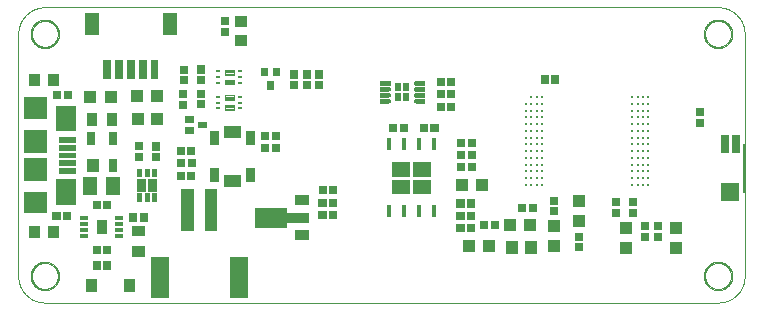
<source format=gtp>
G75*
%MOIN*%
%OFA0B0*%
%FSLAX25Y25*%
%IPPOS*%
%LPD*%
%AMOC8*
5,1,8,0,0,1.08239X$1,22.5*
%
%ADD10C,0.00039*%
%ADD11C,0.00000*%
%ADD12C,0.00073*%
%ADD13C,0.00213*%
%ADD14C,0.00224*%
%ADD15C,0.00189*%
%ADD16C,0.00047*%
%ADD17C,0.00112*%
%ADD18C,0.00118*%
%ADD19C,0.00071*%
%ADD20C,0.00106*%
%ADD21R,0.04331X0.03937*%
%ADD22C,0.00094*%
%ADD23C,0.00083*%
%ADD24C,0.00044*%
%ADD25C,0.00394*%
%ADD26C,0.00079*%
%ADD27C,0.00177*%
%ADD28R,0.05118X0.05906*%
%ADD29C,0.00072*%
%ADD30C,0.00984*%
%ADD31R,0.03937X0.04331*%
%ADD32C,0.00089*%
%ADD33R,0.01732X0.04173*%
%ADD34C,0.00500*%
%ADD35R,0.02559X0.06299*%
%ADD36R,0.06299X0.06299*%
%ADD37R,0.03346X0.04528*%
%ADD38R,0.02953X0.01181*%
%ADD39R,0.01378X0.00984*%
%ADD40R,0.02165X0.02559*%
%ADD41C,0.00100*%
%ADD42R,0.05118X0.03543*%
%ADD43R,0.07480X0.03543*%
%ADD44R,0.10630X0.06693*%
D10*
X0111687Y0063551D02*
X0336097Y0063551D01*
X0336311Y0063554D01*
X0336525Y0063561D01*
X0336739Y0063574D01*
X0336952Y0063592D01*
X0337165Y0063616D01*
X0337377Y0063644D01*
X0337588Y0063677D01*
X0337799Y0063716D01*
X0338008Y0063760D01*
X0338217Y0063808D01*
X0338424Y0063862D01*
X0338630Y0063921D01*
X0338834Y0063985D01*
X0339037Y0064053D01*
X0339238Y0064127D01*
X0339437Y0064205D01*
X0339635Y0064288D01*
X0339830Y0064376D01*
X0340023Y0064468D01*
X0340214Y0064566D01*
X0340402Y0064667D01*
X0340588Y0064774D01*
X0340771Y0064884D01*
X0340951Y0065000D01*
X0341129Y0065119D01*
X0341304Y0065243D01*
X0341475Y0065371D01*
X0341644Y0065503D01*
X0341809Y0065639D01*
X0341971Y0065779D01*
X0342129Y0065923D01*
X0342284Y0066070D01*
X0342436Y0066222D01*
X0342583Y0066377D01*
X0342727Y0066535D01*
X0342867Y0066697D01*
X0343003Y0066862D01*
X0343135Y0067031D01*
X0343263Y0067202D01*
X0343387Y0067377D01*
X0343506Y0067555D01*
X0343622Y0067735D01*
X0343732Y0067918D01*
X0343839Y0068104D01*
X0343940Y0068292D01*
X0344038Y0068483D01*
X0344130Y0068676D01*
X0344218Y0068871D01*
X0344301Y0069069D01*
X0344379Y0069268D01*
X0344453Y0069469D01*
X0344521Y0069672D01*
X0344585Y0069876D01*
X0344644Y0070082D01*
X0344698Y0070289D01*
X0344746Y0070498D01*
X0344790Y0070707D01*
X0344829Y0070918D01*
X0344862Y0071129D01*
X0344890Y0071341D01*
X0344914Y0071554D01*
X0344932Y0071767D01*
X0344945Y0071981D01*
X0344952Y0072195D01*
X0344955Y0072409D01*
X0344955Y0153118D01*
X0344952Y0153332D01*
X0344945Y0153546D01*
X0344932Y0153760D01*
X0344914Y0153973D01*
X0344890Y0154186D01*
X0344862Y0154398D01*
X0344829Y0154609D01*
X0344790Y0154820D01*
X0344746Y0155029D01*
X0344698Y0155238D01*
X0344644Y0155445D01*
X0344585Y0155651D01*
X0344521Y0155855D01*
X0344453Y0156058D01*
X0344379Y0156259D01*
X0344301Y0156458D01*
X0344218Y0156656D01*
X0344130Y0156851D01*
X0344038Y0157044D01*
X0343940Y0157235D01*
X0343839Y0157423D01*
X0343732Y0157609D01*
X0343622Y0157792D01*
X0343506Y0157972D01*
X0343387Y0158150D01*
X0343263Y0158325D01*
X0343135Y0158496D01*
X0343003Y0158665D01*
X0342867Y0158830D01*
X0342727Y0158992D01*
X0342583Y0159150D01*
X0342436Y0159305D01*
X0342284Y0159457D01*
X0342129Y0159604D01*
X0341971Y0159748D01*
X0341809Y0159888D01*
X0341644Y0160024D01*
X0341475Y0160156D01*
X0341304Y0160284D01*
X0341129Y0160408D01*
X0340951Y0160527D01*
X0340771Y0160643D01*
X0340588Y0160753D01*
X0340402Y0160860D01*
X0340214Y0160961D01*
X0340023Y0161059D01*
X0339830Y0161151D01*
X0339635Y0161239D01*
X0339437Y0161322D01*
X0339238Y0161400D01*
X0339037Y0161474D01*
X0338834Y0161542D01*
X0338630Y0161606D01*
X0338424Y0161665D01*
X0338217Y0161719D01*
X0338008Y0161767D01*
X0337799Y0161811D01*
X0337588Y0161850D01*
X0337377Y0161883D01*
X0337165Y0161911D01*
X0336952Y0161935D01*
X0336739Y0161953D01*
X0336525Y0161966D01*
X0336311Y0161973D01*
X0336097Y0161976D01*
X0111687Y0161976D01*
X0111473Y0161973D01*
X0111259Y0161966D01*
X0111045Y0161953D01*
X0110832Y0161935D01*
X0110619Y0161911D01*
X0110407Y0161883D01*
X0110196Y0161850D01*
X0109985Y0161811D01*
X0109776Y0161767D01*
X0109567Y0161719D01*
X0109360Y0161665D01*
X0109154Y0161606D01*
X0108950Y0161542D01*
X0108747Y0161474D01*
X0108546Y0161400D01*
X0108347Y0161322D01*
X0108149Y0161239D01*
X0107954Y0161151D01*
X0107761Y0161059D01*
X0107570Y0160961D01*
X0107382Y0160860D01*
X0107196Y0160753D01*
X0107013Y0160643D01*
X0106833Y0160527D01*
X0106655Y0160408D01*
X0106480Y0160284D01*
X0106309Y0160156D01*
X0106140Y0160024D01*
X0105975Y0159888D01*
X0105813Y0159748D01*
X0105655Y0159604D01*
X0105500Y0159457D01*
X0105348Y0159305D01*
X0105201Y0159150D01*
X0105057Y0158992D01*
X0104917Y0158830D01*
X0104781Y0158665D01*
X0104649Y0158496D01*
X0104521Y0158325D01*
X0104397Y0158150D01*
X0104278Y0157972D01*
X0104162Y0157792D01*
X0104052Y0157609D01*
X0103945Y0157423D01*
X0103844Y0157235D01*
X0103746Y0157044D01*
X0103654Y0156851D01*
X0103566Y0156656D01*
X0103483Y0156458D01*
X0103405Y0156259D01*
X0103331Y0156058D01*
X0103263Y0155855D01*
X0103199Y0155651D01*
X0103140Y0155445D01*
X0103086Y0155238D01*
X0103038Y0155029D01*
X0102994Y0154820D01*
X0102955Y0154609D01*
X0102922Y0154398D01*
X0102894Y0154186D01*
X0102870Y0153973D01*
X0102852Y0153760D01*
X0102839Y0153546D01*
X0102832Y0153332D01*
X0102829Y0153118D01*
X0102829Y0072409D01*
X0102832Y0072195D01*
X0102839Y0071981D01*
X0102852Y0071767D01*
X0102870Y0071554D01*
X0102894Y0071341D01*
X0102922Y0071129D01*
X0102955Y0070918D01*
X0102994Y0070707D01*
X0103038Y0070498D01*
X0103086Y0070289D01*
X0103140Y0070082D01*
X0103199Y0069876D01*
X0103263Y0069672D01*
X0103331Y0069469D01*
X0103405Y0069268D01*
X0103483Y0069069D01*
X0103566Y0068871D01*
X0103654Y0068676D01*
X0103746Y0068483D01*
X0103844Y0068292D01*
X0103945Y0068104D01*
X0104052Y0067918D01*
X0104162Y0067735D01*
X0104278Y0067555D01*
X0104397Y0067377D01*
X0104521Y0067202D01*
X0104649Y0067031D01*
X0104781Y0066862D01*
X0104917Y0066697D01*
X0105057Y0066535D01*
X0105201Y0066377D01*
X0105348Y0066222D01*
X0105500Y0066070D01*
X0105655Y0065923D01*
X0105813Y0065779D01*
X0105975Y0065639D01*
X0106140Y0065503D01*
X0106309Y0065371D01*
X0106480Y0065243D01*
X0106655Y0065119D01*
X0106833Y0065000D01*
X0107013Y0064884D01*
X0107196Y0064774D01*
X0107382Y0064667D01*
X0107570Y0064566D01*
X0107761Y0064468D01*
X0107954Y0064376D01*
X0108149Y0064288D01*
X0108347Y0064205D01*
X0108546Y0064127D01*
X0108747Y0064053D01*
X0108950Y0063985D01*
X0109154Y0063921D01*
X0109360Y0063862D01*
X0109567Y0063808D01*
X0109776Y0063760D01*
X0109985Y0063716D01*
X0110196Y0063677D01*
X0110407Y0063644D01*
X0110619Y0063616D01*
X0110832Y0063592D01*
X0111045Y0063574D01*
X0111259Y0063561D01*
X0111473Y0063554D01*
X0111687Y0063551D01*
X0227317Y0099909D02*
X0227317Y0104476D01*
X0233065Y0104476D01*
X0233065Y0099909D01*
X0227317Y0099909D01*
X0227317Y0099917D02*
X0233065Y0099917D01*
X0233065Y0099955D02*
X0227317Y0099955D01*
X0227317Y0099993D02*
X0233065Y0099993D01*
X0233065Y0100031D02*
X0227317Y0100031D01*
X0227317Y0100069D02*
X0233065Y0100069D01*
X0233065Y0100107D02*
X0227317Y0100107D01*
X0227317Y0100145D02*
X0233065Y0100145D01*
X0233065Y0100182D02*
X0227317Y0100182D01*
X0227317Y0100220D02*
X0233065Y0100220D01*
X0233065Y0100258D02*
X0227317Y0100258D01*
X0227317Y0100296D02*
X0233065Y0100296D01*
X0233065Y0100334D02*
X0227317Y0100334D01*
X0227317Y0100372D02*
X0233065Y0100372D01*
X0233065Y0100410D02*
X0227317Y0100410D01*
X0227317Y0100448D02*
X0233065Y0100448D01*
X0233065Y0100486D02*
X0227317Y0100486D01*
X0227317Y0100523D02*
X0233065Y0100523D01*
X0233065Y0100561D02*
X0227317Y0100561D01*
X0227317Y0100599D02*
X0233065Y0100599D01*
X0233065Y0100637D02*
X0227317Y0100637D01*
X0227317Y0100675D02*
X0233065Y0100675D01*
X0233065Y0100713D02*
X0227317Y0100713D01*
X0227317Y0100751D02*
X0233065Y0100751D01*
X0233065Y0100789D02*
X0227317Y0100789D01*
X0227317Y0100826D02*
X0233065Y0100826D01*
X0233065Y0100864D02*
X0227317Y0100864D01*
X0227317Y0100902D02*
X0233065Y0100902D01*
X0233065Y0100940D02*
X0227317Y0100940D01*
X0227317Y0100978D02*
X0233065Y0100978D01*
X0233065Y0101016D02*
X0227317Y0101016D01*
X0227317Y0101054D02*
X0233065Y0101054D01*
X0233065Y0101092D02*
X0227317Y0101092D01*
X0227317Y0101130D02*
X0233065Y0101130D01*
X0233065Y0101167D02*
X0227317Y0101167D01*
X0227317Y0101205D02*
X0233065Y0101205D01*
X0233065Y0101243D02*
X0227317Y0101243D01*
X0227317Y0101281D02*
X0233065Y0101281D01*
X0233065Y0101319D02*
X0227317Y0101319D01*
X0227317Y0101357D02*
X0233065Y0101357D01*
X0233065Y0101395D02*
X0227317Y0101395D01*
X0227317Y0101433D02*
X0233065Y0101433D01*
X0233065Y0101470D02*
X0227317Y0101470D01*
X0227317Y0101508D02*
X0233065Y0101508D01*
X0233065Y0101546D02*
X0227317Y0101546D01*
X0227317Y0101584D02*
X0233065Y0101584D01*
X0233065Y0101622D02*
X0227317Y0101622D01*
X0227317Y0101660D02*
X0233065Y0101660D01*
X0233065Y0101698D02*
X0227317Y0101698D01*
X0227317Y0101736D02*
X0233065Y0101736D01*
X0233065Y0101774D02*
X0227317Y0101774D01*
X0227317Y0101811D02*
X0233065Y0101811D01*
X0233065Y0101849D02*
X0227317Y0101849D01*
X0227317Y0101887D02*
X0233065Y0101887D01*
X0233065Y0101925D02*
X0227317Y0101925D01*
X0227317Y0101963D02*
X0233065Y0101963D01*
X0233065Y0102001D02*
X0227317Y0102001D01*
X0227317Y0102039D02*
X0233065Y0102039D01*
X0233065Y0102077D02*
X0227317Y0102077D01*
X0227317Y0102114D02*
X0233065Y0102114D01*
X0233065Y0102152D02*
X0227317Y0102152D01*
X0227317Y0102190D02*
X0233065Y0102190D01*
X0233065Y0102228D02*
X0227317Y0102228D01*
X0227317Y0102266D02*
X0233065Y0102266D01*
X0233065Y0102304D02*
X0227317Y0102304D01*
X0227317Y0102342D02*
X0233065Y0102342D01*
X0233065Y0102380D02*
X0227317Y0102380D01*
X0227317Y0102417D02*
X0233065Y0102417D01*
X0233065Y0102455D02*
X0227317Y0102455D01*
X0227317Y0102493D02*
X0233065Y0102493D01*
X0233065Y0102531D02*
X0227317Y0102531D01*
X0227317Y0102569D02*
X0233065Y0102569D01*
X0233065Y0102607D02*
X0227317Y0102607D01*
X0227317Y0102645D02*
X0233065Y0102645D01*
X0233065Y0102683D02*
X0227317Y0102683D01*
X0227317Y0102721D02*
X0233065Y0102721D01*
X0233065Y0102758D02*
X0227317Y0102758D01*
X0227317Y0102796D02*
X0233065Y0102796D01*
X0233065Y0102834D02*
X0227317Y0102834D01*
X0227317Y0102872D02*
X0233065Y0102872D01*
X0233065Y0102910D02*
X0227317Y0102910D01*
X0227317Y0102948D02*
X0233065Y0102948D01*
X0233065Y0102986D02*
X0227317Y0102986D01*
X0227317Y0103024D02*
X0233065Y0103024D01*
X0233065Y0103061D02*
X0227317Y0103061D01*
X0227317Y0103099D02*
X0233065Y0103099D01*
X0233065Y0103137D02*
X0227317Y0103137D01*
X0227317Y0103175D02*
X0233065Y0103175D01*
X0233065Y0103213D02*
X0227317Y0103213D01*
X0227317Y0103251D02*
X0233065Y0103251D01*
X0233065Y0103289D02*
X0227317Y0103289D01*
X0227317Y0103327D02*
X0233065Y0103327D01*
X0233065Y0103365D02*
X0227317Y0103365D01*
X0227317Y0103402D02*
X0233065Y0103402D01*
X0233065Y0103440D02*
X0227317Y0103440D01*
X0227317Y0103478D02*
X0233065Y0103478D01*
X0233065Y0103516D02*
X0227317Y0103516D01*
X0227317Y0103554D02*
X0233065Y0103554D01*
X0233065Y0103592D02*
X0227317Y0103592D01*
X0227317Y0103630D02*
X0233065Y0103630D01*
X0233065Y0103668D02*
X0227317Y0103668D01*
X0227317Y0103705D02*
X0233065Y0103705D01*
X0233065Y0103743D02*
X0227317Y0103743D01*
X0227317Y0103781D02*
X0233065Y0103781D01*
X0233065Y0103819D02*
X0227317Y0103819D01*
X0227317Y0103857D02*
X0233065Y0103857D01*
X0233065Y0103895D02*
X0227317Y0103895D01*
X0227317Y0103933D02*
X0233065Y0103933D01*
X0233065Y0103971D02*
X0227317Y0103971D01*
X0227317Y0104009D02*
X0233065Y0104009D01*
X0233065Y0104046D02*
X0227317Y0104046D01*
X0227317Y0104084D02*
X0233065Y0104084D01*
X0233065Y0104122D02*
X0227317Y0104122D01*
X0227317Y0104160D02*
X0233065Y0104160D01*
X0233065Y0104198D02*
X0227317Y0104198D01*
X0227317Y0104236D02*
X0233065Y0104236D01*
X0233065Y0104274D02*
X0227317Y0104274D01*
X0227317Y0104312D02*
X0233065Y0104312D01*
X0233065Y0104349D02*
X0227317Y0104349D01*
X0227317Y0104387D02*
X0233065Y0104387D01*
X0233065Y0104425D02*
X0227317Y0104425D01*
X0227317Y0104463D02*
X0233065Y0104463D01*
X0234483Y0104463D02*
X0240231Y0104463D01*
X0240231Y0104476D02*
X0240231Y0099909D01*
X0234483Y0099909D01*
X0234483Y0104476D01*
X0240231Y0104476D01*
X0240231Y0104425D02*
X0234483Y0104425D01*
X0234483Y0104387D02*
X0240231Y0104387D01*
X0240231Y0104349D02*
X0234483Y0104349D01*
X0234483Y0104312D02*
X0240231Y0104312D01*
X0240231Y0104274D02*
X0234483Y0104274D01*
X0234483Y0104236D02*
X0240231Y0104236D01*
X0240231Y0104198D02*
X0234483Y0104198D01*
X0234483Y0104160D02*
X0240231Y0104160D01*
X0240231Y0104122D02*
X0234483Y0104122D01*
X0234483Y0104084D02*
X0240231Y0104084D01*
X0240231Y0104046D02*
X0234483Y0104046D01*
X0234483Y0104009D02*
X0240231Y0104009D01*
X0240231Y0103971D02*
X0234483Y0103971D01*
X0234483Y0103933D02*
X0240231Y0103933D01*
X0240231Y0103895D02*
X0234483Y0103895D01*
X0234483Y0103857D02*
X0240231Y0103857D01*
X0240231Y0103819D02*
X0234483Y0103819D01*
X0234483Y0103781D02*
X0240231Y0103781D01*
X0240231Y0103743D02*
X0234483Y0103743D01*
X0234483Y0103705D02*
X0240231Y0103705D01*
X0240231Y0103668D02*
X0234483Y0103668D01*
X0234483Y0103630D02*
X0240231Y0103630D01*
X0240231Y0103592D02*
X0234483Y0103592D01*
X0234483Y0103554D02*
X0240231Y0103554D01*
X0240231Y0103516D02*
X0234483Y0103516D01*
X0234483Y0103478D02*
X0240231Y0103478D01*
X0240231Y0103440D02*
X0234483Y0103440D01*
X0234483Y0103402D02*
X0240231Y0103402D01*
X0240231Y0103365D02*
X0234483Y0103365D01*
X0234483Y0103327D02*
X0240231Y0103327D01*
X0240231Y0103289D02*
X0234483Y0103289D01*
X0234483Y0103251D02*
X0240231Y0103251D01*
X0240231Y0103213D02*
X0234483Y0103213D01*
X0234483Y0103175D02*
X0240231Y0103175D01*
X0240231Y0103137D02*
X0234483Y0103137D01*
X0234483Y0103099D02*
X0240231Y0103099D01*
X0240231Y0103061D02*
X0234483Y0103061D01*
X0234483Y0103024D02*
X0240231Y0103024D01*
X0240231Y0102986D02*
X0234483Y0102986D01*
X0234483Y0102948D02*
X0240231Y0102948D01*
X0240231Y0102910D02*
X0234483Y0102910D01*
X0234483Y0102872D02*
X0240231Y0102872D01*
X0240231Y0102834D02*
X0234483Y0102834D01*
X0234483Y0102796D02*
X0240231Y0102796D01*
X0240231Y0102758D02*
X0234483Y0102758D01*
X0234483Y0102721D02*
X0240231Y0102721D01*
X0240231Y0102683D02*
X0234483Y0102683D01*
X0234483Y0102645D02*
X0240231Y0102645D01*
X0240231Y0102607D02*
X0234483Y0102607D01*
X0234483Y0102569D02*
X0240231Y0102569D01*
X0240231Y0102531D02*
X0234483Y0102531D01*
X0234483Y0102493D02*
X0240231Y0102493D01*
X0240231Y0102455D02*
X0234483Y0102455D01*
X0234483Y0102417D02*
X0240231Y0102417D01*
X0240231Y0102380D02*
X0234483Y0102380D01*
X0234483Y0102342D02*
X0240231Y0102342D01*
X0240231Y0102304D02*
X0234483Y0102304D01*
X0234483Y0102266D02*
X0240231Y0102266D01*
X0240231Y0102228D02*
X0234483Y0102228D01*
X0234483Y0102190D02*
X0240231Y0102190D01*
X0240231Y0102152D02*
X0234483Y0102152D01*
X0234483Y0102114D02*
X0240231Y0102114D01*
X0240231Y0102077D02*
X0234483Y0102077D01*
X0234483Y0102039D02*
X0240231Y0102039D01*
X0240231Y0102001D02*
X0234483Y0102001D01*
X0234483Y0101963D02*
X0240231Y0101963D01*
X0240231Y0101925D02*
X0234483Y0101925D01*
X0234483Y0101887D02*
X0240231Y0101887D01*
X0240231Y0101849D02*
X0234483Y0101849D01*
X0234483Y0101811D02*
X0240231Y0101811D01*
X0240231Y0101774D02*
X0234483Y0101774D01*
X0234483Y0101736D02*
X0240231Y0101736D01*
X0240231Y0101698D02*
X0234483Y0101698D01*
X0234483Y0101660D02*
X0240231Y0101660D01*
X0240231Y0101622D02*
X0234483Y0101622D01*
X0234483Y0101584D02*
X0240231Y0101584D01*
X0240231Y0101546D02*
X0234483Y0101546D01*
X0234483Y0101508D02*
X0240231Y0101508D01*
X0240231Y0101470D02*
X0234483Y0101470D01*
X0234483Y0101433D02*
X0240231Y0101433D01*
X0240231Y0101395D02*
X0234483Y0101395D01*
X0234483Y0101357D02*
X0240231Y0101357D01*
X0240231Y0101319D02*
X0234483Y0101319D01*
X0234483Y0101281D02*
X0240231Y0101281D01*
X0240231Y0101243D02*
X0234483Y0101243D01*
X0234483Y0101205D02*
X0240231Y0101205D01*
X0240231Y0101167D02*
X0234483Y0101167D01*
X0234483Y0101130D02*
X0240231Y0101130D01*
X0240231Y0101092D02*
X0234483Y0101092D01*
X0234483Y0101054D02*
X0240231Y0101054D01*
X0240231Y0101016D02*
X0234483Y0101016D01*
X0234483Y0100978D02*
X0240231Y0100978D01*
X0240231Y0100940D02*
X0234483Y0100940D01*
X0234483Y0100902D02*
X0240231Y0100902D01*
X0240231Y0100864D02*
X0234483Y0100864D01*
X0234483Y0100826D02*
X0240231Y0100826D01*
X0240231Y0100789D02*
X0234483Y0100789D01*
X0234483Y0100751D02*
X0240231Y0100751D01*
X0240231Y0100713D02*
X0234483Y0100713D01*
X0234483Y0100675D02*
X0240231Y0100675D01*
X0240231Y0100637D02*
X0234483Y0100637D01*
X0234483Y0100599D02*
X0240231Y0100599D01*
X0240231Y0100561D02*
X0234483Y0100561D01*
X0234483Y0100523D02*
X0240231Y0100523D01*
X0240231Y0100486D02*
X0234483Y0100486D01*
X0234483Y0100448D02*
X0240231Y0100448D01*
X0240231Y0100410D02*
X0234483Y0100410D01*
X0234483Y0100372D02*
X0240231Y0100372D01*
X0240231Y0100334D02*
X0234483Y0100334D01*
X0234483Y0100296D02*
X0240231Y0100296D01*
X0240231Y0100258D02*
X0234483Y0100258D01*
X0234483Y0100220D02*
X0240231Y0100220D01*
X0240231Y0100182D02*
X0234483Y0100182D01*
X0234483Y0100145D02*
X0240231Y0100145D01*
X0240231Y0100107D02*
X0234483Y0100107D01*
X0234483Y0100069D02*
X0240231Y0100069D01*
X0240231Y0100031D02*
X0234483Y0100031D01*
X0234483Y0099993D02*
X0240231Y0099993D01*
X0240231Y0099955D02*
X0234483Y0099955D01*
X0234483Y0099917D02*
X0240231Y0099917D01*
X0240231Y0105894D02*
X0234483Y0105894D01*
X0234483Y0110461D01*
X0240231Y0110461D01*
X0240231Y0105894D01*
X0240231Y0105903D02*
X0234483Y0105903D01*
X0234483Y0105940D02*
X0240231Y0105940D01*
X0240231Y0105978D02*
X0234483Y0105978D01*
X0234483Y0106016D02*
X0240231Y0106016D01*
X0240231Y0106054D02*
X0234483Y0106054D01*
X0234483Y0106092D02*
X0240231Y0106092D01*
X0240231Y0106130D02*
X0234483Y0106130D01*
X0234483Y0106168D02*
X0240231Y0106168D01*
X0240231Y0106206D02*
X0234483Y0106206D01*
X0234483Y0106244D02*
X0240231Y0106244D01*
X0240231Y0106281D02*
X0234483Y0106281D01*
X0234483Y0106319D02*
X0240231Y0106319D01*
X0240231Y0106357D02*
X0234483Y0106357D01*
X0234483Y0106395D02*
X0240231Y0106395D01*
X0240231Y0106433D02*
X0234483Y0106433D01*
X0234483Y0106471D02*
X0240231Y0106471D01*
X0240231Y0106509D02*
X0234483Y0106509D01*
X0234483Y0106547D02*
X0240231Y0106547D01*
X0240231Y0106584D02*
X0234483Y0106584D01*
X0234483Y0106622D02*
X0240231Y0106622D01*
X0240231Y0106660D02*
X0234483Y0106660D01*
X0234483Y0106698D02*
X0240231Y0106698D01*
X0240231Y0106736D02*
X0234483Y0106736D01*
X0234483Y0106774D02*
X0240231Y0106774D01*
X0240231Y0106812D02*
X0234483Y0106812D01*
X0234483Y0106850D02*
X0240231Y0106850D01*
X0240231Y0106887D02*
X0234483Y0106887D01*
X0234483Y0106925D02*
X0240231Y0106925D01*
X0240231Y0106963D02*
X0234483Y0106963D01*
X0234483Y0107001D02*
X0240231Y0107001D01*
X0240231Y0107039D02*
X0234483Y0107039D01*
X0234483Y0107077D02*
X0240231Y0107077D01*
X0240231Y0107115D02*
X0234483Y0107115D01*
X0234483Y0107153D02*
X0240231Y0107153D01*
X0240231Y0107191D02*
X0234483Y0107191D01*
X0234483Y0107228D02*
X0240231Y0107228D01*
X0240231Y0107266D02*
X0234483Y0107266D01*
X0234483Y0107304D02*
X0240231Y0107304D01*
X0240231Y0107342D02*
X0234483Y0107342D01*
X0234483Y0107380D02*
X0240231Y0107380D01*
X0240231Y0107418D02*
X0234483Y0107418D01*
X0234483Y0107456D02*
X0240231Y0107456D01*
X0240231Y0107494D02*
X0234483Y0107494D01*
X0234483Y0107531D02*
X0240231Y0107531D01*
X0240231Y0107569D02*
X0234483Y0107569D01*
X0234483Y0107607D02*
X0240231Y0107607D01*
X0240231Y0107645D02*
X0234483Y0107645D01*
X0234483Y0107683D02*
X0240231Y0107683D01*
X0240231Y0107721D02*
X0234483Y0107721D01*
X0234483Y0107759D02*
X0240231Y0107759D01*
X0240231Y0107797D02*
X0234483Y0107797D01*
X0234483Y0107835D02*
X0240231Y0107835D01*
X0240231Y0107872D02*
X0234483Y0107872D01*
X0234483Y0107910D02*
X0240231Y0107910D01*
X0240231Y0107948D02*
X0234483Y0107948D01*
X0234483Y0107986D02*
X0240231Y0107986D01*
X0240231Y0108024D02*
X0234483Y0108024D01*
X0234483Y0108062D02*
X0240231Y0108062D01*
X0240231Y0108100D02*
X0234483Y0108100D01*
X0234483Y0108138D02*
X0240231Y0108138D01*
X0240231Y0108175D02*
X0234483Y0108175D01*
X0234483Y0108213D02*
X0240231Y0108213D01*
X0240231Y0108251D02*
X0234483Y0108251D01*
X0234483Y0108289D02*
X0240231Y0108289D01*
X0240231Y0108327D02*
X0234483Y0108327D01*
X0234483Y0108365D02*
X0240231Y0108365D01*
X0240231Y0108403D02*
X0234483Y0108403D01*
X0234483Y0108441D02*
X0240231Y0108441D01*
X0240231Y0108479D02*
X0234483Y0108479D01*
X0234483Y0108516D02*
X0240231Y0108516D01*
X0240231Y0108554D02*
X0234483Y0108554D01*
X0234483Y0108592D02*
X0240231Y0108592D01*
X0240231Y0108630D02*
X0234483Y0108630D01*
X0234483Y0108668D02*
X0240231Y0108668D01*
X0240231Y0108706D02*
X0234483Y0108706D01*
X0234483Y0108744D02*
X0240231Y0108744D01*
X0240231Y0108782D02*
X0234483Y0108782D01*
X0234483Y0108819D02*
X0240231Y0108819D01*
X0240231Y0108857D02*
X0234483Y0108857D01*
X0234483Y0108895D02*
X0240231Y0108895D01*
X0240231Y0108933D02*
X0234483Y0108933D01*
X0234483Y0108971D02*
X0240231Y0108971D01*
X0240231Y0109009D02*
X0234483Y0109009D01*
X0234483Y0109047D02*
X0240231Y0109047D01*
X0240231Y0109085D02*
X0234483Y0109085D01*
X0234483Y0109123D02*
X0240231Y0109123D01*
X0240231Y0109160D02*
X0234483Y0109160D01*
X0234483Y0109198D02*
X0240231Y0109198D01*
X0240231Y0109236D02*
X0234483Y0109236D01*
X0234483Y0109274D02*
X0240231Y0109274D01*
X0240231Y0109312D02*
X0234483Y0109312D01*
X0234483Y0109350D02*
X0240231Y0109350D01*
X0240231Y0109388D02*
X0234483Y0109388D01*
X0234483Y0109426D02*
X0240231Y0109426D01*
X0240231Y0109463D02*
X0234483Y0109463D01*
X0234483Y0109501D02*
X0240231Y0109501D01*
X0240231Y0109539D02*
X0234483Y0109539D01*
X0234483Y0109577D02*
X0240231Y0109577D01*
X0240231Y0109615D02*
X0234483Y0109615D01*
X0234483Y0109653D02*
X0240231Y0109653D01*
X0240231Y0109691D02*
X0234483Y0109691D01*
X0234483Y0109729D02*
X0240231Y0109729D01*
X0240231Y0109766D02*
X0234483Y0109766D01*
X0234483Y0109804D02*
X0240231Y0109804D01*
X0240231Y0109842D02*
X0234483Y0109842D01*
X0234483Y0109880D02*
X0240231Y0109880D01*
X0240231Y0109918D02*
X0234483Y0109918D01*
X0234483Y0109956D02*
X0240231Y0109956D01*
X0240231Y0109994D02*
X0234483Y0109994D01*
X0234483Y0110032D02*
X0240231Y0110032D01*
X0240231Y0110070D02*
X0234483Y0110070D01*
X0234483Y0110107D02*
X0240231Y0110107D01*
X0240231Y0110145D02*
X0234483Y0110145D01*
X0234483Y0110183D02*
X0240231Y0110183D01*
X0240231Y0110221D02*
X0234483Y0110221D01*
X0234483Y0110259D02*
X0240231Y0110259D01*
X0240231Y0110297D02*
X0234483Y0110297D01*
X0234483Y0110335D02*
X0240231Y0110335D01*
X0240231Y0110373D02*
X0234483Y0110373D01*
X0234483Y0110410D02*
X0240231Y0110410D01*
X0240231Y0110448D02*
X0234483Y0110448D01*
X0233065Y0110448D02*
X0227317Y0110448D01*
X0227317Y0110461D02*
X0227317Y0105894D01*
X0233065Y0105894D01*
X0233065Y0110461D01*
X0227317Y0110461D01*
X0227317Y0110410D02*
X0233065Y0110410D01*
X0233065Y0110373D02*
X0227317Y0110373D01*
X0227317Y0110335D02*
X0233065Y0110335D01*
X0233065Y0110297D02*
X0227317Y0110297D01*
X0227317Y0110259D02*
X0233065Y0110259D01*
X0233065Y0110221D02*
X0227317Y0110221D01*
X0227317Y0110183D02*
X0233065Y0110183D01*
X0233065Y0110145D02*
X0227317Y0110145D01*
X0227317Y0110107D02*
X0233065Y0110107D01*
X0233065Y0110070D02*
X0227317Y0110070D01*
X0227317Y0110032D02*
X0233065Y0110032D01*
X0233065Y0109994D02*
X0227317Y0109994D01*
X0227317Y0109956D02*
X0233065Y0109956D01*
X0233065Y0109918D02*
X0227317Y0109918D01*
X0227317Y0109880D02*
X0233065Y0109880D01*
X0233065Y0109842D02*
X0227317Y0109842D01*
X0227317Y0109804D02*
X0233065Y0109804D01*
X0233065Y0109766D02*
X0227317Y0109766D01*
X0227317Y0109729D02*
X0233065Y0109729D01*
X0233065Y0109691D02*
X0227317Y0109691D01*
X0227317Y0109653D02*
X0233065Y0109653D01*
X0233065Y0109615D02*
X0227317Y0109615D01*
X0227317Y0109577D02*
X0233065Y0109577D01*
X0233065Y0109539D02*
X0227317Y0109539D01*
X0227317Y0109501D02*
X0233065Y0109501D01*
X0233065Y0109463D02*
X0227317Y0109463D01*
X0227317Y0109426D02*
X0233065Y0109426D01*
X0233065Y0109388D02*
X0227317Y0109388D01*
X0227317Y0109350D02*
X0233065Y0109350D01*
X0233065Y0109312D02*
X0227317Y0109312D01*
X0227317Y0109274D02*
X0233065Y0109274D01*
X0233065Y0109236D02*
X0227317Y0109236D01*
X0227317Y0109198D02*
X0233065Y0109198D01*
X0233065Y0109160D02*
X0227317Y0109160D01*
X0227317Y0109123D02*
X0233065Y0109123D01*
X0233065Y0109085D02*
X0227317Y0109085D01*
X0227317Y0109047D02*
X0233065Y0109047D01*
X0233065Y0109009D02*
X0227317Y0109009D01*
X0227317Y0108971D02*
X0233065Y0108971D01*
X0233065Y0108933D02*
X0227317Y0108933D01*
X0227317Y0108895D02*
X0233065Y0108895D01*
X0233065Y0108857D02*
X0227317Y0108857D01*
X0227317Y0108819D02*
X0233065Y0108819D01*
X0233065Y0108782D02*
X0227317Y0108782D01*
X0227317Y0108744D02*
X0233065Y0108744D01*
X0233065Y0108706D02*
X0227317Y0108706D01*
X0227317Y0108668D02*
X0233065Y0108668D01*
X0233065Y0108630D02*
X0227317Y0108630D01*
X0227317Y0108592D02*
X0233065Y0108592D01*
X0233065Y0108554D02*
X0227317Y0108554D01*
X0227317Y0108516D02*
X0233065Y0108516D01*
X0233065Y0108479D02*
X0227317Y0108479D01*
X0227317Y0108441D02*
X0233065Y0108441D01*
X0233065Y0108403D02*
X0227317Y0108403D01*
X0227317Y0108365D02*
X0233065Y0108365D01*
X0233065Y0108327D02*
X0227317Y0108327D01*
X0227317Y0108289D02*
X0233065Y0108289D01*
X0233065Y0108251D02*
X0227317Y0108251D01*
X0227317Y0108213D02*
X0233065Y0108213D01*
X0233065Y0108175D02*
X0227317Y0108175D01*
X0227317Y0108138D02*
X0233065Y0108138D01*
X0233065Y0108100D02*
X0227317Y0108100D01*
X0227317Y0108062D02*
X0233065Y0108062D01*
X0233065Y0108024D02*
X0227317Y0108024D01*
X0227317Y0107986D02*
X0233065Y0107986D01*
X0233065Y0107948D02*
X0227317Y0107948D01*
X0227317Y0107910D02*
X0233065Y0107910D01*
X0233065Y0107872D02*
X0227317Y0107872D01*
X0227317Y0107835D02*
X0233065Y0107835D01*
X0233065Y0107797D02*
X0227317Y0107797D01*
X0227317Y0107759D02*
X0233065Y0107759D01*
X0233065Y0107721D02*
X0227317Y0107721D01*
X0227317Y0107683D02*
X0233065Y0107683D01*
X0233065Y0107645D02*
X0227317Y0107645D01*
X0227317Y0107607D02*
X0233065Y0107607D01*
X0233065Y0107569D02*
X0227317Y0107569D01*
X0227317Y0107531D02*
X0233065Y0107531D01*
X0233065Y0107494D02*
X0227317Y0107494D01*
X0227317Y0107456D02*
X0233065Y0107456D01*
X0233065Y0107418D02*
X0227317Y0107418D01*
X0227317Y0107380D02*
X0233065Y0107380D01*
X0233065Y0107342D02*
X0227317Y0107342D01*
X0227317Y0107304D02*
X0233065Y0107304D01*
X0233065Y0107266D02*
X0227317Y0107266D01*
X0227317Y0107228D02*
X0233065Y0107228D01*
X0233065Y0107191D02*
X0227317Y0107191D01*
X0227317Y0107153D02*
X0233065Y0107153D01*
X0233065Y0107115D02*
X0227317Y0107115D01*
X0227317Y0107077D02*
X0233065Y0107077D01*
X0233065Y0107039D02*
X0227317Y0107039D01*
X0227317Y0107001D02*
X0233065Y0107001D01*
X0233065Y0106963D02*
X0227317Y0106963D01*
X0227317Y0106925D02*
X0233065Y0106925D01*
X0233065Y0106887D02*
X0227317Y0106887D01*
X0227317Y0106850D02*
X0233065Y0106850D01*
X0233065Y0106812D02*
X0227317Y0106812D01*
X0227317Y0106774D02*
X0233065Y0106774D01*
X0233065Y0106736D02*
X0227317Y0106736D01*
X0227317Y0106698D02*
X0233065Y0106698D01*
X0233065Y0106660D02*
X0227317Y0106660D01*
X0227317Y0106622D02*
X0233065Y0106622D01*
X0233065Y0106584D02*
X0227317Y0106584D01*
X0227317Y0106547D02*
X0233065Y0106547D01*
X0233065Y0106509D02*
X0227317Y0106509D01*
X0227317Y0106471D02*
X0233065Y0106471D01*
X0233065Y0106433D02*
X0227317Y0106433D01*
X0227317Y0106395D02*
X0233065Y0106395D01*
X0233065Y0106357D02*
X0227317Y0106357D01*
X0227317Y0106319D02*
X0233065Y0106319D01*
X0233065Y0106281D02*
X0227317Y0106281D01*
X0227317Y0106244D02*
X0233065Y0106244D01*
X0233065Y0106206D02*
X0227317Y0106206D01*
X0227317Y0106168D02*
X0233065Y0106168D01*
X0233065Y0106130D02*
X0227317Y0106130D01*
X0227317Y0106092D02*
X0233065Y0106092D01*
X0233065Y0106054D02*
X0227317Y0106054D01*
X0227317Y0106016D02*
X0233065Y0106016D01*
X0233065Y0105978D02*
X0227317Y0105978D01*
X0227317Y0105940D02*
X0233065Y0105940D01*
X0233065Y0105903D02*
X0227317Y0105903D01*
X0165427Y0121950D02*
X0165425Y0121944D01*
X0165423Y0121939D01*
X0165420Y0121933D01*
X0165416Y0121929D01*
X0165411Y0121925D01*
X0165406Y0121922D01*
X0165400Y0121919D01*
X0165394Y0121918D01*
X0165388Y0121917D01*
X0164128Y0121917D01*
X0162868Y0121917D01*
X0162862Y0121918D01*
X0162856Y0121919D01*
X0162851Y0121922D01*
X0162845Y0121925D01*
X0162840Y0121929D01*
X0162836Y0121933D01*
X0162833Y0121939D01*
X0162831Y0121944D01*
X0162829Y0121950D01*
X0162829Y0123846D01*
X0162829Y0123853D01*
X0162831Y0123859D01*
X0162833Y0123864D01*
X0162836Y0123870D01*
X0162840Y0123874D01*
X0162845Y0123878D01*
X0162851Y0123881D01*
X0162856Y0123884D01*
X0162862Y0123885D01*
X0162868Y0123886D01*
X0165388Y0123886D01*
X0165394Y0123885D01*
X0165400Y0123884D01*
X0165406Y0123881D01*
X0165411Y0123878D01*
X0165416Y0123874D01*
X0165420Y0123870D01*
X0165423Y0123864D01*
X0165425Y0123859D01*
X0165427Y0123853D01*
X0165427Y0121957D01*
X0165427Y0121950D01*
X0165427Y0121964D02*
X0162829Y0121964D01*
X0162829Y0122002D02*
X0165427Y0122002D01*
X0165427Y0122040D02*
X0162829Y0122040D01*
X0162829Y0122078D02*
X0165427Y0122078D01*
X0165427Y0122116D02*
X0162829Y0122116D01*
X0162829Y0122154D02*
X0165427Y0122154D01*
X0165427Y0122192D02*
X0162829Y0122192D01*
X0162829Y0122229D02*
X0165427Y0122229D01*
X0165427Y0122267D02*
X0162829Y0122267D01*
X0162829Y0122305D02*
X0165427Y0122305D01*
X0165427Y0122343D02*
X0162829Y0122343D01*
X0162829Y0122381D02*
X0165427Y0122381D01*
X0165427Y0122419D02*
X0162829Y0122419D01*
X0162829Y0122457D02*
X0165427Y0122457D01*
X0165427Y0122495D02*
X0162829Y0122495D01*
X0162829Y0122533D02*
X0165427Y0122533D01*
X0165427Y0122570D02*
X0162829Y0122570D01*
X0162829Y0122608D02*
X0165427Y0122608D01*
X0165427Y0122646D02*
X0162829Y0122646D01*
X0162829Y0122684D02*
X0165427Y0122684D01*
X0165427Y0122722D02*
X0162829Y0122722D01*
X0162829Y0122760D02*
X0165427Y0122760D01*
X0165427Y0122798D02*
X0162829Y0122798D01*
X0162829Y0122836D02*
X0165427Y0122836D01*
X0165427Y0122873D02*
X0162829Y0122873D01*
X0162829Y0122911D02*
X0165427Y0122911D01*
X0165427Y0122949D02*
X0162829Y0122949D01*
X0162829Y0122987D02*
X0165427Y0122987D01*
X0165427Y0123025D02*
X0162829Y0123025D01*
X0162829Y0123063D02*
X0165427Y0123063D01*
X0165427Y0123101D02*
X0162829Y0123101D01*
X0162829Y0123139D02*
X0165427Y0123139D01*
X0165427Y0123177D02*
X0162829Y0123177D01*
X0162829Y0123214D02*
X0165427Y0123214D01*
X0165427Y0123252D02*
X0162829Y0123252D01*
X0162829Y0123290D02*
X0165427Y0123290D01*
X0165427Y0123328D02*
X0162829Y0123328D01*
X0162829Y0123366D02*
X0165427Y0123366D01*
X0165427Y0123404D02*
X0162829Y0123404D01*
X0162829Y0123442D02*
X0165427Y0123442D01*
X0165427Y0123480D02*
X0162829Y0123480D01*
X0162829Y0123517D02*
X0165427Y0123517D01*
X0165427Y0123555D02*
X0162829Y0123555D01*
X0162829Y0123593D02*
X0165427Y0123593D01*
X0165427Y0123631D02*
X0162829Y0123631D01*
X0162829Y0123669D02*
X0165427Y0123669D01*
X0165427Y0123707D02*
X0162829Y0123707D01*
X0162829Y0123745D02*
X0165427Y0123745D01*
X0165427Y0123783D02*
X0162829Y0123783D01*
X0162829Y0123820D02*
X0165427Y0123820D01*
X0165426Y0123858D02*
X0162831Y0123858D01*
X0160939Y0123925D02*
X0160939Y0125821D01*
X0160937Y0125827D01*
X0160935Y0125833D01*
X0160932Y0125838D01*
X0160928Y0125843D01*
X0160923Y0125847D01*
X0160918Y0125850D01*
X0160912Y0125852D01*
X0160906Y0125854D01*
X0160900Y0125854D01*
X0159640Y0125854D01*
X0158380Y0125854D01*
X0158374Y0125854D01*
X0158368Y0125852D01*
X0158362Y0125850D01*
X0158357Y0125847D01*
X0158352Y0125843D01*
X0158348Y0125838D01*
X0158345Y0125833D01*
X0158343Y0125827D01*
X0158341Y0125821D01*
X0158341Y0125815D01*
X0158341Y0123919D01*
X0158343Y0123913D01*
X0158345Y0123907D01*
X0158348Y0123902D01*
X0158352Y0123897D01*
X0158357Y0123893D01*
X0158362Y0123890D01*
X0158368Y0123888D01*
X0158374Y0123886D01*
X0158380Y0123886D01*
X0160900Y0123886D01*
X0160906Y0123886D01*
X0160912Y0123888D01*
X0160918Y0123890D01*
X0160923Y0123893D01*
X0160928Y0123897D01*
X0160932Y0123902D01*
X0160935Y0123907D01*
X0160937Y0123913D01*
X0160939Y0123919D01*
X0160939Y0123925D01*
X0160939Y0123934D02*
X0158341Y0123934D01*
X0158341Y0123972D02*
X0160939Y0123972D01*
X0160939Y0124010D02*
X0158341Y0124010D01*
X0158341Y0124048D02*
X0160939Y0124048D01*
X0160939Y0124086D02*
X0158341Y0124086D01*
X0158341Y0124124D02*
X0160939Y0124124D01*
X0160939Y0124161D02*
X0158341Y0124161D01*
X0158341Y0124199D02*
X0160939Y0124199D01*
X0160939Y0124237D02*
X0158341Y0124237D01*
X0158341Y0124275D02*
X0160939Y0124275D01*
X0160939Y0124313D02*
X0158341Y0124313D01*
X0158341Y0124351D02*
X0160939Y0124351D01*
X0160939Y0124389D02*
X0158341Y0124389D01*
X0158341Y0124427D02*
X0160939Y0124427D01*
X0160939Y0124464D02*
X0158341Y0124464D01*
X0158341Y0124502D02*
X0160939Y0124502D01*
X0160939Y0124540D02*
X0158341Y0124540D01*
X0158341Y0124578D02*
X0160939Y0124578D01*
X0160939Y0124616D02*
X0158341Y0124616D01*
X0158341Y0124654D02*
X0160939Y0124654D01*
X0160939Y0124692D02*
X0158341Y0124692D01*
X0158341Y0124730D02*
X0160939Y0124730D01*
X0160939Y0124768D02*
X0158341Y0124768D01*
X0158341Y0124805D02*
X0160939Y0124805D01*
X0160939Y0124843D02*
X0158341Y0124843D01*
X0158341Y0124881D02*
X0160939Y0124881D01*
X0160939Y0124919D02*
X0158341Y0124919D01*
X0158341Y0124957D02*
X0160939Y0124957D01*
X0160939Y0124995D02*
X0158341Y0124995D01*
X0158341Y0125033D02*
X0160939Y0125033D01*
X0160939Y0125071D02*
X0158341Y0125071D01*
X0158341Y0125108D02*
X0160939Y0125108D01*
X0160939Y0125146D02*
X0158341Y0125146D01*
X0158341Y0125184D02*
X0160939Y0125184D01*
X0160939Y0125222D02*
X0158341Y0125222D01*
X0158341Y0125260D02*
X0160939Y0125260D01*
X0160939Y0125298D02*
X0158341Y0125298D01*
X0158341Y0125336D02*
X0160939Y0125336D01*
X0160939Y0125374D02*
X0158341Y0125374D01*
X0158341Y0125412D02*
X0160939Y0125412D01*
X0160939Y0125449D02*
X0158341Y0125449D01*
X0158341Y0125487D02*
X0160939Y0125487D01*
X0160939Y0125525D02*
X0158341Y0125525D01*
X0158341Y0125563D02*
X0160939Y0125563D01*
X0160939Y0125601D02*
X0158341Y0125601D01*
X0158341Y0125639D02*
X0160939Y0125639D01*
X0160939Y0125677D02*
X0158341Y0125677D01*
X0158341Y0125715D02*
X0160939Y0125715D01*
X0160939Y0125752D02*
X0158341Y0125752D01*
X0158341Y0125790D02*
X0160939Y0125790D01*
X0160937Y0125828D02*
X0158343Y0125828D01*
X0158353Y0123896D02*
X0160927Y0123896D01*
X0160900Y0121917D02*
X0160906Y0121917D01*
X0160912Y0121915D01*
X0160918Y0121913D01*
X0160923Y0121910D01*
X0160928Y0121906D01*
X0160932Y0121901D01*
X0160935Y0121896D01*
X0160937Y0121890D01*
X0160939Y0121884D01*
X0160939Y0119988D01*
X0160939Y0119982D01*
X0160937Y0119976D01*
X0160935Y0119970D01*
X0160932Y0119965D01*
X0160928Y0119960D01*
X0160923Y0119956D01*
X0160918Y0119953D01*
X0160912Y0119951D01*
X0160906Y0119949D01*
X0160900Y0119949D01*
X0158380Y0119949D01*
X0158374Y0119949D01*
X0158368Y0119951D01*
X0158362Y0119953D01*
X0158357Y0119956D01*
X0158352Y0119960D01*
X0158348Y0119965D01*
X0158345Y0119970D01*
X0158343Y0119976D01*
X0158341Y0119982D01*
X0158341Y0121878D01*
X0158341Y0121884D01*
X0158343Y0121890D01*
X0158345Y0121896D01*
X0158348Y0121901D01*
X0158352Y0121906D01*
X0158357Y0121910D01*
X0158362Y0121913D01*
X0158368Y0121915D01*
X0158374Y0121917D01*
X0158380Y0121917D01*
X0159640Y0121917D01*
X0160900Y0121917D01*
X0160938Y0121889D02*
X0158342Y0121889D01*
X0158341Y0121851D02*
X0160939Y0121851D01*
X0160939Y0121813D02*
X0158341Y0121813D01*
X0158341Y0121775D02*
X0160939Y0121775D01*
X0160939Y0121737D02*
X0158341Y0121737D01*
X0158341Y0121699D02*
X0160939Y0121699D01*
X0160939Y0121661D02*
X0158341Y0121661D01*
X0158341Y0121623D02*
X0160939Y0121623D01*
X0160939Y0121585D02*
X0158341Y0121585D01*
X0158341Y0121548D02*
X0160939Y0121548D01*
X0160939Y0121510D02*
X0158341Y0121510D01*
X0158341Y0121472D02*
X0160939Y0121472D01*
X0160939Y0121434D02*
X0158341Y0121434D01*
X0158341Y0121396D02*
X0160939Y0121396D01*
X0160939Y0121358D02*
X0158341Y0121358D01*
X0158341Y0121320D02*
X0160939Y0121320D01*
X0160939Y0121282D02*
X0158341Y0121282D01*
X0158341Y0121245D02*
X0160939Y0121245D01*
X0160939Y0121207D02*
X0158341Y0121207D01*
X0158341Y0121169D02*
X0160939Y0121169D01*
X0160939Y0121131D02*
X0158341Y0121131D01*
X0158341Y0121093D02*
X0160939Y0121093D01*
X0160939Y0121055D02*
X0158341Y0121055D01*
X0158341Y0121017D02*
X0160939Y0121017D01*
X0160939Y0120979D02*
X0158341Y0120979D01*
X0158341Y0120941D02*
X0160939Y0120941D01*
X0160939Y0120904D02*
X0158341Y0120904D01*
X0158341Y0120866D02*
X0160939Y0120866D01*
X0160939Y0120828D02*
X0158341Y0120828D01*
X0158341Y0120790D02*
X0160939Y0120790D01*
X0160939Y0120752D02*
X0158341Y0120752D01*
X0158341Y0120714D02*
X0160939Y0120714D01*
X0160939Y0120676D02*
X0158341Y0120676D01*
X0158341Y0120638D02*
X0160939Y0120638D01*
X0160939Y0120601D02*
X0158341Y0120601D01*
X0158341Y0120563D02*
X0160939Y0120563D01*
X0160939Y0120525D02*
X0158341Y0120525D01*
X0158341Y0120487D02*
X0160939Y0120487D01*
X0160939Y0120449D02*
X0158341Y0120449D01*
X0158341Y0120411D02*
X0160939Y0120411D01*
X0160939Y0120373D02*
X0158341Y0120373D01*
X0158341Y0120335D02*
X0160939Y0120335D01*
X0160939Y0120298D02*
X0158341Y0120298D01*
X0158341Y0120260D02*
X0160939Y0120260D01*
X0160939Y0120222D02*
X0158341Y0120222D01*
X0158341Y0120184D02*
X0160939Y0120184D01*
X0160939Y0120146D02*
X0158341Y0120146D01*
X0158341Y0120108D02*
X0160939Y0120108D01*
X0160939Y0120070D02*
X0158341Y0120070D01*
X0158341Y0120032D02*
X0160939Y0120032D01*
X0160939Y0119994D02*
X0158341Y0119994D01*
X0158357Y0119957D02*
X0160923Y0119957D01*
X0162843Y0121926D02*
X0165413Y0121926D01*
X0185868Y0134768D02*
X0185865Y0134774D01*
X0185862Y0134779D01*
X0185861Y0134785D01*
X0185860Y0134791D01*
X0185860Y0136051D01*
X0185860Y0137311D01*
X0185861Y0137317D01*
X0185862Y0137323D01*
X0185865Y0137329D01*
X0185868Y0137334D01*
X0185872Y0137339D01*
X0185877Y0137343D01*
X0185882Y0137346D01*
X0185888Y0137348D01*
X0185894Y0137350D01*
X0187790Y0137350D01*
X0187796Y0137350D01*
X0187802Y0137348D01*
X0187807Y0137346D01*
X0187813Y0137343D01*
X0187818Y0137339D01*
X0187822Y0137334D01*
X0187825Y0137329D01*
X0187827Y0137323D01*
X0187829Y0137317D01*
X0187829Y0137311D01*
X0187829Y0134791D01*
X0187829Y0134785D01*
X0187827Y0134779D01*
X0187825Y0134774D01*
X0187822Y0134768D01*
X0185868Y0134768D01*
X0185872Y0134763D01*
X0185877Y0134759D01*
X0185882Y0134756D01*
X0185888Y0134754D01*
X0185894Y0134752D01*
X0185900Y0134752D01*
X0187796Y0134752D01*
X0187802Y0134754D01*
X0187807Y0134756D01*
X0187813Y0134759D01*
X0187818Y0134763D01*
X0187822Y0134768D01*
X0187829Y0134806D02*
X0185860Y0134806D01*
X0185860Y0134844D02*
X0187829Y0134844D01*
X0187829Y0134882D02*
X0185860Y0134882D01*
X0185860Y0134920D02*
X0187829Y0134920D01*
X0187829Y0134958D02*
X0185860Y0134958D01*
X0185860Y0134995D02*
X0187829Y0134995D01*
X0187829Y0135033D02*
X0185860Y0135033D01*
X0185860Y0135071D02*
X0187829Y0135071D01*
X0187829Y0135109D02*
X0185860Y0135109D01*
X0185860Y0135147D02*
X0187829Y0135147D01*
X0187829Y0135185D02*
X0185860Y0135185D01*
X0185860Y0135223D02*
X0187829Y0135223D01*
X0187829Y0135261D02*
X0185860Y0135261D01*
X0185860Y0135299D02*
X0187829Y0135299D01*
X0187829Y0135336D02*
X0185860Y0135336D01*
X0185860Y0135374D02*
X0187829Y0135374D01*
X0187829Y0135412D02*
X0185860Y0135412D01*
X0185860Y0135450D02*
X0187829Y0135450D01*
X0187829Y0135488D02*
X0185860Y0135488D01*
X0185860Y0135526D02*
X0187829Y0135526D01*
X0187829Y0135564D02*
X0185860Y0135564D01*
X0185860Y0135602D02*
X0187829Y0135602D01*
X0187829Y0135639D02*
X0185860Y0135639D01*
X0185860Y0135677D02*
X0187829Y0135677D01*
X0187829Y0135715D02*
X0185860Y0135715D01*
X0185860Y0135753D02*
X0187829Y0135753D01*
X0187829Y0135791D02*
X0185860Y0135791D01*
X0185860Y0135829D02*
X0187829Y0135829D01*
X0187829Y0135867D02*
X0185860Y0135867D01*
X0185860Y0135905D02*
X0187829Y0135905D01*
X0187829Y0135943D02*
X0185860Y0135943D01*
X0185860Y0135980D02*
X0187829Y0135980D01*
X0187829Y0136018D02*
X0185860Y0136018D01*
X0185860Y0136056D02*
X0187829Y0136056D01*
X0187829Y0136094D02*
X0185860Y0136094D01*
X0185860Y0136132D02*
X0187829Y0136132D01*
X0187829Y0136170D02*
X0185860Y0136170D01*
X0185860Y0136208D02*
X0187829Y0136208D01*
X0187829Y0136246D02*
X0185860Y0136246D01*
X0185860Y0136283D02*
X0187829Y0136283D01*
X0187829Y0136321D02*
X0185860Y0136321D01*
X0185860Y0136359D02*
X0187829Y0136359D01*
X0187829Y0136397D02*
X0185860Y0136397D01*
X0185860Y0136435D02*
X0187829Y0136435D01*
X0187829Y0136473D02*
X0185860Y0136473D01*
X0185860Y0136511D02*
X0187829Y0136511D01*
X0187829Y0136549D02*
X0185860Y0136549D01*
X0185860Y0136587D02*
X0187829Y0136587D01*
X0187829Y0136624D02*
X0185860Y0136624D01*
X0185860Y0136662D02*
X0187829Y0136662D01*
X0187829Y0136700D02*
X0185860Y0136700D01*
X0185860Y0136738D02*
X0187829Y0136738D01*
X0187829Y0136776D02*
X0185860Y0136776D01*
X0185860Y0136814D02*
X0187829Y0136814D01*
X0187829Y0136852D02*
X0185860Y0136852D01*
X0185860Y0136890D02*
X0187829Y0136890D01*
X0187829Y0136927D02*
X0185860Y0136927D01*
X0185860Y0136965D02*
X0187829Y0136965D01*
X0187829Y0137003D02*
X0185860Y0137003D01*
X0185860Y0137041D02*
X0187829Y0137041D01*
X0187829Y0137079D02*
X0185860Y0137079D01*
X0185860Y0137117D02*
X0187829Y0137117D01*
X0187829Y0137155D02*
X0185860Y0137155D01*
X0185860Y0137193D02*
X0187829Y0137193D01*
X0187829Y0137230D02*
X0185860Y0137230D01*
X0185860Y0137268D02*
X0187829Y0137268D01*
X0187829Y0137306D02*
X0185860Y0137306D01*
X0185879Y0137344D02*
X0187811Y0137344D01*
X0187868Y0139240D02*
X0187862Y0139241D01*
X0187856Y0139242D01*
X0187851Y0139244D01*
X0187845Y0139248D01*
X0187840Y0139252D01*
X0187836Y0139256D01*
X0187833Y0139262D01*
X0187831Y0139267D01*
X0187829Y0139273D01*
X0187829Y0139280D01*
X0187829Y0141799D01*
X0187829Y0141806D01*
X0187831Y0141811D01*
X0187833Y0141817D01*
X0187836Y0141822D01*
X0187840Y0141827D01*
X0187845Y0141831D01*
X0187851Y0141834D01*
X0187856Y0141837D01*
X0187862Y0141838D01*
X0189758Y0141839D01*
X0189764Y0141838D01*
X0189770Y0141837D01*
X0189776Y0141834D01*
X0189781Y0141831D01*
X0189786Y0141827D01*
X0189790Y0141822D01*
X0189793Y0141817D01*
X0189796Y0141811D01*
X0189797Y0141806D01*
X0189797Y0141799D01*
X0189797Y0140539D01*
X0189797Y0139280D01*
X0189797Y0139273D01*
X0189796Y0139267D01*
X0189793Y0139262D01*
X0189790Y0139256D01*
X0189786Y0139252D01*
X0189781Y0139248D01*
X0189776Y0139244D01*
X0189770Y0139242D01*
X0189764Y0139241D01*
X0187868Y0139240D01*
X0187829Y0139276D02*
X0189797Y0139276D01*
X0189797Y0139314D02*
X0187829Y0139314D01*
X0187829Y0139352D02*
X0189797Y0139352D01*
X0189797Y0139390D02*
X0187829Y0139390D01*
X0187829Y0139428D02*
X0189797Y0139428D01*
X0189797Y0139466D02*
X0187829Y0139466D01*
X0187829Y0139503D02*
X0189797Y0139503D01*
X0189797Y0139541D02*
X0187829Y0139541D01*
X0187829Y0139579D02*
X0189797Y0139579D01*
X0189797Y0139617D02*
X0187829Y0139617D01*
X0187829Y0139655D02*
X0189797Y0139655D01*
X0189797Y0139693D02*
X0187829Y0139693D01*
X0187829Y0139731D02*
X0189797Y0139731D01*
X0189797Y0139769D02*
X0187829Y0139769D01*
X0187829Y0139806D02*
X0189797Y0139806D01*
X0189797Y0139844D02*
X0187829Y0139844D01*
X0187829Y0139882D02*
X0189797Y0139882D01*
X0189797Y0139920D02*
X0187829Y0139920D01*
X0187829Y0139958D02*
X0189797Y0139958D01*
X0189797Y0139996D02*
X0187829Y0139996D01*
X0187829Y0140034D02*
X0189797Y0140034D01*
X0189797Y0140072D02*
X0187829Y0140072D01*
X0187829Y0140109D02*
X0189797Y0140109D01*
X0189797Y0140147D02*
X0187829Y0140147D01*
X0187829Y0140185D02*
X0189797Y0140185D01*
X0189797Y0140223D02*
X0187829Y0140223D01*
X0187829Y0140261D02*
X0189797Y0140261D01*
X0189797Y0140299D02*
X0187829Y0140299D01*
X0187829Y0140337D02*
X0189797Y0140337D01*
X0189797Y0140375D02*
X0187829Y0140375D01*
X0187829Y0140413D02*
X0189797Y0140413D01*
X0189797Y0140450D02*
X0187829Y0140450D01*
X0187829Y0140488D02*
X0189797Y0140488D01*
X0189797Y0140526D02*
X0187829Y0140526D01*
X0187829Y0140564D02*
X0189797Y0140564D01*
X0189797Y0140602D02*
X0187829Y0140602D01*
X0187829Y0140640D02*
X0189797Y0140640D01*
X0189797Y0140678D02*
X0187829Y0140678D01*
X0187829Y0140716D02*
X0189797Y0140716D01*
X0189797Y0140753D02*
X0187829Y0140753D01*
X0187829Y0140791D02*
X0189797Y0140791D01*
X0189797Y0140829D02*
X0187829Y0140829D01*
X0187829Y0140867D02*
X0189797Y0140867D01*
X0189797Y0140905D02*
X0187829Y0140905D01*
X0187829Y0140943D02*
X0189797Y0140943D01*
X0189797Y0140981D02*
X0187829Y0140981D01*
X0187829Y0141019D02*
X0189797Y0141019D01*
X0189797Y0141057D02*
X0187829Y0141057D01*
X0187829Y0141094D02*
X0189797Y0141094D01*
X0189797Y0141132D02*
X0187829Y0141132D01*
X0187829Y0141170D02*
X0189797Y0141170D01*
X0189797Y0141208D02*
X0187829Y0141208D01*
X0187829Y0141246D02*
X0189797Y0141246D01*
X0189797Y0141284D02*
X0187829Y0141284D01*
X0187829Y0141322D02*
X0189797Y0141322D01*
X0189797Y0141360D02*
X0187829Y0141360D01*
X0187829Y0141397D02*
X0189797Y0141397D01*
X0189797Y0141435D02*
X0187829Y0141435D01*
X0187829Y0141473D02*
X0189797Y0141473D01*
X0189797Y0141511D02*
X0187829Y0141511D01*
X0187829Y0141549D02*
X0189797Y0141549D01*
X0189797Y0141587D02*
X0187829Y0141587D01*
X0187829Y0141625D02*
X0189797Y0141625D01*
X0189797Y0141663D02*
X0187829Y0141663D01*
X0187829Y0141701D02*
X0189797Y0141701D01*
X0189797Y0141738D02*
X0187829Y0141738D01*
X0187829Y0141776D02*
X0189797Y0141776D01*
X0189794Y0141814D02*
X0187832Y0141814D01*
X0185860Y0141799D02*
X0185860Y0140539D01*
X0185860Y0139280D01*
X0185860Y0139273D01*
X0185859Y0139267D01*
X0185856Y0139262D01*
X0185853Y0139256D01*
X0185849Y0139252D01*
X0185844Y0139248D01*
X0185839Y0139244D01*
X0185833Y0139242D01*
X0185827Y0139241D01*
X0183931Y0139240D01*
X0183925Y0139241D01*
X0183919Y0139242D01*
X0183914Y0139244D01*
X0183908Y0139248D01*
X0183903Y0139252D01*
X0183899Y0139256D01*
X0183896Y0139262D01*
X0183894Y0139267D01*
X0183892Y0139273D01*
X0183892Y0139280D01*
X0183892Y0141799D01*
X0183892Y0141806D01*
X0183894Y0141811D01*
X0183896Y0141817D01*
X0183899Y0141822D01*
X0183903Y0141827D01*
X0183908Y0141831D01*
X0183914Y0141834D01*
X0183919Y0141837D01*
X0183925Y0141838D01*
X0185821Y0141839D01*
X0185827Y0141838D01*
X0185833Y0141837D01*
X0185839Y0141834D01*
X0185844Y0141831D01*
X0185849Y0141827D01*
X0185853Y0141822D01*
X0185856Y0141817D01*
X0185859Y0141811D01*
X0185860Y0141806D01*
X0185860Y0141799D01*
X0185857Y0141814D02*
X0183895Y0141814D01*
X0183892Y0141776D02*
X0185860Y0141776D01*
X0185860Y0141738D02*
X0183892Y0141738D01*
X0183892Y0141701D02*
X0185860Y0141701D01*
X0185860Y0141663D02*
X0183892Y0141663D01*
X0183892Y0141625D02*
X0185860Y0141625D01*
X0185860Y0141587D02*
X0183892Y0141587D01*
X0183892Y0141549D02*
X0185860Y0141549D01*
X0185860Y0141511D02*
X0183892Y0141511D01*
X0183892Y0141473D02*
X0185860Y0141473D01*
X0185860Y0141435D02*
X0183892Y0141435D01*
X0183892Y0141397D02*
X0185860Y0141397D01*
X0185860Y0141360D02*
X0183892Y0141360D01*
X0183892Y0141322D02*
X0185860Y0141322D01*
X0185860Y0141284D02*
X0183892Y0141284D01*
X0183892Y0141246D02*
X0185860Y0141246D01*
X0185860Y0141208D02*
X0183892Y0141208D01*
X0183892Y0141170D02*
X0185860Y0141170D01*
X0185860Y0141132D02*
X0183892Y0141132D01*
X0183892Y0141094D02*
X0185860Y0141094D01*
X0185860Y0141057D02*
X0183892Y0141057D01*
X0183892Y0141019D02*
X0185860Y0141019D01*
X0185860Y0140981D02*
X0183892Y0140981D01*
X0183892Y0140943D02*
X0185860Y0140943D01*
X0185860Y0140905D02*
X0183892Y0140905D01*
X0183892Y0140867D02*
X0185860Y0140867D01*
X0185860Y0140829D02*
X0183892Y0140829D01*
X0183892Y0140791D02*
X0185860Y0140791D01*
X0185860Y0140753D02*
X0183892Y0140753D01*
X0183892Y0140716D02*
X0185860Y0140716D01*
X0185860Y0140678D02*
X0183892Y0140678D01*
X0183892Y0140640D02*
X0185860Y0140640D01*
X0185860Y0140602D02*
X0183892Y0140602D01*
X0183892Y0140564D02*
X0185860Y0140564D01*
X0185860Y0140526D02*
X0183892Y0140526D01*
X0183892Y0140488D02*
X0185860Y0140488D01*
X0185860Y0140450D02*
X0183892Y0140450D01*
X0183892Y0140413D02*
X0185860Y0140413D01*
X0185860Y0140375D02*
X0183892Y0140375D01*
X0183892Y0140337D02*
X0185860Y0140337D01*
X0185860Y0140299D02*
X0183892Y0140299D01*
X0183892Y0140261D02*
X0185860Y0140261D01*
X0185860Y0140223D02*
X0183892Y0140223D01*
X0183892Y0140185D02*
X0185860Y0140185D01*
X0185860Y0140147D02*
X0183892Y0140147D01*
X0183892Y0140109D02*
X0185860Y0140109D01*
X0185860Y0140072D02*
X0183892Y0140072D01*
X0183892Y0140034D02*
X0185860Y0140034D01*
X0185860Y0139996D02*
X0183892Y0139996D01*
X0183892Y0139958D02*
X0185860Y0139958D01*
X0185860Y0139920D02*
X0183892Y0139920D01*
X0183892Y0139882D02*
X0185860Y0139882D01*
X0185860Y0139844D02*
X0183892Y0139844D01*
X0183892Y0139806D02*
X0185860Y0139806D01*
X0185860Y0139769D02*
X0183892Y0139769D01*
X0183892Y0139731D02*
X0185860Y0139731D01*
X0185860Y0139693D02*
X0183892Y0139693D01*
X0183892Y0139655D02*
X0185860Y0139655D01*
X0185860Y0139617D02*
X0183892Y0139617D01*
X0183892Y0139579D02*
X0185860Y0139579D01*
X0185860Y0139541D02*
X0183892Y0139541D01*
X0183892Y0139503D02*
X0185860Y0139503D01*
X0185860Y0139466D02*
X0183892Y0139466D01*
X0183892Y0139428D02*
X0185860Y0139428D01*
X0185860Y0139390D02*
X0183892Y0139390D01*
X0183892Y0139352D02*
X0185860Y0139352D01*
X0185860Y0139314D02*
X0183892Y0139314D01*
X0183892Y0139276D02*
X0185860Y0139276D01*
D11*
X0107356Y0153118D02*
X0107358Y0153249D01*
X0107364Y0153381D01*
X0107374Y0153512D01*
X0107388Y0153643D01*
X0107406Y0153773D01*
X0107428Y0153902D01*
X0107453Y0154031D01*
X0107483Y0154159D01*
X0107517Y0154286D01*
X0107554Y0154413D01*
X0107595Y0154537D01*
X0107640Y0154661D01*
X0107689Y0154783D01*
X0107741Y0154904D01*
X0107797Y0155022D01*
X0107857Y0155140D01*
X0107920Y0155255D01*
X0107987Y0155368D01*
X0108057Y0155480D01*
X0108130Y0155589D01*
X0108206Y0155695D01*
X0108286Y0155800D01*
X0108369Y0155902D01*
X0108455Y0156001D01*
X0108544Y0156098D01*
X0108636Y0156192D01*
X0108731Y0156283D01*
X0108828Y0156372D01*
X0108928Y0156457D01*
X0109031Y0156539D01*
X0109136Y0156618D01*
X0109243Y0156694D01*
X0109353Y0156766D01*
X0109465Y0156835D01*
X0109579Y0156901D01*
X0109694Y0156963D01*
X0109812Y0157022D01*
X0109931Y0157077D01*
X0110052Y0157129D01*
X0110175Y0157176D01*
X0110299Y0157220D01*
X0110424Y0157261D01*
X0110550Y0157297D01*
X0110678Y0157330D01*
X0110806Y0157358D01*
X0110935Y0157383D01*
X0111065Y0157404D01*
X0111195Y0157421D01*
X0111326Y0157434D01*
X0111457Y0157443D01*
X0111588Y0157448D01*
X0111720Y0157449D01*
X0111851Y0157446D01*
X0111983Y0157439D01*
X0112114Y0157428D01*
X0112244Y0157413D01*
X0112374Y0157394D01*
X0112504Y0157371D01*
X0112632Y0157345D01*
X0112760Y0157314D01*
X0112887Y0157279D01*
X0113013Y0157241D01*
X0113137Y0157199D01*
X0113261Y0157153D01*
X0113382Y0157103D01*
X0113502Y0157050D01*
X0113621Y0156993D01*
X0113738Y0156933D01*
X0113852Y0156869D01*
X0113965Y0156801D01*
X0114076Y0156730D01*
X0114185Y0156656D01*
X0114291Y0156579D01*
X0114395Y0156498D01*
X0114496Y0156415D01*
X0114595Y0156328D01*
X0114691Y0156238D01*
X0114784Y0156145D01*
X0114875Y0156050D01*
X0114962Y0155952D01*
X0115047Y0155851D01*
X0115128Y0155748D01*
X0115206Y0155642D01*
X0115281Y0155534D01*
X0115353Y0155424D01*
X0115421Y0155312D01*
X0115486Y0155198D01*
X0115547Y0155081D01*
X0115605Y0154963D01*
X0115659Y0154843D01*
X0115710Y0154722D01*
X0115757Y0154599D01*
X0115800Y0154475D01*
X0115839Y0154350D01*
X0115875Y0154223D01*
X0115906Y0154095D01*
X0115934Y0153967D01*
X0115958Y0153838D01*
X0115978Y0153708D01*
X0115994Y0153577D01*
X0116006Y0153446D01*
X0116014Y0153315D01*
X0116018Y0153184D01*
X0116018Y0153052D01*
X0116014Y0152921D01*
X0116006Y0152790D01*
X0115994Y0152659D01*
X0115978Y0152528D01*
X0115958Y0152398D01*
X0115934Y0152269D01*
X0115906Y0152141D01*
X0115875Y0152013D01*
X0115839Y0151886D01*
X0115800Y0151761D01*
X0115757Y0151637D01*
X0115710Y0151514D01*
X0115659Y0151393D01*
X0115605Y0151273D01*
X0115547Y0151155D01*
X0115486Y0151038D01*
X0115421Y0150924D01*
X0115353Y0150812D01*
X0115281Y0150702D01*
X0115206Y0150594D01*
X0115128Y0150488D01*
X0115047Y0150385D01*
X0114962Y0150284D01*
X0114875Y0150186D01*
X0114784Y0150091D01*
X0114691Y0149998D01*
X0114595Y0149908D01*
X0114496Y0149821D01*
X0114395Y0149738D01*
X0114291Y0149657D01*
X0114185Y0149580D01*
X0114076Y0149506D01*
X0113965Y0149435D01*
X0113853Y0149367D01*
X0113738Y0149303D01*
X0113621Y0149243D01*
X0113502Y0149186D01*
X0113382Y0149133D01*
X0113261Y0149083D01*
X0113137Y0149037D01*
X0113013Y0148995D01*
X0112887Y0148957D01*
X0112760Y0148922D01*
X0112632Y0148891D01*
X0112504Y0148865D01*
X0112374Y0148842D01*
X0112244Y0148823D01*
X0112114Y0148808D01*
X0111983Y0148797D01*
X0111851Y0148790D01*
X0111720Y0148787D01*
X0111588Y0148788D01*
X0111457Y0148793D01*
X0111326Y0148802D01*
X0111195Y0148815D01*
X0111065Y0148832D01*
X0110935Y0148853D01*
X0110806Y0148878D01*
X0110678Y0148906D01*
X0110550Y0148939D01*
X0110424Y0148975D01*
X0110299Y0149016D01*
X0110175Y0149060D01*
X0110052Y0149107D01*
X0109931Y0149159D01*
X0109812Y0149214D01*
X0109694Y0149273D01*
X0109579Y0149335D01*
X0109465Y0149401D01*
X0109353Y0149470D01*
X0109243Y0149542D01*
X0109136Y0149618D01*
X0109031Y0149697D01*
X0108928Y0149779D01*
X0108828Y0149864D01*
X0108731Y0149953D01*
X0108636Y0150044D01*
X0108544Y0150138D01*
X0108455Y0150235D01*
X0108369Y0150334D01*
X0108286Y0150436D01*
X0108206Y0150541D01*
X0108130Y0150647D01*
X0108057Y0150756D01*
X0107987Y0150868D01*
X0107920Y0150981D01*
X0107857Y0151096D01*
X0107797Y0151214D01*
X0107741Y0151332D01*
X0107689Y0151453D01*
X0107640Y0151575D01*
X0107595Y0151699D01*
X0107554Y0151823D01*
X0107517Y0151950D01*
X0107483Y0152077D01*
X0107453Y0152205D01*
X0107428Y0152334D01*
X0107406Y0152463D01*
X0107388Y0152593D01*
X0107374Y0152724D01*
X0107364Y0152855D01*
X0107358Y0152987D01*
X0107356Y0153118D01*
X0107356Y0072409D02*
X0107358Y0072540D01*
X0107364Y0072672D01*
X0107374Y0072803D01*
X0107388Y0072934D01*
X0107406Y0073064D01*
X0107428Y0073193D01*
X0107453Y0073322D01*
X0107483Y0073450D01*
X0107517Y0073577D01*
X0107554Y0073704D01*
X0107595Y0073828D01*
X0107640Y0073952D01*
X0107689Y0074074D01*
X0107741Y0074195D01*
X0107797Y0074313D01*
X0107857Y0074431D01*
X0107920Y0074546D01*
X0107987Y0074659D01*
X0108057Y0074771D01*
X0108130Y0074880D01*
X0108206Y0074986D01*
X0108286Y0075091D01*
X0108369Y0075193D01*
X0108455Y0075292D01*
X0108544Y0075389D01*
X0108636Y0075483D01*
X0108731Y0075574D01*
X0108828Y0075663D01*
X0108928Y0075748D01*
X0109031Y0075830D01*
X0109136Y0075909D01*
X0109243Y0075985D01*
X0109353Y0076057D01*
X0109465Y0076126D01*
X0109579Y0076192D01*
X0109694Y0076254D01*
X0109812Y0076313D01*
X0109931Y0076368D01*
X0110052Y0076420D01*
X0110175Y0076467D01*
X0110299Y0076511D01*
X0110424Y0076552D01*
X0110550Y0076588D01*
X0110678Y0076621D01*
X0110806Y0076649D01*
X0110935Y0076674D01*
X0111065Y0076695D01*
X0111195Y0076712D01*
X0111326Y0076725D01*
X0111457Y0076734D01*
X0111588Y0076739D01*
X0111720Y0076740D01*
X0111851Y0076737D01*
X0111983Y0076730D01*
X0112114Y0076719D01*
X0112244Y0076704D01*
X0112374Y0076685D01*
X0112504Y0076662D01*
X0112632Y0076636D01*
X0112760Y0076605D01*
X0112887Y0076570D01*
X0113013Y0076532D01*
X0113137Y0076490D01*
X0113261Y0076444D01*
X0113382Y0076394D01*
X0113502Y0076341D01*
X0113621Y0076284D01*
X0113738Y0076224D01*
X0113852Y0076160D01*
X0113965Y0076092D01*
X0114076Y0076021D01*
X0114185Y0075947D01*
X0114291Y0075870D01*
X0114395Y0075789D01*
X0114496Y0075706D01*
X0114595Y0075619D01*
X0114691Y0075529D01*
X0114784Y0075436D01*
X0114875Y0075341D01*
X0114962Y0075243D01*
X0115047Y0075142D01*
X0115128Y0075039D01*
X0115206Y0074933D01*
X0115281Y0074825D01*
X0115353Y0074715D01*
X0115421Y0074603D01*
X0115486Y0074489D01*
X0115547Y0074372D01*
X0115605Y0074254D01*
X0115659Y0074134D01*
X0115710Y0074013D01*
X0115757Y0073890D01*
X0115800Y0073766D01*
X0115839Y0073641D01*
X0115875Y0073514D01*
X0115906Y0073386D01*
X0115934Y0073258D01*
X0115958Y0073129D01*
X0115978Y0072999D01*
X0115994Y0072868D01*
X0116006Y0072737D01*
X0116014Y0072606D01*
X0116018Y0072475D01*
X0116018Y0072343D01*
X0116014Y0072212D01*
X0116006Y0072081D01*
X0115994Y0071950D01*
X0115978Y0071819D01*
X0115958Y0071689D01*
X0115934Y0071560D01*
X0115906Y0071432D01*
X0115875Y0071304D01*
X0115839Y0071177D01*
X0115800Y0071052D01*
X0115757Y0070928D01*
X0115710Y0070805D01*
X0115659Y0070684D01*
X0115605Y0070564D01*
X0115547Y0070446D01*
X0115486Y0070329D01*
X0115421Y0070215D01*
X0115353Y0070103D01*
X0115281Y0069993D01*
X0115206Y0069885D01*
X0115128Y0069779D01*
X0115047Y0069676D01*
X0114962Y0069575D01*
X0114875Y0069477D01*
X0114784Y0069382D01*
X0114691Y0069289D01*
X0114595Y0069199D01*
X0114496Y0069112D01*
X0114395Y0069029D01*
X0114291Y0068948D01*
X0114185Y0068871D01*
X0114076Y0068797D01*
X0113965Y0068726D01*
X0113853Y0068658D01*
X0113738Y0068594D01*
X0113621Y0068534D01*
X0113502Y0068477D01*
X0113382Y0068424D01*
X0113261Y0068374D01*
X0113137Y0068328D01*
X0113013Y0068286D01*
X0112887Y0068248D01*
X0112760Y0068213D01*
X0112632Y0068182D01*
X0112504Y0068156D01*
X0112374Y0068133D01*
X0112244Y0068114D01*
X0112114Y0068099D01*
X0111983Y0068088D01*
X0111851Y0068081D01*
X0111720Y0068078D01*
X0111588Y0068079D01*
X0111457Y0068084D01*
X0111326Y0068093D01*
X0111195Y0068106D01*
X0111065Y0068123D01*
X0110935Y0068144D01*
X0110806Y0068169D01*
X0110678Y0068197D01*
X0110550Y0068230D01*
X0110424Y0068266D01*
X0110299Y0068307D01*
X0110175Y0068351D01*
X0110052Y0068398D01*
X0109931Y0068450D01*
X0109812Y0068505D01*
X0109694Y0068564D01*
X0109579Y0068626D01*
X0109465Y0068692D01*
X0109353Y0068761D01*
X0109243Y0068833D01*
X0109136Y0068909D01*
X0109031Y0068988D01*
X0108928Y0069070D01*
X0108828Y0069155D01*
X0108731Y0069244D01*
X0108636Y0069335D01*
X0108544Y0069429D01*
X0108455Y0069526D01*
X0108369Y0069625D01*
X0108286Y0069727D01*
X0108206Y0069832D01*
X0108130Y0069938D01*
X0108057Y0070047D01*
X0107987Y0070159D01*
X0107920Y0070272D01*
X0107857Y0070387D01*
X0107797Y0070505D01*
X0107741Y0070623D01*
X0107689Y0070744D01*
X0107640Y0070866D01*
X0107595Y0070990D01*
X0107554Y0071114D01*
X0107517Y0071241D01*
X0107483Y0071368D01*
X0107453Y0071496D01*
X0107428Y0071625D01*
X0107406Y0071754D01*
X0107388Y0071884D01*
X0107374Y0072015D01*
X0107364Y0072146D01*
X0107358Y0072278D01*
X0107356Y0072409D01*
X0331766Y0072409D02*
X0331768Y0072540D01*
X0331774Y0072672D01*
X0331784Y0072803D01*
X0331798Y0072934D01*
X0331816Y0073064D01*
X0331838Y0073193D01*
X0331863Y0073322D01*
X0331893Y0073450D01*
X0331927Y0073577D01*
X0331964Y0073704D01*
X0332005Y0073828D01*
X0332050Y0073952D01*
X0332099Y0074074D01*
X0332151Y0074195D01*
X0332207Y0074313D01*
X0332267Y0074431D01*
X0332330Y0074546D01*
X0332397Y0074659D01*
X0332467Y0074771D01*
X0332540Y0074880D01*
X0332616Y0074986D01*
X0332696Y0075091D01*
X0332779Y0075193D01*
X0332865Y0075292D01*
X0332954Y0075389D01*
X0333046Y0075483D01*
X0333141Y0075574D01*
X0333238Y0075663D01*
X0333338Y0075748D01*
X0333441Y0075830D01*
X0333546Y0075909D01*
X0333653Y0075985D01*
X0333763Y0076057D01*
X0333875Y0076126D01*
X0333989Y0076192D01*
X0334104Y0076254D01*
X0334222Y0076313D01*
X0334341Y0076368D01*
X0334462Y0076420D01*
X0334585Y0076467D01*
X0334709Y0076511D01*
X0334834Y0076552D01*
X0334960Y0076588D01*
X0335088Y0076621D01*
X0335216Y0076649D01*
X0335345Y0076674D01*
X0335475Y0076695D01*
X0335605Y0076712D01*
X0335736Y0076725D01*
X0335867Y0076734D01*
X0335998Y0076739D01*
X0336130Y0076740D01*
X0336261Y0076737D01*
X0336393Y0076730D01*
X0336524Y0076719D01*
X0336654Y0076704D01*
X0336784Y0076685D01*
X0336914Y0076662D01*
X0337042Y0076636D01*
X0337170Y0076605D01*
X0337297Y0076570D01*
X0337423Y0076532D01*
X0337547Y0076490D01*
X0337671Y0076444D01*
X0337792Y0076394D01*
X0337912Y0076341D01*
X0338031Y0076284D01*
X0338148Y0076224D01*
X0338262Y0076160D01*
X0338375Y0076092D01*
X0338486Y0076021D01*
X0338595Y0075947D01*
X0338701Y0075870D01*
X0338805Y0075789D01*
X0338906Y0075706D01*
X0339005Y0075619D01*
X0339101Y0075529D01*
X0339194Y0075436D01*
X0339285Y0075341D01*
X0339372Y0075243D01*
X0339457Y0075142D01*
X0339538Y0075039D01*
X0339616Y0074933D01*
X0339691Y0074825D01*
X0339763Y0074715D01*
X0339831Y0074603D01*
X0339896Y0074489D01*
X0339957Y0074372D01*
X0340015Y0074254D01*
X0340069Y0074134D01*
X0340120Y0074013D01*
X0340167Y0073890D01*
X0340210Y0073766D01*
X0340249Y0073641D01*
X0340285Y0073514D01*
X0340316Y0073386D01*
X0340344Y0073258D01*
X0340368Y0073129D01*
X0340388Y0072999D01*
X0340404Y0072868D01*
X0340416Y0072737D01*
X0340424Y0072606D01*
X0340428Y0072475D01*
X0340428Y0072343D01*
X0340424Y0072212D01*
X0340416Y0072081D01*
X0340404Y0071950D01*
X0340388Y0071819D01*
X0340368Y0071689D01*
X0340344Y0071560D01*
X0340316Y0071432D01*
X0340285Y0071304D01*
X0340249Y0071177D01*
X0340210Y0071052D01*
X0340167Y0070928D01*
X0340120Y0070805D01*
X0340069Y0070684D01*
X0340015Y0070564D01*
X0339957Y0070446D01*
X0339896Y0070329D01*
X0339831Y0070215D01*
X0339763Y0070103D01*
X0339691Y0069993D01*
X0339616Y0069885D01*
X0339538Y0069779D01*
X0339457Y0069676D01*
X0339372Y0069575D01*
X0339285Y0069477D01*
X0339194Y0069382D01*
X0339101Y0069289D01*
X0339005Y0069199D01*
X0338906Y0069112D01*
X0338805Y0069029D01*
X0338701Y0068948D01*
X0338595Y0068871D01*
X0338486Y0068797D01*
X0338375Y0068726D01*
X0338263Y0068658D01*
X0338148Y0068594D01*
X0338031Y0068534D01*
X0337912Y0068477D01*
X0337792Y0068424D01*
X0337671Y0068374D01*
X0337547Y0068328D01*
X0337423Y0068286D01*
X0337297Y0068248D01*
X0337170Y0068213D01*
X0337042Y0068182D01*
X0336914Y0068156D01*
X0336784Y0068133D01*
X0336654Y0068114D01*
X0336524Y0068099D01*
X0336393Y0068088D01*
X0336261Y0068081D01*
X0336130Y0068078D01*
X0335998Y0068079D01*
X0335867Y0068084D01*
X0335736Y0068093D01*
X0335605Y0068106D01*
X0335475Y0068123D01*
X0335345Y0068144D01*
X0335216Y0068169D01*
X0335088Y0068197D01*
X0334960Y0068230D01*
X0334834Y0068266D01*
X0334709Y0068307D01*
X0334585Y0068351D01*
X0334462Y0068398D01*
X0334341Y0068450D01*
X0334222Y0068505D01*
X0334104Y0068564D01*
X0333989Y0068626D01*
X0333875Y0068692D01*
X0333763Y0068761D01*
X0333653Y0068833D01*
X0333546Y0068909D01*
X0333441Y0068988D01*
X0333338Y0069070D01*
X0333238Y0069155D01*
X0333141Y0069244D01*
X0333046Y0069335D01*
X0332954Y0069429D01*
X0332865Y0069526D01*
X0332779Y0069625D01*
X0332696Y0069727D01*
X0332616Y0069832D01*
X0332540Y0069938D01*
X0332467Y0070047D01*
X0332397Y0070159D01*
X0332330Y0070272D01*
X0332267Y0070387D01*
X0332207Y0070505D01*
X0332151Y0070623D01*
X0332099Y0070744D01*
X0332050Y0070866D01*
X0332005Y0070990D01*
X0331964Y0071114D01*
X0331927Y0071241D01*
X0331893Y0071368D01*
X0331863Y0071496D01*
X0331838Y0071625D01*
X0331816Y0071754D01*
X0331798Y0071884D01*
X0331784Y0072015D01*
X0331774Y0072146D01*
X0331768Y0072278D01*
X0331766Y0072409D01*
X0331766Y0153118D02*
X0331768Y0153249D01*
X0331774Y0153381D01*
X0331784Y0153512D01*
X0331798Y0153643D01*
X0331816Y0153773D01*
X0331838Y0153902D01*
X0331863Y0154031D01*
X0331893Y0154159D01*
X0331927Y0154286D01*
X0331964Y0154413D01*
X0332005Y0154537D01*
X0332050Y0154661D01*
X0332099Y0154783D01*
X0332151Y0154904D01*
X0332207Y0155022D01*
X0332267Y0155140D01*
X0332330Y0155255D01*
X0332397Y0155368D01*
X0332467Y0155480D01*
X0332540Y0155589D01*
X0332616Y0155695D01*
X0332696Y0155800D01*
X0332779Y0155902D01*
X0332865Y0156001D01*
X0332954Y0156098D01*
X0333046Y0156192D01*
X0333141Y0156283D01*
X0333238Y0156372D01*
X0333338Y0156457D01*
X0333441Y0156539D01*
X0333546Y0156618D01*
X0333653Y0156694D01*
X0333763Y0156766D01*
X0333875Y0156835D01*
X0333989Y0156901D01*
X0334104Y0156963D01*
X0334222Y0157022D01*
X0334341Y0157077D01*
X0334462Y0157129D01*
X0334585Y0157176D01*
X0334709Y0157220D01*
X0334834Y0157261D01*
X0334960Y0157297D01*
X0335088Y0157330D01*
X0335216Y0157358D01*
X0335345Y0157383D01*
X0335475Y0157404D01*
X0335605Y0157421D01*
X0335736Y0157434D01*
X0335867Y0157443D01*
X0335998Y0157448D01*
X0336130Y0157449D01*
X0336261Y0157446D01*
X0336393Y0157439D01*
X0336524Y0157428D01*
X0336654Y0157413D01*
X0336784Y0157394D01*
X0336914Y0157371D01*
X0337042Y0157345D01*
X0337170Y0157314D01*
X0337297Y0157279D01*
X0337423Y0157241D01*
X0337547Y0157199D01*
X0337671Y0157153D01*
X0337792Y0157103D01*
X0337912Y0157050D01*
X0338031Y0156993D01*
X0338148Y0156933D01*
X0338262Y0156869D01*
X0338375Y0156801D01*
X0338486Y0156730D01*
X0338595Y0156656D01*
X0338701Y0156579D01*
X0338805Y0156498D01*
X0338906Y0156415D01*
X0339005Y0156328D01*
X0339101Y0156238D01*
X0339194Y0156145D01*
X0339285Y0156050D01*
X0339372Y0155952D01*
X0339457Y0155851D01*
X0339538Y0155748D01*
X0339616Y0155642D01*
X0339691Y0155534D01*
X0339763Y0155424D01*
X0339831Y0155312D01*
X0339896Y0155198D01*
X0339957Y0155081D01*
X0340015Y0154963D01*
X0340069Y0154843D01*
X0340120Y0154722D01*
X0340167Y0154599D01*
X0340210Y0154475D01*
X0340249Y0154350D01*
X0340285Y0154223D01*
X0340316Y0154095D01*
X0340344Y0153967D01*
X0340368Y0153838D01*
X0340388Y0153708D01*
X0340404Y0153577D01*
X0340416Y0153446D01*
X0340424Y0153315D01*
X0340428Y0153184D01*
X0340428Y0153052D01*
X0340424Y0152921D01*
X0340416Y0152790D01*
X0340404Y0152659D01*
X0340388Y0152528D01*
X0340368Y0152398D01*
X0340344Y0152269D01*
X0340316Y0152141D01*
X0340285Y0152013D01*
X0340249Y0151886D01*
X0340210Y0151761D01*
X0340167Y0151637D01*
X0340120Y0151514D01*
X0340069Y0151393D01*
X0340015Y0151273D01*
X0339957Y0151155D01*
X0339896Y0151038D01*
X0339831Y0150924D01*
X0339763Y0150812D01*
X0339691Y0150702D01*
X0339616Y0150594D01*
X0339538Y0150488D01*
X0339457Y0150385D01*
X0339372Y0150284D01*
X0339285Y0150186D01*
X0339194Y0150091D01*
X0339101Y0149998D01*
X0339005Y0149908D01*
X0338906Y0149821D01*
X0338805Y0149738D01*
X0338701Y0149657D01*
X0338595Y0149580D01*
X0338486Y0149506D01*
X0338375Y0149435D01*
X0338263Y0149367D01*
X0338148Y0149303D01*
X0338031Y0149243D01*
X0337912Y0149186D01*
X0337792Y0149133D01*
X0337671Y0149083D01*
X0337547Y0149037D01*
X0337423Y0148995D01*
X0337297Y0148957D01*
X0337170Y0148922D01*
X0337042Y0148891D01*
X0336914Y0148865D01*
X0336784Y0148842D01*
X0336654Y0148823D01*
X0336524Y0148808D01*
X0336393Y0148797D01*
X0336261Y0148790D01*
X0336130Y0148787D01*
X0335998Y0148788D01*
X0335867Y0148793D01*
X0335736Y0148802D01*
X0335605Y0148815D01*
X0335475Y0148832D01*
X0335345Y0148853D01*
X0335216Y0148878D01*
X0335088Y0148906D01*
X0334960Y0148939D01*
X0334834Y0148975D01*
X0334709Y0149016D01*
X0334585Y0149060D01*
X0334462Y0149107D01*
X0334341Y0149159D01*
X0334222Y0149214D01*
X0334104Y0149273D01*
X0333989Y0149335D01*
X0333875Y0149401D01*
X0333763Y0149470D01*
X0333653Y0149542D01*
X0333546Y0149618D01*
X0333441Y0149697D01*
X0333338Y0149779D01*
X0333238Y0149864D01*
X0333141Y0149953D01*
X0333046Y0150044D01*
X0332954Y0150138D01*
X0332865Y0150235D01*
X0332779Y0150334D01*
X0332696Y0150436D01*
X0332616Y0150541D01*
X0332540Y0150647D01*
X0332467Y0150756D01*
X0332397Y0150868D01*
X0332330Y0150981D01*
X0332267Y0151096D01*
X0332207Y0151214D01*
X0332151Y0151332D01*
X0332099Y0151453D01*
X0332050Y0151575D01*
X0332005Y0151699D01*
X0331964Y0151823D01*
X0331927Y0151950D01*
X0331893Y0152077D01*
X0331863Y0152205D01*
X0331838Y0152334D01*
X0331816Y0152463D01*
X0331798Y0152593D01*
X0331784Y0152724D01*
X0331774Y0152855D01*
X0331768Y0152987D01*
X0331766Y0153118D01*
D12*
X0282852Y0136895D02*
X0280484Y0136895D01*
X0280484Y0139263D01*
X0282852Y0139263D01*
X0282852Y0136895D01*
X0282852Y0136967D02*
X0280484Y0136967D01*
X0280484Y0137039D02*
X0282852Y0137039D01*
X0282852Y0137111D02*
X0280484Y0137111D01*
X0280484Y0137183D02*
X0282852Y0137183D01*
X0282852Y0137255D02*
X0280484Y0137255D01*
X0280484Y0137327D02*
X0282852Y0137327D01*
X0282852Y0137399D02*
X0280484Y0137399D01*
X0280484Y0137471D02*
X0282852Y0137471D01*
X0282852Y0137543D02*
X0280484Y0137543D01*
X0280484Y0137615D02*
X0282852Y0137615D01*
X0282852Y0137687D02*
X0280484Y0137687D01*
X0280484Y0137759D02*
X0282852Y0137759D01*
X0282852Y0137831D02*
X0280484Y0137831D01*
X0280484Y0137903D02*
X0282852Y0137903D01*
X0282852Y0137975D02*
X0280484Y0137975D01*
X0280484Y0138047D02*
X0282852Y0138047D01*
X0282852Y0138119D02*
X0280484Y0138119D01*
X0280484Y0138191D02*
X0282852Y0138191D01*
X0282852Y0138263D02*
X0280484Y0138263D01*
X0280484Y0138335D02*
X0282852Y0138335D01*
X0282852Y0138407D02*
X0280484Y0138407D01*
X0280484Y0138479D02*
X0282852Y0138479D01*
X0282852Y0138551D02*
X0280484Y0138551D01*
X0280484Y0138623D02*
X0282852Y0138623D01*
X0282852Y0138695D02*
X0280484Y0138695D01*
X0280484Y0138767D02*
X0282852Y0138767D01*
X0282852Y0138839D02*
X0280484Y0138839D01*
X0280484Y0138911D02*
X0282852Y0138911D01*
X0282852Y0138983D02*
X0280484Y0138983D01*
X0280484Y0139055D02*
X0282852Y0139055D01*
X0282852Y0139127D02*
X0280484Y0139127D01*
X0280484Y0139199D02*
X0282852Y0139199D01*
X0279308Y0136895D02*
X0276940Y0136895D01*
X0276940Y0139263D01*
X0279308Y0139263D01*
X0279308Y0136895D01*
X0279308Y0136967D02*
X0276940Y0136967D01*
X0276940Y0137039D02*
X0279308Y0137039D01*
X0279308Y0137111D02*
X0276940Y0137111D01*
X0276940Y0137183D02*
X0279308Y0137183D01*
X0279308Y0137255D02*
X0276940Y0137255D01*
X0276940Y0137327D02*
X0279308Y0137327D01*
X0279308Y0137399D02*
X0276940Y0137399D01*
X0276940Y0137471D02*
X0279308Y0137471D01*
X0279308Y0137543D02*
X0276940Y0137543D01*
X0276940Y0137615D02*
X0279308Y0137615D01*
X0279308Y0137687D02*
X0276940Y0137687D01*
X0276940Y0137759D02*
X0279308Y0137759D01*
X0279308Y0137831D02*
X0276940Y0137831D01*
X0276940Y0137903D02*
X0279308Y0137903D01*
X0279308Y0137975D02*
X0276940Y0137975D01*
X0276940Y0138047D02*
X0279308Y0138047D01*
X0279308Y0138119D02*
X0276940Y0138119D01*
X0276940Y0138191D02*
X0279308Y0138191D01*
X0279308Y0138263D02*
X0276940Y0138263D01*
X0276940Y0138335D02*
X0279308Y0138335D01*
X0279308Y0138407D02*
X0276940Y0138407D01*
X0276940Y0138479D02*
X0279308Y0138479D01*
X0279308Y0138551D02*
X0276940Y0138551D01*
X0276940Y0138623D02*
X0279308Y0138623D01*
X0279308Y0138695D02*
X0276940Y0138695D01*
X0276940Y0138767D02*
X0279308Y0138767D01*
X0279308Y0138839D02*
X0276940Y0138839D01*
X0276940Y0138911D02*
X0279308Y0138911D01*
X0279308Y0138983D02*
X0276940Y0138983D01*
X0276940Y0139055D02*
X0279308Y0139055D01*
X0279308Y0139127D02*
X0276940Y0139127D01*
X0276940Y0139199D02*
X0279308Y0139199D01*
X0248206Y0136137D02*
X0245838Y0136137D01*
X0245838Y0138505D01*
X0248206Y0138505D01*
X0248206Y0136137D01*
X0248206Y0136209D02*
X0245838Y0136209D01*
X0245838Y0136281D02*
X0248206Y0136281D01*
X0248206Y0136353D02*
X0245838Y0136353D01*
X0245838Y0136425D02*
X0248206Y0136425D01*
X0248206Y0136497D02*
X0245838Y0136497D01*
X0245838Y0136569D02*
X0248206Y0136569D01*
X0248206Y0136641D02*
X0245838Y0136641D01*
X0245838Y0136713D02*
X0248206Y0136713D01*
X0248206Y0136785D02*
X0245838Y0136785D01*
X0245838Y0136857D02*
X0248206Y0136857D01*
X0248206Y0136929D02*
X0245838Y0136929D01*
X0245838Y0137001D02*
X0248206Y0137001D01*
X0248206Y0137073D02*
X0245838Y0137073D01*
X0245838Y0137145D02*
X0248206Y0137145D01*
X0248206Y0137217D02*
X0245838Y0137217D01*
X0245838Y0137289D02*
X0248206Y0137289D01*
X0248206Y0137361D02*
X0245838Y0137361D01*
X0245838Y0137433D02*
X0248206Y0137433D01*
X0248206Y0137505D02*
X0245838Y0137505D01*
X0245838Y0137577D02*
X0248206Y0137577D01*
X0248206Y0137649D02*
X0245838Y0137649D01*
X0245838Y0137721D02*
X0248206Y0137721D01*
X0248206Y0137793D02*
X0245838Y0137793D01*
X0245838Y0137865D02*
X0248206Y0137865D01*
X0248206Y0137937D02*
X0245838Y0137937D01*
X0245838Y0138009D02*
X0248206Y0138009D01*
X0248206Y0138081D02*
X0245838Y0138081D01*
X0245838Y0138153D02*
X0248206Y0138153D01*
X0248206Y0138225D02*
X0245838Y0138225D01*
X0245838Y0138297D02*
X0248206Y0138297D01*
X0248206Y0138369D02*
X0245838Y0138369D01*
X0245838Y0138441D02*
X0248206Y0138441D01*
X0244663Y0136137D02*
X0242295Y0136137D01*
X0242295Y0138505D01*
X0244663Y0138505D01*
X0244663Y0136137D01*
X0244663Y0136209D02*
X0242295Y0136209D01*
X0242295Y0136281D02*
X0244663Y0136281D01*
X0244663Y0136353D02*
X0242295Y0136353D01*
X0242295Y0136425D02*
X0244663Y0136425D01*
X0244663Y0136497D02*
X0242295Y0136497D01*
X0242295Y0136569D02*
X0244663Y0136569D01*
X0244663Y0136641D02*
X0242295Y0136641D01*
X0242295Y0136713D02*
X0244663Y0136713D01*
X0244663Y0136785D02*
X0242295Y0136785D01*
X0242295Y0136857D02*
X0244663Y0136857D01*
X0244663Y0136929D02*
X0242295Y0136929D01*
X0242295Y0137001D02*
X0244663Y0137001D01*
X0244663Y0137073D02*
X0242295Y0137073D01*
X0242295Y0137145D02*
X0244663Y0137145D01*
X0244663Y0137217D02*
X0242295Y0137217D01*
X0242295Y0137289D02*
X0244663Y0137289D01*
X0244663Y0137361D02*
X0242295Y0137361D01*
X0242295Y0137433D02*
X0244663Y0137433D01*
X0244663Y0137505D02*
X0242295Y0137505D01*
X0242295Y0137577D02*
X0244663Y0137577D01*
X0244663Y0137649D02*
X0242295Y0137649D01*
X0242295Y0137721D02*
X0244663Y0137721D01*
X0244663Y0137793D02*
X0242295Y0137793D01*
X0242295Y0137865D02*
X0244663Y0137865D01*
X0244663Y0137937D02*
X0242295Y0137937D01*
X0242295Y0138009D02*
X0244663Y0138009D01*
X0244663Y0138081D02*
X0242295Y0138081D01*
X0242295Y0138153D02*
X0244663Y0138153D01*
X0244663Y0138225D02*
X0242295Y0138225D01*
X0242295Y0138297D02*
X0244663Y0138297D01*
X0244663Y0138369D02*
X0242295Y0138369D01*
X0242295Y0138441D02*
X0244663Y0138441D01*
X0244663Y0131954D02*
X0242295Y0131954D01*
X0242295Y0134322D01*
X0244663Y0134322D01*
X0244663Y0131954D01*
X0244663Y0132026D02*
X0242295Y0132026D01*
X0242295Y0132098D02*
X0244663Y0132098D01*
X0244663Y0132170D02*
X0242295Y0132170D01*
X0242295Y0132242D02*
X0244663Y0132242D01*
X0244663Y0132314D02*
X0242295Y0132314D01*
X0242295Y0132386D02*
X0244663Y0132386D01*
X0244663Y0132458D02*
X0242295Y0132458D01*
X0242295Y0132530D02*
X0244663Y0132530D01*
X0244663Y0132602D02*
X0242295Y0132602D01*
X0242295Y0132674D02*
X0244663Y0132674D01*
X0244663Y0132746D02*
X0242295Y0132746D01*
X0242295Y0132818D02*
X0244663Y0132818D01*
X0244663Y0132890D02*
X0242295Y0132890D01*
X0242295Y0132962D02*
X0244663Y0132962D01*
X0244663Y0133034D02*
X0242295Y0133034D01*
X0242295Y0133106D02*
X0244663Y0133106D01*
X0244663Y0133178D02*
X0242295Y0133178D01*
X0242295Y0133250D02*
X0244663Y0133250D01*
X0244663Y0133322D02*
X0242295Y0133322D01*
X0242295Y0133394D02*
X0244663Y0133394D01*
X0244663Y0133466D02*
X0242295Y0133466D01*
X0242295Y0133538D02*
X0244663Y0133538D01*
X0244663Y0133610D02*
X0242295Y0133610D01*
X0242295Y0133682D02*
X0244663Y0133682D01*
X0244663Y0133754D02*
X0242295Y0133754D01*
X0242295Y0133826D02*
X0244663Y0133826D01*
X0244663Y0133898D02*
X0242295Y0133898D01*
X0242295Y0133970D02*
X0244663Y0133970D01*
X0244663Y0134042D02*
X0242295Y0134042D01*
X0242295Y0134114D02*
X0244663Y0134114D01*
X0244663Y0134186D02*
X0242295Y0134186D01*
X0242295Y0134258D02*
X0244663Y0134258D01*
X0245838Y0131954D02*
X0248206Y0131954D01*
X0245838Y0131954D02*
X0245838Y0134322D01*
X0248206Y0134322D01*
X0248206Y0131954D01*
X0248206Y0132026D02*
X0245838Y0132026D01*
X0245838Y0132098D02*
X0248206Y0132098D01*
X0248206Y0132170D02*
X0245838Y0132170D01*
X0245838Y0132242D02*
X0248206Y0132242D01*
X0248206Y0132314D02*
X0245838Y0132314D01*
X0245838Y0132386D02*
X0248206Y0132386D01*
X0248206Y0132458D02*
X0245838Y0132458D01*
X0245838Y0132530D02*
X0248206Y0132530D01*
X0248206Y0132602D02*
X0245838Y0132602D01*
X0245838Y0132674D02*
X0248206Y0132674D01*
X0248206Y0132746D02*
X0245838Y0132746D01*
X0245838Y0132818D02*
X0248206Y0132818D01*
X0248206Y0132890D02*
X0245838Y0132890D01*
X0245838Y0132962D02*
X0248206Y0132962D01*
X0248206Y0133034D02*
X0245838Y0133034D01*
X0245838Y0133106D02*
X0248206Y0133106D01*
X0248206Y0133178D02*
X0245838Y0133178D01*
X0245838Y0133250D02*
X0248206Y0133250D01*
X0248206Y0133322D02*
X0245838Y0133322D01*
X0245838Y0133394D02*
X0248206Y0133394D01*
X0248206Y0133466D02*
X0245838Y0133466D01*
X0245838Y0133538D02*
X0248206Y0133538D01*
X0248206Y0133610D02*
X0245838Y0133610D01*
X0245838Y0133682D02*
X0248206Y0133682D01*
X0248206Y0133754D02*
X0245838Y0133754D01*
X0245838Y0133826D02*
X0248206Y0133826D01*
X0248206Y0133898D02*
X0245838Y0133898D01*
X0245838Y0133970D02*
X0248206Y0133970D01*
X0248206Y0134042D02*
X0245838Y0134042D01*
X0245838Y0134114D02*
X0248206Y0134114D01*
X0248206Y0134186D02*
X0245838Y0134186D01*
X0245838Y0134258D02*
X0248206Y0134258D01*
X0248206Y0127815D02*
X0245838Y0127815D01*
X0245838Y0130183D01*
X0248206Y0130183D01*
X0248206Y0127815D01*
X0248206Y0127887D02*
X0245838Y0127887D01*
X0245838Y0127959D02*
X0248206Y0127959D01*
X0248206Y0128031D02*
X0245838Y0128031D01*
X0245838Y0128103D02*
X0248206Y0128103D01*
X0248206Y0128175D02*
X0245838Y0128175D01*
X0245838Y0128247D02*
X0248206Y0128247D01*
X0248206Y0128319D02*
X0245838Y0128319D01*
X0245838Y0128391D02*
X0248206Y0128391D01*
X0248206Y0128463D02*
X0245838Y0128463D01*
X0245838Y0128535D02*
X0248206Y0128535D01*
X0248206Y0128607D02*
X0245838Y0128607D01*
X0245838Y0128679D02*
X0248206Y0128679D01*
X0248206Y0128751D02*
X0245838Y0128751D01*
X0245838Y0128823D02*
X0248206Y0128823D01*
X0248206Y0128895D02*
X0245838Y0128895D01*
X0245838Y0128967D02*
X0248206Y0128967D01*
X0248206Y0129039D02*
X0245838Y0129039D01*
X0245838Y0129111D02*
X0248206Y0129111D01*
X0248206Y0129183D02*
X0245838Y0129183D01*
X0245838Y0129255D02*
X0248206Y0129255D01*
X0248206Y0129327D02*
X0245838Y0129327D01*
X0245838Y0129399D02*
X0248206Y0129399D01*
X0248206Y0129471D02*
X0245838Y0129471D01*
X0245838Y0129543D02*
X0248206Y0129543D01*
X0248206Y0129615D02*
X0245838Y0129615D01*
X0245838Y0129687D02*
X0248206Y0129687D01*
X0248206Y0129759D02*
X0245838Y0129759D01*
X0245838Y0129831D02*
X0248206Y0129831D01*
X0248206Y0129903D02*
X0245838Y0129903D01*
X0245838Y0129975D02*
X0248206Y0129975D01*
X0248206Y0130047D02*
X0245838Y0130047D01*
X0245838Y0130119D02*
X0248206Y0130119D01*
X0244663Y0127815D02*
X0242295Y0127815D01*
X0242295Y0130183D01*
X0244663Y0130183D01*
X0244663Y0127815D01*
X0244663Y0127887D02*
X0242295Y0127887D01*
X0242295Y0127959D02*
X0244663Y0127959D01*
X0244663Y0128031D02*
X0242295Y0128031D01*
X0242295Y0128103D02*
X0244663Y0128103D01*
X0244663Y0128175D02*
X0242295Y0128175D01*
X0242295Y0128247D02*
X0244663Y0128247D01*
X0244663Y0128319D02*
X0242295Y0128319D01*
X0242295Y0128391D02*
X0244663Y0128391D01*
X0244663Y0128463D02*
X0242295Y0128463D01*
X0242295Y0128535D02*
X0244663Y0128535D01*
X0244663Y0128607D02*
X0242295Y0128607D01*
X0242295Y0128679D02*
X0244663Y0128679D01*
X0244663Y0128751D02*
X0242295Y0128751D01*
X0242295Y0128823D02*
X0244663Y0128823D01*
X0244663Y0128895D02*
X0242295Y0128895D01*
X0242295Y0128967D02*
X0244663Y0128967D01*
X0244663Y0129039D02*
X0242295Y0129039D01*
X0242295Y0129111D02*
X0244663Y0129111D01*
X0244663Y0129183D02*
X0242295Y0129183D01*
X0242295Y0129255D02*
X0244663Y0129255D01*
X0244663Y0129327D02*
X0242295Y0129327D01*
X0242295Y0129399D02*
X0244663Y0129399D01*
X0244663Y0129471D02*
X0242295Y0129471D01*
X0242295Y0129543D02*
X0244663Y0129543D01*
X0244663Y0129615D02*
X0242295Y0129615D01*
X0242295Y0129687D02*
X0244663Y0129687D01*
X0244663Y0129759D02*
X0242295Y0129759D01*
X0242295Y0129831D02*
X0244663Y0129831D01*
X0244663Y0129903D02*
X0242295Y0129903D01*
X0242295Y0129975D02*
X0244663Y0129975D01*
X0244663Y0130047D02*
X0242295Y0130047D01*
X0242295Y0130119D02*
X0244663Y0130119D01*
X0242614Y0122964D02*
X0240246Y0122964D01*
X0242614Y0122964D02*
X0242614Y0120596D01*
X0240246Y0120596D01*
X0240246Y0122964D01*
X0240246Y0120668D02*
X0242614Y0120668D01*
X0242614Y0120740D02*
X0240246Y0120740D01*
X0240246Y0120812D02*
X0242614Y0120812D01*
X0242614Y0120884D02*
X0240246Y0120884D01*
X0240246Y0120956D02*
X0242614Y0120956D01*
X0242614Y0121028D02*
X0240246Y0121028D01*
X0240246Y0121100D02*
X0242614Y0121100D01*
X0242614Y0121172D02*
X0240246Y0121172D01*
X0240246Y0121244D02*
X0242614Y0121244D01*
X0242614Y0121316D02*
X0240246Y0121316D01*
X0240246Y0121388D02*
X0242614Y0121388D01*
X0242614Y0121460D02*
X0240246Y0121460D01*
X0240246Y0121532D02*
X0242614Y0121532D01*
X0242614Y0121604D02*
X0240246Y0121604D01*
X0240246Y0121676D02*
X0242614Y0121676D01*
X0242614Y0121748D02*
X0240246Y0121748D01*
X0240246Y0121820D02*
X0242614Y0121820D01*
X0242614Y0121892D02*
X0240246Y0121892D01*
X0240246Y0121964D02*
X0242614Y0121964D01*
X0242614Y0122036D02*
X0240246Y0122036D01*
X0240246Y0122108D02*
X0242614Y0122108D01*
X0242614Y0122180D02*
X0240246Y0122180D01*
X0240246Y0122252D02*
X0242614Y0122252D01*
X0242614Y0122324D02*
X0240246Y0122324D01*
X0240246Y0122396D02*
X0242614Y0122396D01*
X0242614Y0122468D02*
X0240246Y0122468D01*
X0240246Y0122540D02*
X0242614Y0122540D01*
X0242614Y0122612D02*
X0240246Y0122612D01*
X0240246Y0122684D02*
X0242614Y0122684D01*
X0242614Y0122756D02*
X0240246Y0122756D01*
X0240246Y0122828D02*
X0242614Y0122828D01*
X0242614Y0122900D02*
X0240246Y0122900D01*
X0239070Y0122964D02*
X0236702Y0122964D01*
X0239070Y0122964D02*
X0239070Y0120596D01*
X0236702Y0120596D01*
X0236702Y0122964D01*
X0236702Y0120668D02*
X0239070Y0120668D01*
X0239070Y0120740D02*
X0236702Y0120740D01*
X0236702Y0120812D02*
X0239070Y0120812D01*
X0239070Y0120884D02*
X0236702Y0120884D01*
X0236702Y0120956D02*
X0239070Y0120956D01*
X0239070Y0121028D02*
X0236702Y0121028D01*
X0236702Y0121100D02*
X0239070Y0121100D01*
X0239070Y0121172D02*
X0236702Y0121172D01*
X0236702Y0121244D02*
X0239070Y0121244D01*
X0239070Y0121316D02*
X0236702Y0121316D01*
X0236702Y0121388D02*
X0239070Y0121388D01*
X0239070Y0121460D02*
X0236702Y0121460D01*
X0236702Y0121532D02*
X0239070Y0121532D01*
X0239070Y0121604D02*
X0236702Y0121604D01*
X0236702Y0121676D02*
X0239070Y0121676D01*
X0239070Y0121748D02*
X0236702Y0121748D01*
X0236702Y0121820D02*
X0239070Y0121820D01*
X0239070Y0121892D02*
X0236702Y0121892D01*
X0236702Y0121964D02*
X0239070Y0121964D01*
X0239070Y0122036D02*
X0236702Y0122036D01*
X0236702Y0122108D02*
X0239070Y0122108D01*
X0239070Y0122180D02*
X0236702Y0122180D01*
X0236702Y0122252D02*
X0239070Y0122252D01*
X0239070Y0122324D02*
X0236702Y0122324D01*
X0236702Y0122396D02*
X0239070Y0122396D01*
X0239070Y0122468D02*
X0236702Y0122468D01*
X0236702Y0122540D02*
X0239070Y0122540D01*
X0239070Y0122612D02*
X0236702Y0122612D01*
X0236702Y0122684D02*
X0239070Y0122684D01*
X0239070Y0122756D02*
X0236702Y0122756D01*
X0236702Y0122828D02*
X0239070Y0122828D01*
X0239070Y0122900D02*
X0236702Y0122900D01*
X0232359Y0120596D02*
X0229991Y0120596D01*
X0229991Y0122964D01*
X0232359Y0122964D01*
X0232359Y0120596D01*
X0232359Y0120668D02*
X0229991Y0120668D01*
X0229991Y0120740D02*
X0232359Y0120740D01*
X0232359Y0120812D02*
X0229991Y0120812D01*
X0229991Y0120884D02*
X0232359Y0120884D01*
X0232359Y0120956D02*
X0229991Y0120956D01*
X0229991Y0121028D02*
X0232359Y0121028D01*
X0232359Y0121100D02*
X0229991Y0121100D01*
X0229991Y0121172D02*
X0232359Y0121172D01*
X0232359Y0121244D02*
X0229991Y0121244D01*
X0229991Y0121316D02*
X0232359Y0121316D01*
X0232359Y0121388D02*
X0229991Y0121388D01*
X0229991Y0121460D02*
X0232359Y0121460D01*
X0232359Y0121532D02*
X0229991Y0121532D01*
X0229991Y0121604D02*
X0232359Y0121604D01*
X0232359Y0121676D02*
X0229991Y0121676D01*
X0229991Y0121748D02*
X0232359Y0121748D01*
X0232359Y0121820D02*
X0229991Y0121820D01*
X0229991Y0121892D02*
X0232359Y0121892D01*
X0232359Y0121964D02*
X0229991Y0121964D01*
X0229991Y0122036D02*
X0232359Y0122036D01*
X0232359Y0122108D02*
X0229991Y0122108D01*
X0229991Y0122180D02*
X0232359Y0122180D01*
X0232359Y0122252D02*
X0229991Y0122252D01*
X0229991Y0122324D02*
X0232359Y0122324D01*
X0232359Y0122396D02*
X0229991Y0122396D01*
X0229991Y0122468D02*
X0232359Y0122468D01*
X0232359Y0122540D02*
X0229991Y0122540D01*
X0229991Y0122612D02*
X0232359Y0122612D01*
X0232359Y0122684D02*
X0229991Y0122684D01*
X0229991Y0122756D02*
X0232359Y0122756D01*
X0232359Y0122828D02*
X0229991Y0122828D01*
X0229991Y0122900D02*
X0232359Y0122900D01*
X0228816Y0120596D02*
X0226448Y0120596D01*
X0226448Y0122964D01*
X0228816Y0122964D01*
X0228816Y0120596D01*
X0228816Y0120668D02*
X0226448Y0120668D01*
X0226448Y0120740D02*
X0228816Y0120740D01*
X0228816Y0120812D02*
X0226448Y0120812D01*
X0226448Y0120884D02*
X0228816Y0120884D01*
X0228816Y0120956D02*
X0226448Y0120956D01*
X0226448Y0121028D02*
X0228816Y0121028D01*
X0228816Y0121100D02*
X0226448Y0121100D01*
X0226448Y0121172D02*
X0228816Y0121172D01*
X0228816Y0121244D02*
X0226448Y0121244D01*
X0226448Y0121316D02*
X0228816Y0121316D01*
X0228816Y0121388D02*
X0226448Y0121388D01*
X0226448Y0121460D02*
X0228816Y0121460D01*
X0228816Y0121532D02*
X0226448Y0121532D01*
X0226448Y0121604D02*
X0228816Y0121604D01*
X0228816Y0121676D02*
X0226448Y0121676D01*
X0226448Y0121748D02*
X0228816Y0121748D01*
X0228816Y0121820D02*
X0226448Y0121820D01*
X0226448Y0121892D02*
X0228816Y0121892D01*
X0228816Y0121964D02*
X0226448Y0121964D01*
X0226448Y0122036D02*
X0228816Y0122036D01*
X0228816Y0122108D02*
X0226448Y0122108D01*
X0226448Y0122180D02*
X0228816Y0122180D01*
X0228816Y0122252D02*
X0226448Y0122252D01*
X0226448Y0122324D02*
X0228816Y0122324D01*
X0228816Y0122396D02*
X0226448Y0122396D01*
X0226448Y0122468D02*
X0228816Y0122468D01*
X0228816Y0122540D02*
X0226448Y0122540D01*
X0226448Y0122612D02*
X0228816Y0122612D01*
X0228816Y0122684D02*
X0226448Y0122684D01*
X0226448Y0122756D02*
X0228816Y0122756D01*
X0228816Y0122828D02*
X0226448Y0122828D01*
X0226448Y0122900D02*
X0228816Y0122900D01*
X0249166Y0118030D02*
X0251534Y0118030D01*
X0251534Y0115662D01*
X0249166Y0115662D01*
X0249166Y0118030D01*
X0249166Y0115734D02*
X0251534Y0115734D01*
X0251534Y0115806D02*
X0249166Y0115806D01*
X0249166Y0115878D02*
X0251534Y0115878D01*
X0251534Y0115950D02*
X0249166Y0115950D01*
X0249166Y0116022D02*
X0251534Y0116022D01*
X0251534Y0116094D02*
X0249166Y0116094D01*
X0249166Y0116166D02*
X0251534Y0116166D01*
X0251534Y0116238D02*
X0249166Y0116238D01*
X0249166Y0116310D02*
X0251534Y0116310D01*
X0251534Y0116382D02*
X0249166Y0116382D01*
X0249166Y0116454D02*
X0251534Y0116454D01*
X0251534Y0116526D02*
X0249166Y0116526D01*
X0249166Y0116598D02*
X0251534Y0116598D01*
X0251534Y0116670D02*
X0249166Y0116670D01*
X0249166Y0116742D02*
X0251534Y0116742D01*
X0251534Y0116814D02*
X0249166Y0116814D01*
X0249166Y0116886D02*
X0251534Y0116886D01*
X0251534Y0116958D02*
X0249166Y0116958D01*
X0249166Y0117030D02*
X0251534Y0117030D01*
X0251534Y0117102D02*
X0249166Y0117102D01*
X0249166Y0117174D02*
X0251534Y0117174D01*
X0251534Y0117246D02*
X0249166Y0117246D01*
X0249166Y0117318D02*
X0251534Y0117318D01*
X0251534Y0117390D02*
X0249166Y0117390D01*
X0249166Y0117462D02*
X0251534Y0117462D01*
X0251534Y0117534D02*
X0249166Y0117534D01*
X0249166Y0117606D02*
X0251534Y0117606D01*
X0251534Y0117678D02*
X0249166Y0117678D01*
X0249166Y0117750D02*
X0251534Y0117750D01*
X0251534Y0117822D02*
X0249166Y0117822D01*
X0249166Y0117894D02*
X0251534Y0117894D01*
X0251534Y0117966D02*
X0249166Y0117966D01*
X0252710Y0118030D02*
X0255078Y0118030D01*
X0255078Y0115662D01*
X0252710Y0115662D01*
X0252710Y0118030D01*
X0252710Y0115734D02*
X0255078Y0115734D01*
X0255078Y0115806D02*
X0252710Y0115806D01*
X0252710Y0115878D02*
X0255078Y0115878D01*
X0255078Y0115950D02*
X0252710Y0115950D01*
X0252710Y0116022D02*
X0255078Y0116022D01*
X0255078Y0116094D02*
X0252710Y0116094D01*
X0252710Y0116166D02*
X0255078Y0116166D01*
X0255078Y0116238D02*
X0252710Y0116238D01*
X0252710Y0116310D02*
X0255078Y0116310D01*
X0255078Y0116382D02*
X0252710Y0116382D01*
X0252710Y0116454D02*
X0255078Y0116454D01*
X0255078Y0116526D02*
X0252710Y0116526D01*
X0252710Y0116598D02*
X0255078Y0116598D01*
X0255078Y0116670D02*
X0252710Y0116670D01*
X0252710Y0116742D02*
X0255078Y0116742D01*
X0255078Y0116814D02*
X0252710Y0116814D01*
X0252710Y0116886D02*
X0255078Y0116886D01*
X0255078Y0116958D02*
X0252710Y0116958D01*
X0252710Y0117030D02*
X0255078Y0117030D01*
X0255078Y0117102D02*
X0252710Y0117102D01*
X0252710Y0117174D02*
X0255078Y0117174D01*
X0255078Y0117246D02*
X0252710Y0117246D01*
X0252710Y0117318D02*
X0255078Y0117318D01*
X0255078Y0117390D02*
X0252710Y0117390D01*
X0252710Y0117462D02*
X0255078Y0117462D01*
X0255078Y0117534D02*
X0252710Y0117534D01*
X0252710Y0117606D02*
X0255078Y0117606D01*
X0255078Y0117678D02*
X0252710Y0117678D01*
X0252710Y0117750D02*
X0255078Y0117750D01*
X0255078Y0117822D02*
X0252710Y0117822D01*
X0252710Y0117894D02*
X0255078Y0117894D01*
X0255078Y0117966D02*
X0252710Y0117966D01*
X0252710Y0114036D02*
X0255078Y0114036D01*
X0255078Y0111668D01*
X0252710Y0111668D01*
X0252710Y0114036D01*
X0252710Y0111740D02*
X0255078Y0111740D01*
X0255078Y0111812D02*
X0252710Y0111812D01*
X0252710Y0111884D02*
X0255078Y0111884D01*
X0255078Y0111956D02*
X0252710Y0111956D01*
X0252710Y0112028D02*
X0255078Y0112028D01*
X0255078Y0112100D02*
X0252710Y0112100D01*
X0252710Y0112172D02*
X0255078Y0112172D01*
X0255078Y0112244D02*
X0252710Y0112244D01*
X0252710Y0112316D02*
X0255078Y0112316D01*
X0255078Y0112388D02*
X0252710Y0112388D01*
X0252710Y0112460D02*
X0255078Y0112460D01*
X0255078Y0112532D02*
X0252710Y0112532D01*
X0252710Y0112604D02*
X0255078Y0112604D01*
X0255078Y0112676D02*
X0252710Y0112676D01*
X0252710Y0112748D02*
X0255078Y0112748D01*
X0255078Y0112820D02*
X0252710Y0112820D01*
X0252710Y0112892D02*
X0255078Y0112892D01*
X0255078Y0112964D02*
X0252710Y0112964D01*
X0252710Y0113036D02*
X0255078Y0113036D01*
X0255078Y0113108D02*
X0252710Y0113108D01*
X0252710Y0113180D02*
X0255078Y0113180D01*
X0255078Y0113252D02*
X0252710Y0113252D01*
X0252710Y0113324D02*
X0255078Y0113324D01*
X0255078Y0113396D02*
X0252710Y0113396D01*
X0252710Y0113468D02*
X0255078Y0113468D01*
X0255078Y0113540D02*
X0252710Y0113540D01*
X0252710Y0113612D02*
X0255078Y0113612D01*
X0255078Y0113684D02*
X0252710Y0113684D01*
X0252710Y0113756D02*
X0255078Y0113756D01*
X0255078Y0113828D02*
X0252710Y0113828D01*
X0252710Y0113900D02*
X0255078Y0113900D01*
X0255078Y0113972D02*
X0252710Y0113972D01*
X0251534Y0114036D02*
X0249166Y0114036D01*
X0251534Y0114036D02*
X0251534Y0111668D01*
X0249166Y0111668D01*
X0249166Y0114036D01*
X0249166Y0111740D02*
X0251534Y0111740D01*
X0251534Y0111812D02*
X0249166Y0111812D01*
X0249166Y0111884D02*
X0251534Y0111884D01*
X0251534Y0111956D02*
X0249166Y0111956D01*
X0249166Y0112028D02*
X0251534Y0112028D01*
X0251534Y0112100D02*
X0249166Y0112100D01*
X0249166Y0112172D02*
X0251534Y0112172D01*
X0251534Y0112244D02*
X0249166Y0112244D01*
X0249166Y0112316D02*
X0251534Y0112316D01*
X0251534Y0112388D02*
X0249166Y0112388D01*
X0249166Y0112460D02*
X0251534Y0112460D01*
X0251534Y0112532D02*
X0249166Y0112532D01*
X0249166Y0112604D02*
X0251534Y0112604D01*
X0251534Y0112676D02*
X0249166Y0112676D01*
X0249166Y0112748D02*
X0251534Y0112748D01*
X0251534Y0112820D02*
X0249166Y0112820D01*
X0249166Y0112892D02*
X0251534Y0112892D01*
X0251534Y0112964D02*
X0249166Y0112964D01*
X0249166Y0113036D02*
X0251534Y0113036D01*
X0251534Y0113108D02*
X0249166Y0113108D01*
X0249166Y0113180D02*
X0251534Y0113180D01*
X0251534Y0113252D02*
X0249166Y0113252D01*
X0249166Y0113324D02*
X0251534Y0113324D01*
X0251534Y0113396D02*
X0249166Y0113396D01*
X0249166Y0113468D02*
X0251534Y0113468D01*
X0251534Y0113540D02*
X0249166Y0113540D01*
X0249166Y0113612D02*
X0251534Y0113612D01*
X0251534Y0113684D02*
X0249166Y0113684D01*
X0249166Y0113756D02*
X0251534Y0113756D01*
X0251534Y0113828D02*
X0249166Y0113828D01*
X0249166Y0113900D02*
X0251534Y0113900D01*
X0251534Y0113972D02*
X0249166Y0113972D01*
X0249166Y0110095D02*
X0251534Y0110095D01*
X0251534Y0107727D01*
X0249166Y0107727D01*
X0249166Y0110095D01*
X0249166Y0107799D02*
X0251534Y0107799D01*
X0251534Y0107871D02*
X0249166Y0107871D01*
X0249166Y0107943D02*
X0251534Y0107943D01*
X0251534Y0108015D02*
X0249166Y0108015D01*
X0249166Y0108087D02*
X0251534Y0108087D01*
X0251534Y0108159D02*
X0249166Y0108159D01*
X0249166Y0108231D02*
X0251534Y0108231D01*
X0251534Y0108303D02*
X0249166Y0108303D01*
X0249166Y0108375D02*
X0251534Y0108375D01*
X0251534Y0108447D02*
X0249166Y0108447D01*
X0249166Y0108519D02*
X0251534Y0108519D01*
X0251534Y0108591D02*
X0249166Y0108591D01*
X0249166Y0108663D02*
X0251534Y0108663D01*
X0251534Y0108735D02*
X0249166Y0108735D01*
X0249166Y0108807D02*
X0251534Y0108807D01*
X0251534Y0108879D02*
X0249166Y0108879D01*
X0249166Y0108951D02*
X0251534Y0108951D01*
X0251534Y0109023D02*
X0249166Y0109023D01*
X0249166Y0109095D02*
X0251534Y0109095D01*
X0251534Y0109167D02*
X0249166Y0109167D01*
X0249166Y0109239D02*
X0251534Y0109239D01*
X0251534Y0109311D02*
X0249166Y0109311D01*
X0249166Y0109383D02*
X0251534Y0109383D01*
X0251534Y0109455D02*
X0249166Y0109455D01*
X0249166Y0109527D02*
X0251534Y0109527D01*
X0251534Y0109599D02*
X0249166Y0109599D01*
X0249166Y0109671D02*
X0251534Y0109671D01*
X0251534Y0109743D02*
X0249166Y0109743D01*
X0249166Y0109815D02*
X0251534Y0109815D01*
X0251534Y0109887D02*
X0249166Y0109887D01*
X0249166Y0109959D02*
X0251534Y0109959D01*
X0251534Y0110031D02*
X0249166Y0110031D01*
X0252710Y0110095D02*
X0255078Y0110095D01*
X0255078Y0107727D01*
X0252710Y0107727D01*
X0252710Y0110095D01*
X0252710Y0107799D02*
X0255078Y0107799D01*
X0255078Y0107871D02*
X0252710Y0107871D01*
X0252710Y0107943D02*
X0255078Y0107943D01*
X0255078Y0108015D02*
X0252710Y0108015D01*
X0252710Y0108087D02*
X0255078Y0108087D01*
X0255078Y0108159D02*
X0252710Y0108159D01*
X0252710Y0108231D02*
X0255078Y0108231D01*
X0255078Y0108303D02*
X0252710Y0108303D01*
X0252710Y0108375D02*
X0255078Y0108375D01*
X0255078Y0108447D02*
X0252710Y0108447D01*
X0252710Y0108519D02*
X0255078Y0108519D01*
X0255078Y0108591D02*
X0252710Y0108591D01*
X0252710Y0108663D02*
X0255078Y0108663D01*
X0255078Y0108735D02*
X0252710Y0108735D01*
X0252710Y0108807D02*
X0255078Y0108807D01*
X0255078Y0108879D02*
X0252710Y0108879D01*
X0252710Y0108951D02*
X0255078Y0108951D01*
X0255078Y0109023D02*
X0252710Y0109023D01*
X0252710Y0109095D02*
X0255078Y0109095D01*
X0255078Y0109167D02*
X0252710Y0109167D01*
X0252710Y0109239D02*
X0255078Y0109239D01*
X0255078Y0109311D02*
X0252710Y0109311D01*
X0252710Y0109383D02*
X0255078Y0109383D01*
X0255078Y0109455D02*
X0252710Y0109455D01*
X0252710Y0109527D02*
X0255078Y0109527D01*
X0255078Y0109599D02*
X0252710Y0109599D01*
X0252710Y0109671D02*
X0255078Y0109671D01*
X0255078Y0109743D02*
X0252710Y0109743D01*
X0252710Y0109815D02*
X0255078Y0109815D01*
X0255078Y0109887D02*
X0252710Y0109887D01*
X0252710Y0109959D02*
X0255078Y0109959D01*
X0255078Y0110031D02*
X0252710Y0110031D01*
X0280203Y0098887D02*
X0280203Y0096519D01*
X0280203Y0098887D02*
X0282571Y0098887D01*
X0282571Y0096519D01*
X0280203Y0096519D01*
X0280203Y0096591D02*
X0282571Y0096591D01*
X0282571Y0096663D02*
X0280203Y0096663D01*
X0280203Y0096735D02*
X0282571Y0096735D01*
X0282571Y0096807D02*
X0280203Y0096807D01*
X0280203Y0096879D02*
X0282571Y0096879D01*
X0282571Y0096951D02*
X0280203Y0096951D01*
X0280203Y0097023D02*
X0282571Y0097023D01*
X0282571Y0097095D02*
X0280203Y0097095D01*
X0280203Y0097167D02*
X0282571Y0097167D01*
X0282571Y0097239D02*
X0280203Y0097239D01*
X0280203Y0097311D02*
X0282571Y0097311D01*
X0282571Y0097383D02*
X0280203Y0097383D01*
X0280203Y0097455D02*
X0282571Y0097455D01*
X0282571Y0097527D02*
X0280203Y0097527D01*
X0280203Y0097599D02*
X0282571Y0097599D01*
X0282571Y0097671D02*
X0280203Y0097671D01*
X0280203Y0097743D02*
X0282571Y0097743D01*
X0282571Y0097815D02*
X0280203Y0097815D01*
X0280203Y0097887D02*
X0282571Y0097887D01*
X0282571Y0097959D02*
X0280203Y0097959D01*
X0280203Y0098031D02*
X0282571Y0098031D01*
X0282571Y0098103D02*
X0280203Y0098103D01*
X0280203Y0098175D02*
X0282571Y0098175D01*
X0282571Y0098247D02*
X0280203Y0098247D01*
X0280203Y0098319D02*
X0282571Y0098319D01*
X0282571Y0098391D02*
X0280203Y0098391D01*
X0280203Y0098463D02*
X0282571Y0098463D01*
X0282571Y0098535D02*
X0280203Y0098535D01*
X0280203Y0098607D02*
X0282571Y0098607D01*
X0282571Y0098679D02*
X0280203Y0098679D01*
X0280203Y0098751D02*
X0282571Y0098751D01*
X0282571Y0098823D02*
X0280203Y0098823D01*
X0275335Y0096448D02*
X0272967Y0096448D01*
X0275335Y0096448D02*
X0275335Y0094080D01*
X0272967Y0094080D01*
X0272967Y0096448D01*
X0272967Y0094152D02*
X0275335Y0094152D01*
X0275335Y0094224D02*
X0272967Y0094224D01*
X0272967Y0094296D02*
X0275335Y0094296D01*
X0275335Y0094368D02*
X0272967Y0094368D01*
X0272967Y0094440D02*
X0275335Y0094440D01*
X0275335Y0094512D02*
X0272967Y0094512D01*
X0272967Y0094584D02*
X0275335Y0094584D01*
X0275335Y0094656D02*
X0272967Y0094656D01*
X0272967Y0094728D02*
X0275335Y0094728D01*
X0275335Y0094800D02*
X0272967Y0094800D01*
X0272967Y0094872D02*
X0275335Y0094872D01*
X0275335Y0094944D02*
X0272967Y0094944D01*
X0272967Y0095016D02*
X0275335Y0095016D01*
X0275335Y0095088D02*
X0272967Y0095088D01*
X0272967Y0095160D02*
X0275335Y0095160D01*
X0275335Y0095232D02*
X0272967Y0095232D01*
X0272967Y0095304D02*
X0275335Y0095304D01*
X0275335Y0095376D02*
X0272967Y0095376D01*
X0272967Y0095448D02*
X0275335Y0095448D01*
X0275335Y0095520D02*
X0272967Y0095520D01*
X0272967Y0095592D02*
X0275335Y0095592D01*
X0275335Y0095664D02*
X0272967Y0095664D01*
X0272967Y0095736D02*
X0275335Y0095736D01*
X0275335Y0095808D02*
X0272967Y0095808D01*
X0272967Y0095880D02*
X0275335Y0095880D01*
X0275335Y0095952D02*
X0272967Y0095952D01*
X0272967Y0096024D02*
X0275335Y0096024D01*
X0275335Y0096096D02*
X0272967Y0096096D01*
X0272967Y0096168D02*
X0275335Y0096168D01*
X0275335Y0096240D02*
X0272967Y0096240D01*
X0272967Y0096312D02*
X0275335Y0096312D01*
X0275335Y0096384D02*
X0272967Y0096384D01*
X0271792Y0096448D02*
X0269424Y0096448D01*
X0271792Y0096448D02*
X0271792Y0094080D01*
X0269424Y0094080D01*
X0269424Y0096448D01*
X0269424Y0094152D02*
X0271792Y0094152D01*
X0271792Y0094224D02*
X0269424Y0094224D01*
X0269424Y0094296D02*
X0271792Y0094296D01*
X0271792Y0094368D02*
X0269424Y0094368D01*
X0269424Y0094440D02*
X0271792Y0094440D01*
X0271792Y0094512D02*
X0269424Y0094512D01*
X0269424Y0094584D02*
X0271792Y0094584D01*
X0271792Y0094656D02*
X0269424Y0094656D01*
X0269424Y0094728D02*
X0271792Y0094728D01*
X0271792Y0094800D02*
X0269424Y0094800D01*
X0269424Y0094872D02*
X0271792Y0094872D01*
X0271792Y0094944D02*
X0269424Y0094944D01*
X0269424Y0095016D02*
X0271792Y0095016D01*
X0271792Y0095088D02*
X0269424Y0095088D01*
X0269424Y0095160D02*
X0271792Y0095160D01*
X0271792Y0095232D02*
X0269424Y0095232D01*
X0269424Y0095304D02*
X0271792Y0095304D01*
X0271792Y0095376D02*
X0269424Y0095376D01*
X0269424Y0095448D02*
X0271792Y0095448D01*
X0271792Y0095520D02*
X0269424Y0095520D01*
X0269424Y0095592D02*
X0271792Y0095592D01*
X0271792Y0095664D02*
X0269424Y0095664D01*
X0269424Y0095736D02*
X0271792Y0095736D01*
X0271792Y0095808D02*
X0269424Y0095808D01*
X0269424Y0095880D02*
X0271792Y0095880D01*
X0271792Y0095952D02*
X0269424Y0095952D01*
X0269424Y0096024D02*
X0271792Y0096024D01*
X0271792Y0096096D02*
X0269424Y0096096D01*
X0269424Y0096168D02*
X0271792Y0096168D01*
X0271792Y0096240D02*
X0269424Y0096240D01*
X0269424Y0096312D02*
X0271792Y0096312D01*
X0271792Y0096384D02*
X0269424Y0096384D01*
X0280203Y0095344D02*
X0280203Y0092976D01*
X0280203Y0095344D02*
X0282571Y0095344D01*
X0282571Y0092976D01*
X0280203Y0092976D01*
X0280203Y0093048D02*
X0282571Y0093048D01*
X0282571Y0093120D02*
X0280203Y0093120D01*
X0280203Y0093192D02*
X0282571Y0093192D01*
X0282571Y0093264D02*
X0280203Y0093264D01*
X0280203Y0093336D02*
X0282571Y0093336D01*
X0282571Y0093408D02*
X0280203Y0093408D01*
X0280203Y0093480D02*
X0282571Y0093480D01*
X0282571Y0093552D02*
X0280203Y0093552D01*
X0280203Y0093624D02*
X0282571Y0093624D01*
X0282571Y0093696D02*
X0280203Y0093696D01*
X0280203Y0093768D02*
X0282571Y0093768D01*
X0282571Y0093840D02*
X0280203Y0093840D01*
X0280203Y0093912D02*
X0282571Y0093912D01*
X0282571Y0093984D02*
X0280203Y0093984D01*
X0280203Y0094056D02*
X0282571Y0094056D01*
X0282571Y0094128D02*
X0280203Y0094128D01*
X0280203Y0094200D02*
X0282571Y0094200D01*
X0282571Y0094272D02*
X0280203Y0094272D01*
X0280203Y0094344D02*
X0282571Y0094344D01*
X0282571Y0094416D02*
X0280203Y0094416D01*
X0280203Y0094488D02*
X0282571Y0094488D01*
X0282571Y0094560D02*
X0280203Y0094560D01*
X0280203Y0094632D02*
X0282571Y0094632D01*
X0282571Y0094704D02*
X0280203Y0094704D01*
X0280203Y0094776D02*
X0282571Y0094776D01*
X0282571Y0094848D02*
X0280203Y0094848D01*
X0280203Y0094920D02*
X0282571Y0094920D01*
X0282571Y0094992D02*
X0280203Y0094992D01*
X0280203Y0095064D02*
X0282571Y0095064D01*
X0282571Y0095136D02*
X0280203Y0095136D01*
X0280203Y0095208D02*
X0282571Y0095208D01*
X0282571Y0095280D02*
X0280203Y0095280D01*
X0262712Y0090862D02*
X0260344Y0090862D01*
X0262712Y0090862D02*
X0262712Y0088494D01*
X0260344Y0088494D01*
X0260344Y0090862D01*
X0260344Y0088566D02*
X0262712Y0088566D01*
X0262712Y0088638D02*
X0260344Y0088638D01*
X0260344Y0088710D02*
X0262712Y0088710D01*
X0262712Y0088782D02*
X0260344Y0088782D01*
X0260344Y0088854D02*
X0262712Y0088854D01*
X0262712Y0088926D02*
X0260344Y0088926D01*
X0260344Y0088998D02*
X0262712Y0088998D01*
X0262712Y0089070D02*
X0260344Y0089070D01*
X0260344Y0089142D02*
X0262712Y0089142D01*
X0262712Y0089214D02*
X0260344Y0089214D01*
X0260344Y0089286D02*
X0262712Y0089286D01*
X0262712Y0089358D02*
X0260344Y0089358D01*
X0260344Y0089430D02*
X0262712Y0089430D01*
X0262712Y0089502D02*
X0260344Y0089502D01*
X0260344Y0089574D02*
X0262712Y0089574D01*
X0262712Y0089646D02*
X0260344Y0089646D01*
X0260344Y0089718D02*
X0262712Y0089718D01*
X0262712Y0089790D02*
X0260344Y0089790D01*
X0260344Y0089862D02*
X0262712Y0089862D01*
X0262712Y0089934D02*
X0260344Y0089934D01*
X0260344Y0090006D02*
X0262712Y0090006D01*
X0262712Y0090078D02*
X0260344Y0090078D01*
X0260344Y0090150D02*
X0262712Y0090150D01*
X0262712Y0090222D02*
X0260344Y0090222D01*
X0260344Y0090294D02*
X0262712Y0090294D01*
X0262712Y0090366D02*
X0260344Y0090366D01*
X0260344Y0090438D02*
X0262712Y0090438D01*
X0262712Y0090510D02*
X0260344Y0090510D01*
X0260344Y0090582D02*
X0262712Y0090582D01*
X0262712Y0090654D02*
X0260344Y0090654D01*
X0260344Y0090726D02*
X0262712Y0090726D01*
X0262712Y0090798D02*
X0260344Y0090798D01*
X0259168Y0090862D02*
X0256800Y0090862D01*
X0259168Y0090862D02*
X0259168Y0088494D01*
X0256800Y0088494D01*
X0256800Y0090862D01*
X0256800Y0088566D02*
X0259168Y0088566D01*
X0259168Y0088638D02*
X0256800Y0088638D01*
X0256800Y0088710D02*
X0259168Y0088710D01*
X0259168Y0088782D02*
X0256800Y0088782D01*
X0256800Y0088854D02*
X0259168Y0088854D01*
X0259168Y0088926D02*
X0256800Y0088926D01*
X0256800Y0088998D02*
X0259168Y0088998D01*
X0259168Y0089070D02*
X0256800Y0089070D01*
X0256800Y0089142D02*
X0259168Y0089142D01*
X0259168Y0089214D02*
X0256800Y0089214D01*
X0256800Y0089286D02*
X0259168Y0089286D01*
X0259168Y0089358D02*
X0256800Y0089358D01*
X0256800Y0089430D02*
X0259168Y0089430D01*
X0259168Y0089502D02*
X0256800Y0089502D01*
X0256800Y0089574D02*
X0259168Y0089574D01*
X0259168Y0089646D02*
X0256800Y0089646D01*
X0256800Y0089718D02*
X0259168Y0089718D01*
X0259168Y0089790D02*
X0256800Y0089790D01*
X0256800Y0089862D02*
X0259168Y0089862D01*
X0259168Y0089934D02*
X0256800Y0089934D01*
X0256800Y0090006D02*
X0259168Y0090006D01*
X0259168Y0090078D02*
X0256800Y0090078D01*
X0256800Y0090150D02*
X0259168Y0090150D01*
X0259168Y0090222D02*
X0256800Y0090222D01*
X0256800Y0090294D02*
X0259168Y0090294D01*
X0259168Y0090366D02*
X0256800Y0090366D01*
X0256800Y0090438D02*
X0259168Y0090438D01*
X0259168Y0090510D02*
X0256800Y0090510D01*
X0256800Y0090582D02*
X0259168Y0090582D01*
X0259168Y0090654D02*
X0256800Y0090654D01*
X0256800Y0090726D02*
X0259168Y0090726D01*
X0259168Y0090798D02*
X0256800Y0090798D01*
X0254797Y0093814D02*
X0252429Y0093814D01*
X0254797Y0093814D02*
X0254797Y0091446D01*
X0252429Y0091446D01*
X0252429Y0093814D01*
X0252429Y0091518D02*
X0254797Y0091518D01*
X0254797Y0091590D02*
X0252429Y0091590D01*
X0252429Y0091662D02*
X0254797Y0091662D01*
X0254797Y0091734D02*
X0252429Y0091734D01*
X0252429Y0091806D02*
X0254797Y0091806D01*
X0254797Y0091878D02*
X0252429Y0091878D01*
X0252429Y0091950D02*
X0254797Y0091950D01*
X0254797Y0092022D02*
X0252429Y0092022D01*
X0252429Y0092094D02*
X0254797Y0092094D01*
X0254797Y0092166D02*
X0252429Y0092166D01*
X0252429Y0092238D02*
X0254797Y0092238D01*
X0254797Y0092310D02*
X0252429Y0092310D01*
X0252429Y0092382D02*
X0254797Y0092382D01*
X0254797Y0092454D02*
X0252429Y0092454D01*
X0252429Y0092526D02*
X0254797Y0092526D01*
X0254797Y0092598D02*
X0252429Y0092598D01*
X0252429Y0092670D02*
X0254797Y0092670D01*
X0254797Y0092742D02*
X0252429Y0092742D01*
X0252429Y0092814D02*
X0254797Y0092814D01*
X0254797Y0092886D02*
X0252429Y0092886D01*
X0252429Y0092958D02*
X0254797Y0092958D01*
X0254797Y0093030D02*
X0252429Y0093030D01*
X0252429Y0093102D02*
X0254797Y0093102D01*
X0254797Y0093174D02*
X0252429Y0093174D01*
X0252429Y0093246D02*
X0254797Y0093246D01*
X0254797Y0093318D02*
X0252429Y0093318D01*
X0252429Y0093390D02*
X0254797Y0093390D01*
X0254797Y0093462D02*
X0252429Y0093462D01*
X0252429Y0093534D02*
X0254797Y0093534D01*
X0254797Y0093606D02*
X0252429Y0093606D01*
X0252429Y0093678D02*
X0254797Y0093678D01*
X0254797Y0093750D02*
X0252429Y0093750D01*
X0251254Y0093814D02*
X0248886Y0093814D01*
X0251254Y0093814D02*
X0251254Y0091446D01*
X0248886Y0091446D01*
X0248886Y0093814D01*
X0248886Y0091518D02*
X0251254Y0091518D01*
X0251254Y0091590D02*
X0248886Y0091590D01*
X0248886Y0091662D02*
X0251254Y0091662D01*
X0251254Y0091734D02*
X0248886Y0091734D01*
X0248886Y0091806D02*
X0251254Y0091806D01*
X0251254Y0091878D02*
X0248886Y0091878D01*
X0248886Y0091950D02*
X0251254Y0091950D01*
X0251254Y0092022D02*
X0248886Y0092022D01*
X0248886Y0092094D02*
X0251254Y0092094D01*
X0251254Y0092166D02*
X0248886Y0092166D01*
X0248886Y0092238D02*
X0251254Y0092238D01*
X0251254Y0092310D02*
X0248886Y0092310D01*
X0248886Y0092382D02*
X0251254Y0092382D01*
X0251254Y0092454D02*
X0248886Y0092454D01*
X0248886Y0092526D02*
X0251254Y0092526D01*
X0251254Y0092598D02*
X0248886Y0092598D01*
X0248886Y0092670D02*
X0251254Y0092670D01*
X0251254Y0092742D02*
X0248886Y0092742D01*
X0248886Y0092814D02*
X0251254Y0092814D01*
X0251254Y0092886D02*
X0248886Y0092886D01*
X0248886Y0092958D02*
X0251254Y0092958D01*
X0251254Y0093030D02*
X0248886Y0093030D01*
X0248886Y0093102D02*
X0251254Y0093102D01*
X0251254Y0093174D02*
X0248886Y0093174D01*
X0248886Y0093246D02*
X0251254Y0093246D01*
X0251254Y0093318D02*
X0248886Y0093318D01*
X0248886Y0093390D02*
X0251254Y0093390D01*
X0251254Y0093462D02*
X0248886Y0093462D01*
X0248886Y0093534D02*
X0251254Y0093534D01*
X0251254Y0093606D02*
X0248886Y0093606D01*
X0248886Y0093678D02*
X0251254Y0093678D01*
X0251254Y0093750D02*
X0248886Y0093750D01*
X0248886Y0097927D02*
X0251254Y0097927D01*
X0251254Y0095559D01*
X0248886Y0095559D01*
X0248886Y0097927D01*
X0248886Y0095631D02*
X0251254Y0095631D01*
X0251254Y0095703D02*
X0248886Y0095703D01*
X0248886Y0095775D02*
X0251254Y0095775D01*
X0251254Y0095847D02*
X0248886Y0095847D01*
X0248886Y0095919D02*
X0251254Y0095919D01*
X0251254Y0095991D02*
X0248886Y0095991D01*
X0248886Y0096063D02*
X0251254Y0096063D01*
X0251254Y0096135D02*
X0248886Y0096135D01*
X0248886Y0096207D02*
X0251254Y0096207D01*
X0251254Y0096279D02*
X0248886Y0096279D01*
X0248886Y0096351D02*
X0251254Y0096351D01*
X0251254Y0096423D02*
X0248886Y0096423D01*
X0248886Y0096495D02*
X0251254Y0096495D01*
X0251254Y0096567D02*
X0248886Y0096567D01*
X0248886Y0096639D02*
X0251254Y0096639D01*
X0251254Y0096711D02*
X0248886Y0096711D01*
X0248886Y0096783D02*
X0251254Y0096783D01*
X0251254Y0096855D02*
X0248886Y0096855D01*
X0248886Y0096927D02*
X0251254Y0096927D01*
X0251254Y0096999D02*
X0248886Y0096999D01*
X0248886Y0097071D02*
X0251254Y0097071D01*
X0251254Y0097143D02*
X0248886Y0097143D01*
X0248886Y0097215D02*
X0251254Y0097215D01*
X0251254Y0097287D02*
X0248886Y0097287D01*
X0248886Y0097359D02*
X0251254Y0097359D01*
X0251254Y0097431D02*
X0248886Y0097431D01*
X0248886Y0097503D02*
X0251254Y0097503D01*
X0251254Y0097575D02*
X0248886Y0097575D01*
X0248886Y0097647D02*
X0251254Y0097647D01*
X0251254Y0097719D02*
X0248886Y0097719D01*
X0248886Y0097791D02*
X0251254Y0097791D01*
X0251254Y0097863D02*
X0248886Y0097863D01*
X0252429Y0097927D02*
X0254797Y0097927D01*
X0254797Y0095559D01*
X0252429Y0095559D01*
X0252429Y0097927D01*
X0252429Y0095631D02*
X0254797Y0095631D01*
X0254797Y0095703D02*
X0252429Y0095703D01*
X0252429Y0095775D02*
X0254797Y0095775D01*
X0254797Y0095847D02*
X0252429Y0095847D01*
X0252429Y0095919D02*
X0254797Y0095919D01*
X0254797Y0095991D02*
X0252429Y0095991D01*
X0252429Y0096063D02*
X0254797Y0096063D01*
X0254797Y0096135D02*
X0252429Y0096135D01*
X0252429Y0096207D02*
X0254797Y0096207D01*
X0254797Y0096279D02*
X0252429Y0096279D01*
X0252429Y0096351D02*
X0254797Y0096351D01*
X0254797Y0096423D02*
X0252429Y0096423D01*
X0252429Y0096495D02*
X0254797Y0096495D01*
X0254797Y0096567D02*
X0252429Y0096567D01*
X0252429Y0096639D02*
X0254797Y0096639D01*
X0254797Y0096711D02*
X0252429Y0096711D01*
X0252429Y0096783D02*
X0254797Y0096783D01*
X0254797Y0096855D02*
X0252429Y0096855D01*
X0252429Y0096927D02*
X0254797Y0096927D01*
X0254797Y0096999D02*
X0252429Y0096999D01*
X0252429Y0097071D02*
X0254797Y0097071D01*
X0254797Y0097143D02*
X0252429Y0097143D01*
X0252429Y0097215D02*
X0254797Y0097215D01*
X0254797Y0097287D02*
X0252429Y0097287D01*
X0252429Y0097359D02*
X0254797Y0097359D01*
X0254797Y0097431D02*
X0252429Y0097431D01*
X0252429Y0097503D02*
X0254797Y0097503D01*
X0254797Y0097575D02*
X0252429Y0097575D01*
X0252429Y0097647D02*
X0254797Y0097647D01*
X0254797Y0097719D02*
X0252429Y0097719D01*
X0252429Y0097791D02*
X0254797Y0097791D01*
X0254797Y0097863D02*
X0252429Y0097863D01*
X0252429Y0089684D02*
X0254797Y0089684D01*
X0254797Y0087316D01*
X0252429Y0087316D01*
X0252429Y0089684D01*
X0252429Y0087388D02*
X0254797Y0087388D01*
X0254797Y0087460D02*
X0252429Y0087460D01*
X0252429Y0087532D02*
X0254797Y0087532D01*
X0254797Y0087604D02*
X0252429Y0087604D01*
X0252429Y0087676D02*
X0254797Y0087676D01*
X0254797Y0087748D02*
X0252429Y0087748D01*
X0252429Y0087820D02*
X0254797Y0087820D01*
X0254797Y0087892D02*
X0252429Y0087892D01*
X0252429Y0087964D02*
X0254797Y0087964D01*
X0254797Y0088036D02*
X0252429Y0088036D01*
X0252429Y0088108D02*
X0254797Y0088108D01*
X0254797Y0088180D02*
X0252429Y0088180D01*
X0252429Y0088252D02*
X0254797Y0088252D01*
X0254797Y0088324D02*
X0252429Y0088324D01*
X0252429Y0088396D02*
X0254797Y0088396D01*
X0254797Y0088468D02*
X0252429Y0088468D01*
X0252429Y0088540D02*
X0254797Y0088540D01*
X0254797Y0088612D02*
X0252429Y0088612D01*
X0252429Y0088684D02*
X0254797Y0088684D01*
X0254797Y0088756D02*
X0252429Y0088756D01*
X0252429Y0088828D02*
X0254797Y0088828D01*
X0254797Y0088900D02*
X0252429Y0088900D01*
X0252429Y0088972D02*
X0254797Y0088972D01*
X0254797Y0089044D02*
X0252429Y0089044D01*
X0252429Y0089116D02*
X0254797Y0089116D01*
X0254797Y0089188D02*
X0252429Y0089188D01*
X0252429Y0089260D02*
X0254797Y0089260D01*
X0254797Y0089332D02*
X0252429Y0089332D01*
X0252429Y0089404D02*
X0254797Y0089404D01*
X0254797Y0089476D02*
X0252429Y0089476D01*
X0252429Y0089548D02*
X0254797Y0089548D01*
X0254797Y0089620D02*
X0252429Y0089620D01*
X0251254Y0089684D02*
X0248886Y0089684D01*
X0251254Y0089684D02*
X0251254Y0087316D01*
X0248886Y0087316D01*
X0248886Y0089684D01*
X0248886Y0087388D02*
X0251254Y0087388D01*
X0251254Y0087460D02*
X0248886Y0087460D01*
X0248886Y0087532D02*
X0251254Y0087532D01*
X0251254Y0087604D02*
X0248886Y0087604D01*
X0248886Y0087676D02*
X0251254Y0087676D01*
X0251254Y0087748D02*
X0248886Y0087748D01*
X0248886Y0087820D02*
X0251254Y0087820D01*
X0251254Y0087892D02*
X0248886Y0087892D01*
X0248886Y0087964D02*
X0251254Y0087964D01*
X0251254Y0088036D02*
X0248886Y0088036D01*
X0248886Y0088108D02*
X0251254Y0088108D01*
X0251254Y0088180D02*
X0248886Y0088180D01*
X0248886Y0088252D02*
X0251254Y0088252D01*
X0251254Y0088324D02*
X0248886Y0088324D01*
X0248886Y0088396D02*
X0251254Y0088396D01*
X0251254Y0088468D02*
X0248886Y0088468D01*
X0248886Y0088540D02*
X0251254Y0088540D01*
X0251254Y0088612D02*
X0248886Y0088612D01*
X0248886Y0088684D02*
X0251254Y0088684D01*
X0251254Y0088756D02*
X0248886Y0088756D01*
X0248886Y0088828D02*
X0251254Y0088828D01*
X0251254Y0088900D02*
X0248886Y0088900D01*
X0248886Y0088972D02*
X0251254Y0088972D01*
X0251254Y0089044D02*
X0248886Y0089044D01*
X0248886Y0089116D02*
X0251254Y0089116D01*
X0251254Y0089188D02*
X0248886Y0089188D01*
X0248886Y0089260D02*
X0251254Y0089260D01*
X0251254Y0089332D02*
X0248886Y0089332D01*
X0248886Y0089404D02*
X0251254Y0089404D01*
X0251254Y0089476D02*
X0248886Y0089476D01*
X0248886Y0089548D02*
X0251254Y0089548D01*
X0251254Y0089620D02*
X0248886Y0089620D01*
X0290741Y0086863D02*
X0290741Y0084495D01*
X0288373Y0084495D01*
X0288373Y0086863D01*
X0290741Y0086863D01*
X0290741Y0084567D02*
X0288373Y0084567D01*
X0288373Y0084639D02*
X0290741Y0084639D01*
X0290741Y0084711D02*
X0288373Y0084711D01*
X0288373Y0084783D02*
X0290741Y0084783D01*
X0290741Y0084855D02*
X0288373Y0084855D01*
X0288373Y0084927D02*
X0290741Y0084927D01*
X0290741Y0084999D02*
X0288373Y0084999D01*
X0288373Y0085071D02*
X0290741Y0085071D01*
X0290741Y0085143D02*
X0288373Y0085143D01*
X0288373Y0085215D02*
X0290741Y0085215D01*
X0290741Y0085287D02*
X0288373Y0085287D01*
X0288373Y0085359D02*
X0290741Y0085359D01*
X0290741Y0085431D02*
X0288373Y0085431D01*
X0288373Y0085503D02*
X0290741Y0085503D01*
X0290741Y0085575D02*
X0288373Y0085575D01*
X0288373Y0085647D02*
X0290741Y0085647D01*
X0290741Y0085719D02*
X0288373Y0085719D01*
X0288373Y0085791D02*
X0290741Y0085791D01*
X0290741Y0085863D02*
X0288373Y0085863D01*
X0288373Y0085935D02*
X0290741Y0085935D01*
X0290741Y0086007D02*
X0288373Y0086007D01*
X0288373Y0086079D02*
X0290741Y0086079D01*
X0290741Y0086151D02*
X0288373Y0086151D01*
X0288373Y0086223D02*
X0290741Y0086223D01*
X0290741Y0086295D02*
X0288373Y0086295D01*
X0288373Y0086367D02*
X0290741Y0086367D01*
X0290741Y0086439D02*
X0288373Y0086439D01*
X0288373Y0086511D02*
X0290741Y0086511D01*
X0290741Y0086583D02*
X0288373Y0086583D01*
X0288373Y0086655D02*
X0290741Y0086655D01*
X0290741Y0086727D02*
X0288373Y0086727D01*
X0288373Y0086799D02*
X0290741Y0086799D01*
X0290741Y0083319D02*
X0290741Y0080951D01*
X0288373Y0080951D01*
X0288373Y0083319D01*
X0290741Y0083319D01*
X0290741Y0081023D02*
X0288373Y0081023D01*
X0288373Y0081095D02*
X0290741Y0081095D01*
X0290741Y0081167D02*
X0288373Y0081167D01*
X0288373Y0081239D02*
X0290741Y0081239D01*
X0290741Y0081311D02*
X0288373Y0081311D01*
X0288373Y0081383D02*
X0290741Y0081383D01*
X0290741Y0081455D02*
X0288373Y0081455D01*
X0288373Y0081527D02*
X0290741Y0081527D01*
X0290741Y0081599D02*
X0288373Y0081599D01*
X0288373Y0081671D02*
X0290741Y0081671D01*
X0290741Y0081743D02*
X0288373Y0081743D01*
X0288373Y0081815D02*
X0290741Y0081815D01*
X0290741Y0081887D02*
X0288373Y0081887D01*
X0288373Y0081959D02*
X0290741Y0081959D01*
X0290741Y0082031D02*
X0288373Y0082031D01*
X0288373Y0082103D02*
X0290741Y0082103D01*
X0290741Y0082175D02*
X0288373Y0082175D01*
X0288373Y0082247D02*
X0290741Y0082247D01*
X0290741Y0082319D02*
X0288373Y0082319D01*
X0288373Y0082391D02*
X0290741Y0082391D01*
X0290741Y0082463D02*
X0288373Y0082463D01*
X0288373Y0082535D02*
X0290741Y0082535D01*
X0290741Y0082607D02*
X0288373Y0082607D01*
X0288373Y0082679D02*
X0290741Y0082679D01*
X0290741Y0082751D02*
X0288373Y0082751D01*
X0288373Y0082823D02*
X0290741Y0082823D01*
X0290741Y0082895D02*
X0288373Y0082895D01*
X0288373Y0082967D02*
X0290741Y0082967D01*
X0290741Y0083039D02*
X0288373Y0083039D01*
X0288373Y0083111D02*
X0290741Y0083111D01*
X0290741Y0083183D02*
X0288373Y0083183D01*
X0288373Y0083255D02*
X0290741Y0083255D01*
X0310378Y0084473D02*
X0310378Y0086841D01*
X0312746Y0086841D01*
X0312746Y0084473D01*
X0310378Y0084473D01*
X0310378Y0084545D02*
X0312746Y0084545D01*
X0312746Y0084617D02*
X0310378Y0084617D01*
X0310378Y0084689D02*
X0312746Y0084689D01*
X0312746Y0084761D02*
X0310378Y0084761D01*
X0310378Y0084833D02*
X0312746Y0084833D01*
X0312746Y0084905D02*
X0310378Y0084905D01*
X0310378Y0084977D02*
X0312746Y0084977D01*
X0312746Y0085049D02*
X0310378Y0085049D01*
X0310378Y0085121D02*
X0312746Y0085121D01*
X0312746Y0085193D02*
X0310378Y0085193D01*
X0310378Y0085265D02*
X0312746Y0085265D01*
X0312746Y0085337D02*
X0310378Y0085337D01*
X0310378Y0085409D02*
X0312746Y0085409D01*
X0312746Y0085481D02*
X0310378Y0085481D01*
X0310378Y0085553D02*
X0312746Y0085553D01*
X0312746Y0085625D02*
X0310378Y0085625D01*
X0310378Y0085697D02*
X0312746Y0085697D01*
X0312746Y0085769D02*
X0310378Y0085769D01*
X0310378Y0085841D02*
X0312746Y0085841D01*
X0312746Y0085913D02*
X0310378Y0085913D01*
X0310378Y0085985D02*
X0312746Y0085985D01*
X0312746Y0086057D02*
X0310378Y0086057D01*
X0310378Y0086129D02*
X0312746Y0086129D01*
X0312746Y0086201D02*
X0310378Y0086201D01*
X0310378Y0086273D02*
X0312746Y0086273D01*
X0312746Y0086345D02*
X0310378Y0086345D01*
X0310378Y0086417D02*
X0312746Y0086417D01*
X0312746Y0086489D02*
X0310378Y0086489D01*
X0310378Y0086561D02*
X0312746Y0086561D01*
X0312746Y0086633D02*
X0310378Y0086633D01*
X0310378Y0086705D02*
X0312746Y0086705D01*
X0312746Y0086777D02*
X0310378Y0086777D01*
X0310378Y0088017D02*
X0310378Y0090385D01*
X0312746Y0090385D01*
X0312746Y0088017D01*
X0310378Y0088017D01*
X0310378Y0088089D02*
X0312746Y0088089D01*
X0312746Y0088161D02*
X0310378Y0088161D01*
X0310378Y0088233D02*
X0312746Y0088233D01*
X0312746Y0088305D02*
X0310378Y0088305D01*
X0310378Y0088377D02*
X0312746Y0088377D01*
X0312746Y0088449D02*
X0310378Y0088449D01*
X0310378Y0088521D02*
X0312746Y0088521D01*
X0312746Y0088593D02*
X0310378Y0088593D01*
X0310378Y0088665D02*
X0312746Y0088665D01*
X0312746Y0088737D02*
X0310378Y0088737D01*
X0310378Y0088809D02*
X0312746Y0088809D01*
X0312746Y0088881D02*
X0310378Y0088881D01*
X0310378Y0088953D02*
X0312746Y0088953D01*
X0312746Y0089025D02*
X0310378Y0089025D01*
X0310378Y0089097D02*
X0312746Y0089097D01*
X0312746Y0089169D02*
X0310378Y0089169D01*
X0310378Y0089241D02*
X0312746Y0089241D01*
X0312746Y0089313D02*
X0310378Y0089313D01*
X0310378Y0089385D02*
X0312746Y0089385D01*
X0312746Y0089457D02*
X0310378Y0089457D01*
X0310378Y0089529D02*
X0312746Y0089529D01*
X0312746Y0089601D02*
X0310378Y0089601D01*
X0310378Y0089673D02*
X0312746Y0089673D01*
X0312746Y0089745D02*
X0310378Y0089745D01*
X0310378Y0089817D02*
X0312746Y0089817D01*
X0312746Y0089889D02*
X0310378Y0089889D01*
X0310378Y0089961D02*
X0312746Y0089961D01*
X0312746Y0090033D02*
X0310378Y0090033D01*
X0310378Y0090105D02*
X0312746Y0090105D01*
X0312746Y0090177D02*
X0310378Y0090177D01*
X0310378Y0090249D02*
X0312746Y0090249D01*
X0312746Y0090321D02*
X0310378Y0090321D01*
X0308686Y0092414D02*
X0308686Y0094782D01*
X0308686Y0092414D02*
X0306318Y0092414D01*
X0306318Y0094782D01*
X0308686Y0094782D01*
X0308686Y0092486D02*
X0306318Y0092486D01*
X0306318Y0092558D02*
X0308686Y0092558D01*
X0308686Y0092630D02*
X0306318Y0092630D01*
X0306318Y0092702D02*
X0308686Y0092702D01*
X0308686Y0092774D02*
X0306318Y0092774D01*
X0306318Y0092846D02*
X0308686Y0092846D01*
X0308686Y0092918D02*
X0306318Y0092918D01*
X0306318Y0092990D02*
X0308686Y0092990D01*
X0308686Y0093062D02*
X0306318Y0093062D01*
X0306318Y0093134D02*
X0308686Y0093134D01*
X0308686Y0093206D02*
X0306318Y0093206D01*
X0306318Y0093278D02*
X0308686Y0093278D01*
X0308686Y0093350D02*
X0306318Y0093350D01*
X0306318Y0093422D02*
X0308686Y0093422D01*
X0308686Y0093494D02*
X0306318Y0093494D01*
X0306318Y0093566D02*
X0308686Y0093566D01*
X0308686Y0093638D02*
X0306318Y0093638D01*
X0306318Y0093710D02*
X0308686Y0093710D01*
X0308686Y0093782D02*
X0306318Y0093782D01*
X0306318Y0093854D02*
X0308686Y0093854D01*
X0308686Y0093926D02*
X0306318Y0093926D01*
X0306318Y0093998D02*
X0308686Y0093998D01*
X0308686Y0094070D02*
X0306318Y0094070D01*
X0306318Y0094142D02*
X0308686Y0094142D01*
X0308686Y0094214D02*
X0306318Y0094214D01*
X0306318Y0094286D02*
X0308686Y0094286D01*
X0308686Y0094358D02*
X0306318Y0094358D01*
X0306318Y0094430D02*
X0308686Y0094430D01*
X0308686Y0094502D02*
X0306318Y0094502D01*
X0306318Y0094574D02*
X0308686Y0094574D01*
X0308686Y0094646D02*
X0306318Y0094646D01*
X0306318Y0094718D02*
X0308686Y0094718D01*
X0303198Y0094782D02*
X0303198Y0092414D01*
X0300830Y0092414D01*
X0300830Y0094782D01*
X0303198Y0094782D01*
X0303198Y0092486D02*
X0300830Y0092486D01*
X0300830Y0092558D02*
X0303198Y0092558D01*
X0303198Y0092630D02*
X0300830Y0092630D01*
X0300830Y0092702D02*
X0303198Y0092702D01*
X0303198Y0092774D02*
X0300830Y0092774D01*
X0300830Y0092846D02*
X0303198Y0092846D01*
X0303198Y0092918D02*
X0300830Y0092918D01*
X0300830Y0092990D02*
X0303198Y0092990D01*
X0303198Y0093062D02*
X0300830Y0093062D01*
X0300830Y0093134D02*
X0303198Y0093134D01*
X0303198Y0093206D02*
X0300830Y0093206D01*
X0300830Y0093278D02*
X0303198Y0093278D01*
X0303198Y0093350D02*
X0300830Y0093350D01*
X0300830Y0093422D02*
X0303198Y0093422D01*
X0303198Y0093494D02*
X0300830Y0093494D01*
X0300830Y0093566D02*
X0303198Y0093566D01*
X0303198Y0093638D02*
X0300830Y0093638D01*
X0300830Y0093710D02*
X0303198Y0093710D01*
X0303198Y0093782D02*
X0300830Y0093782D01*
X0300830Y0093854D02*
X0303198Y0093854D01*
X0303198Y0093926D02*
X0300830Y0093926D01*
X0300830Y0093998D02*
X0303198Y0093998D01*
X0303198Y0094070D02*
X0300830Y0094070D01*
X0300830Y0094142D02*
X0303198Y0094142D01*
X0303198Y0094214D02*
X0300830Y0094214D01*
X0300830Y0094286D02*
X0303198Y0094286D01*
X0303198Y0094358D02*
X0300830Y0094358D01*
X0300830Y0094430D02*
X0303198Y0094430D01*
X0303198Y0094502D02*
X0300830Y0094502D01*
X0300830Y0094574D02*
X0303198Y0094574D01*
X0303198Y0094646D02*
X0300830Y0094646D01*
X0300830Y0094718D02*
X0303198Y0094718D01*
X0303198Y0095958D02*
X0303198Y0098326D01*
X0303198Y0095958D02*
X0300830Y0095958D01*
X0300830Y0098326D01*
X0303198Y0098326D01*
X0303198Y0096030D02*
X0300830Y0096030D01*
X0300830Y0096102D02*
X0303198Y0096102D01*
X0303198Y0096174D02*
X0300830Y0096174D01*
X0300830Y0096246D02*
X0303198Y0096246D01*
X0303198Y0096318D02*
X0300830Y0096318D01*
X0300830Y0096390D02*
X0303198Y0096390D01*
X0303198Y0096462D02*
X0300830Y0096462D01*
X0300830Y0096534D02*
X0303198Y0096534D01*
X0303198Y0096606D02*
X0300830Y0096606D01*
X0300830Y0096678D02*
X0303198Y0096678D01*
X0303198Y0096750D02*
X0300830Y0096750D01*
X0300830Y0096822D02*
X0303198Y0096822D01*
X0303198Y0096894D02*
X0300830Y0096894D01*
X0300830Y0096966D02*
X0303198Y0096966D01*
X0303198Y0097038D02*
X0300830Y0097038D01*
X0300830Y0097110D02*
X0303198Y0097110D01*
X0303198Y0097182D02*
X0300830Y0097182D01*
X0300830Y0097254D02*
X0303198Y0097254D01*
X0303198Y0097326D02*
X0300830Y0097326D01*
X0300830Y0097398D02*
X0303198Y0097398D01*
X0303198Y0097470D02*
X0300830Y0097470D01*
X0300830Y0097542D02*
X0303198Y0097542D01*
X0303198Y0097614D02*
X0300830Y0097614D01*
X0300830Y0097686D02*
X0303198Y0097686D01*
X0303198Y0097758D02*
X0300830Y0097758D01*
X0300830Y0097830D02*
X0303198Y0097830D01*
X0303198Y0097902D02*
X0300830Y0097902D01*
X0300830Y0097974D02*
X0303198Y0097974D01*
X0303198Y0098046D02*
X0300830Y0098046D01*
X0300830Y0098118D02*
X0303198Y0098118D01*
X0303198Y0098190D02*
X0300830Y0098190D01*
X0300830Y0098262D02*
X0303198Y0098262D01*
X0308686Y0098326D02*
X0308686Y0095958D01*
X0306318Y0095958D01*
X0306318Y0098326D01*
X0308686Y0098326D01*
X0308686Y0096030D02*
X0306318Y0096030D01*
X0306318Y0096102D02*
X0308686Y0096102D01*
X0308686Y0096174D02*
X0306318Y0096174D01*
X0306318Y0096246D02*
X0308686Y0096246D01*
X0308686Y0096318D02*
X0306318Y0096318D01*
X0306318Y0096390D02*
X0308686Y0096390D01*
X0308686Y0096462D02*
X0306318Y0096462D01*
X0306318Y0096534D02*
X0308686Y0096534D01*
X0308686Y0096606D02*
X0306318Y0096606D01*
X0306318Y0096678D02*
X0308686Y0096678D01*
X0308686Y0096750D02*
X0306318Y0096750D01*
X0306318Y0096822D02*
X0308686Y0096822D01*
X0308686Y0096894D02*
X0306318Y0096894D01*
X0306318Y0096966D02*
X0308686Y0096966D01*
X0308686Y0097038D02*
X0306318Y0097038D01*
X0306318Y0097110D02*
X0308686Y0097110D01*
X0308686Y0097182D02*
X0306318Y0097182D01*
X0306318Y0097254D02*
X0308686Y0097254D01*
X0308686Y0097326D02*
X0306318Y0097326D01*
X0306318Y0097398D02*
X0308686Y0097398D01*
X0308686Y0097470D02*
X0306318Y0097470D01*
X0306318Y0097542D02*
X0308686Y0097542D01*
X0308686Y0097614D02*
X0306318Y0097614D01*
X0306318Y0097686D02*
X0308686Y0097686D01*
X0308686Y0097758D02*
X0306318Y0097758D01*
X0306318Y0097830D02*
X0308686Y0097830D01*
X0308686Y0097902D02*
X0306318Y0097902D01*
X0306318Y0097974D02*
X0308686Y0097974D01*
X0308686Y0098046D02*
X0306318Y0098046D01*
X0306318Y0098118D02*
X0308686Y0098118D01*
X0308686Y0098190D02*
X0306318Y0098190D01*
X0306318Y0098262D02*
X0308686Y0098262D01*
X0317078Y0090412D02*
X0317078Y0088044D01*
X0314710Y0088044D01*
X0314710Y0090412D01*
X0317078Y0090412D01*
X0317078Y0088116D02*
X0314710Y0088116D01*
X0314710Y0088188D02*
X0317078Y0088188D01*
X0317078Y0088260D02*
X0314710Y0088260D01*
X0314710Y0088332D02*
X0317078Y0088332D01*
X0317078Y0088404D02*
X0314710Y0088404D01*
X0314710Y0088476D02*
X0317078Y0088476D01*
X0317078Y0088548D02*
X0314710Y0088548D01*
X0314710Y0088620D02*
X0317078Y0088620D01*
X0317078Y0088692D02*
X0314710Y0088692D01*
X0314710Y0088764D02*
X0317078Y0088764D01*
X0317078Y0088836D02*
X0314710Y0088836D01*
X0314710Y0088908D02*
X0317078Y0088908D01*
X0317078Y0088980D02*
X0314710Y0088980D01*
X0314710Y0089052D02*
X0317078Y0089052D01*
X0317078Y0089124D02*
X0314710Y0089124D01*
X0314710Y0089196D02*
X0317078Y0089196D01*
X0317078Y0089268D02*
X0314710Y0089268D01*
X0314710Y0089340D02*
X0317078Y0089340D01*
X0317078Y0089412D02*
X0314710Y0089412D01*
X0314710Y0089484D02*
X0317078Y0089484D01*
X0317078Y0089556D02*
X0314710Y0089556D01*
X0314710Y0089628D02*
X0317078Y0089628D01*
X0317078Y0089700D02*
X0314710Y0089700D01*
X0314710Y0089772D02*
X0317078Y0089772D01*
X0317078Y0089844D02*
X0314710Y0089844D01*
X0314710Y0089916D02*
X0317078Y0089916D01*
X0317078Y0089988D02*
X0314710Y0089988D01*
X0314710Y0090060D02*
X0317078Y0090060D01*
X0317078Y0090132D02*
X0314710Y0090132D01*
X0314710Y0090204D02*
X0317078Y0090204D01*
X0317078Y0090276D02*
X0314710Y0090276D01*
X0314710Y0090348D02*
X0317078Y0090348D01*
X0317078Y0086869D02*
X0317078Y0084501D01*
X0314710Y0084501D01*
X0314710Y0086869D01*
X0317078Y0086869D01*
X0317078Y0084573D02*
X0314710Y0084573D01*
X0314710Y0084645D02*
X0317078Y0084645D01*
X0317078Y0084717D02*
X0314710Y0084717D01*
X0314710Y0084789D02*
X0317078Y0084789D01*
X0317078Y0084861D02*
X0314710Y0084861D01*
X0314710Y0084933D02*
X0317078Y0084933D01*
X0317078Y0085005D02*
X0314710Y0085005D01*
X0314710Y0085077D02*
X0317078Y0085077D01*
X0317078Y0085149D02*
X0314710Y0085149D01*
X0314710Y0085221D02*
X0317078Y0085221D01*
X0317078Y0085293D02*
X0314710Y0085293D01*
X0314710Y0085365D02*
X0317078Y0085365D01*
X0317078Y0085437D02*
X0314710Y0085437D01*
X0314710Y0085509D02*
X0317078Y0085509D01*
X0317078Y0085581D02*
X0314710Y0085581D01*
X0314710Y0085653D02*
X0317078Y0085653D01*
X0317078Y0085725D02*
X0314710Y0085725D01*
X0314710Y0085797D02*
X0317078Y0085797D01*
X0317078Y0085869D02*
X0314710Y0085869D01*
X0314710Y0085941D02*
X0317078Y0085941D01*
X0317078Y0086013D02*
X0314710Y0086013D01*
X0314710Y0086085D02*
X0317078Y0086085D01*
X0317078Y0086157D02*
X0314710Y0086157D01*
X0314710Y0086229D02*
X0317078Y0086229D01*
X0317078Y0086301D02*
X0314710Y0086301D01*
X0314710Y0086373D02*
X0317078Y0086373D01*
X0317078Y0086445D02*
X0314710Y0086445D01*
X0314710Y0086517D02*
X0317078Y0086517D01*
X0317078Y0086589D02*
X0314710Y0086589D01*
X0314710Y0086661D02*
X0317078Y0086661D01*
X0317078Y0086733D02*
X0314710Y0086733D01*
X0314710Y0086805D02*
X0317078Y0086805D01*
X0328869Y0122525D02*
X0328869Y0124893D01*
X0331237Y0124893D01*
X0331237Y0122525D01*
X0328869Y0122525D01*
X0328869Y0122597D02*
X0331237Y0122597D01*
X0331237Y0122669D02*
X0328869Y0122669D01*
X0328869Y0122741D02*
X0331237Y0122741D01*
X0331237Y0122813D02*
X0328869Y0122813D01*
X0328869Y0122885D02*
X0331237Y0122885D01*
X0331237Y0122957D02*
X0328869Y0122957D01*
X0328869Y0123029D02*
X0331237Y0123029D01*
X0331237Y0123101D02*
X0328869Y0123101D01*
X0328869Y0123173D02*
X0331237Y0123173D01*
X0331237Y0123245D02*
X0328869Y0123245D01*
X0328869Y0123317D02*
X0331237Y0123317D01*
X0331237Y0123389D02*
X0328869Y0123389D01*
X0328869Y0123461D02*
X0331237Y0123461D01*
X0331237Y0123533D02*
X0328869Y0123533D01*
X0328869Y0123605D02*
X0331237Y0123605D01*
X0331237Y0123677D02*
X0328869Y0123677D01*
X0328869Y0123749D02*
X0331237Y0123749D01*
X0331237Y0123821D02*
X0328869Y0123821D01*
X0328869Y0123893D02*
X0331237Y0123893D01*
X0331237Y0123965D02*
X0328869Y0123965D01*
X0328869Y0124037D02*
X0331237Y0124037D01*
X0331237Y0124109D02*
X0328869Y0124109D01*
X0328869Y0124181D02*
X0331237Y0124181D01*
X0331237Y0124253D02*
X0328869Y0124253D01*
X0328869Y0124325D02*
X0331237Y0124325D01*
X0331237Y0124397D02*
X0328869Y0124397D01*
X0328869Y0124469D02*
X0331237Y0124469D01*
X0331237Y0124541D02*
X0328869Y0124541D01*
X0328869Y0124613D02*
X0331237Y0124613D01*
X0331237Y0124685D02*
X0328869Y0124685D01*
X0328869Y0124757D02*
X0331237Y0124757D01*
X0331237Y0124829D02*
X0328869Y0124829D01*
X0328869Y0126068D02*
X0328869Y0128436D01*
X0331237Y0128436D01*
X0331237Y0126068D01*
X0328869Y0126068D01*
X0328869Y0126140D02*
X0331237Y0126140D01*
X0331237Y0126212D02*
X0328869Y0126212D01*
X0328869Y0126284D02*
X0331237Y0126284D01*
X0331237Y0126356D02*
X0328869Y0126356D01*
X0328869Y0126428D02*
X0331237Y0126428D01*
X0331237Y0126500D02*
X0328869Y0126500D01*
X0328869Y0126572D02*
X0331237Y0126572D01*
X0331237Y0126644D02*
X0328869Y0126644D01*
X0328869Y0126716D02*
X0331237Y0126716D01*
X0331237Y0126788D02*
X0328869Y0126788D01*
X0328869Y0126860D02*
X0331237Y0126860D01*
X0331237Y0126932D02*
X0328869Y0126932D01*
X0328869Y0127004D02*
X0331237Y0127004D01*
X0331237Y0127076D02*
X0328869Y0127076D01*
X0328869Y0127148D02*
X0331237Y0127148D01*
X0331237Y0127220D02*
X0328869Y0127220D01*
X0328869Y0127292D02*
X0331237Y0127292D01*
X0331237Y0127364D02*
X0328869Y0127364D01*
X0328869Y0127436D02*
X0331237Y0127436D01*
X0331237Y0127508D02*
X0328869Y0127508D01*
X0328869Y0127580D02*
X0331237Y0127580D01*
X0331237Y0127652D02*
X0328869Y0127652D01*
X0328869Y0127724D02*
X0331237Y0127724D01*
X0331237Y0127796D02*
X0328869Y0127796D01*
X0328869Y0127868D02*
X0331237Y0127868D01*
X0331237Y0127940D02*
X0328869Y0127940D01*
X0328869Y0128012D02*
X0331237Y0128012D01*
X0331237Y0128084D02*
X0328869Y0128084D01*
X0328869Y0128156D02*
X0331237Y0128156D01*
X0331237Y0128228D02*
X0328869Y0128228D01*
X0328869Y0128300D02*
X0331237Y0128300D01*
X0331237Y0128372D02*
X0328869Y0128372D01*
X0208865Y0100113D02*
X0206497Y0100113D01*
X0206497Y0102481D01*
X0208865Y0102481D01*
X0208865Y0100113D01*
X0208865Y0100185D02*
X0206497Y0100185D01*
X0206497Y0100257D02*
X0208865Y0100257D01*
X0208865Y0100329D02*
X0206497Y0100329D01*
X0206497Y0100401D02*
X0208865Y0100401D01*
X0208865Y0100473D02*
X0206497Y0100473D01*
X0206497Y0100545D02*
X0208865Y0100545D01*
X0208865Y0100617D02*
X0206497Y0100617D01*
X0206497Y0100689D02*
X0208865Y0100689D01*
X0208865Y0100761D02*
X0206497Y0100761D01*
X0206497Y0100833D02*
X0208865Y0100833D01*
X0208865Y0100905D02*
X0206497Y0100905D01*
X0206497Y0100977D02*
X0208865Y0100977D01*
X0208865Y0101049D02*
X0206497Y0101049D01*
X0206497Y0101121D02*
X0208865Y0101121D01*
X0208865Y0101193D02*
X0206497Y0101193D01*
X0206497Y0101265D02*
X0208865Y0101265D01*
X0208865Y0101337D02*
X0206497Y0101337D01*
X0206497Y0101409D02*
X0208865Y0101409D01*
X0208865Y0101481D02*
X0206497Y0101481D01*
X0206497Y0101553D02*
X0208865Y0101553D01*
X0208865Y0101625D02*
X0206497Y0101625D01*
X0206497Y0101697D02*
X0208865Y0101697D01*
X0208865Y0101769D02*
X0206497Y0101769D01*
X0206497Y0101841D02*
X0208865Y0101841D01*
X0208865Y0101913D02*
X0206497Y0101913D01*
X0206497Y0101985D02*
X0208865Y0101985D01*
X0208865Y0102057D02*
X0206497Y0102057D01*
X0206497Y0102129D02*
X0208865Y0102129D01*
X0208865Y0102201D02*
X0206497Y0102201D01*
X0206497Y0102273D02*
X0208865Y0102273D01*
X0208865Y0102345D02*
X0206497Y0102345D01*
X0206497Y0102417D02*
X0208865Y0102417D01*
X0205322Y0100113D02*
X0202954Y0100113D01*
X0202954Y0102481D01*
X0205322Y0102481D01*
X0205322Y0100113D01*
X0205322Y0100185D02*
X0202954Y0100185D01*
X0202954Y0100257D02*
X0205322Y0100257D01*
X0205322Y0100329D02*
X0202954Y0100329D01*
X0202954Y0100401D02*
X0205322Y0100401D01*
X0205322Y0100473D02*
X0202954Y0100473D01*
X0202954Y0100545D02*
X0205322Y0100545D01*
X0205322Y0100617D02*
X0202954Y0100617D01*
X0202954Y0100689D02*
X0205322Y0100689D01*
X0205322Y0100761D02*
X0202954Y0100761D01*
X0202954Y0100833D02*
X0205322Y0100833D01*
X0205322Y0100905D02*
X0202954Y0100905D01*
X0202954Y0100977D02*
X0205322Y0100977D01*
X0205322Y0101049D02*
X0202954Y0101049D01*
X0202954Y0101121D02*
X0205322Y0101121D01*
X0205322Y0101193D02*
X0202954Y0101193D01*
X0202954Y0101265D02*
X0205322Y0101265D01*
X0205322Y0101337D02*
X0202954Y0101337D01*
X0202954Y0101409D02*
X0205322Y0101409D01*
X0205322Y0101481D02*
X0202954Y0101481D01*
X0202954Y0101553D02*
X0205322Y0101553D01*
X0205322Y0101625D02*
X0202954Y0101625D01*
X0202954Y0101697D02*
X0205322Y0101697D01*
X0205322Y0101769D02*
X0202954Y0101769D01*
X0202954Y0101841D02*
X0205322Y0101841D01*
X0205322Y0101913D02*
X0202954Y0101913D01*
X0202954Y0101985D02*
X0205322Y0101985D01*
X0205322Y0102057D02*
X0202954Y0102057D01*
X0202954Y0102129D02*
X0205322Y0102129D01*
X0205322Y0102201D02*
X0202954Y0102201D01*
X0202954Y0102273D02*
X0205322Y0102273D01*
X0205322Y0102345D02*
X0202954Y0102345D01*
X0202954Y0102417D02*
X0205322Y0102417D01*
X0205253Y0095842D02*
X0202885Y0095842D01*
X0202885Y0098210D01*
X0205253Y0098210D01*
X0205253Y0095842D01*
X0205253Y0095914D02*
X0202885Y0095914D01*
X0202885Y0095986D02*
X0205253Y0095986D01*
X0205253Y0096058D02*
X0202885Y0096058D01*
X0202885Y0096130D02*
X0205253Y0096130D01*
X0205253Y0096202D02*
X0202885Y0096202D01*
X0202885Y0096274D02*
X0205253Y0096274D01*
X0205253Y0096346D02*
X0202885Y0096346D01*
X0202885Y0096418D02*
X0205253Y0096418D01*
X0205253Y0096490D02*
X0202885Y0096490D01*
X0202885Y0096562D02*
X0205253Y0096562D01*
X0205253Y0096634D02*
X0202885Y0096634D01*
X0202885Y0096706D02*
X0205253Y0096706D01*
X0205253Y0096778D02*
X0202885Y0096778D01*
X0202885Y0096850D02*
X0205253Y0096850D01*
X0205253Y0096922D02*
X0202885Y0096922D01*
X0202885Y0096994D02*
X0205253Y0096994D01*
X0205253Y0097066D02*
X0202885Y0097066D01*
X0202885Y0097138D02*
X0205253Y0097138D01*
X0205253Y0097210D02*
X0202885Y0097210D01*
X0202885Y0097282D02*
X0205253Y0097282D01*
X0205253Y0097354D02*
X0202885Y0097354D01*
X0202885Y0097426D02*
X0205253Y0097426D01*
X0205253Y0097498D02*
X0202885Y0097498D01*
X0202885Y0097570D02*
X0205253Y0097570D01*
X0205253Y0097642D02*
X0202885Y0097642D01*
X0202885Y0097714D02*
X0205253Y0097714D01*
X0205253Y0097786D02*
X0202885Y0097786D01*
X0202885Y0097858D02*
X0205253Y0097858D01*
X0205253Y0097930D02*
X0202885Y0097930D01*
X0202885Y0098002D02*
X0205253Y0098002D01*
X0205253Y0098074D02*
X0202885Y0098074D01*
X0202885Y0098146D02*
X0205253Y0098146D01*
X0206428Y0095842D02*
X0208796Y0095842D01*
X0206428Y0095842D02*
X0206428Y0098210D01*
X0208796Y0098210D01*
X0208796Y0095842D01*
X0208796Y0095914D02*
X0206428Y0095914D01*
X0206428Y0095986D02*
X0208796Y0095986D01*
X0208796Y0096058D02*
X0206428Y0096058D01*
X0206428Y0096130D02*
X0208796Y0096130D01*
X0208796Y0096202D02*
X0206428Y0096202D01*
X0206428Y0096274D02*
X0208796Y0096274D01*
X0208796Y0096346D02*
X0206428Y0096346D01*
X0206428Y0096418D02*
X0208796Y0096418D01*
X0208796Y0096490D02*
X0206428Y0096490D01*
X0206428Y0096562D02*
X0208796Y0096562D01*
X0208796Y0096634D02*
X0206428Y0096634D01*
X0206428Y0096706D02*
X0208796Y0096706D01*
X0208796Y0096778D02*
X0206428Y0096778D01*
X0206428Y0096850D02*
X0208796Y0096850D01*
X0208796Y0096922D02*
X0206428Y0096922D01*
X0206428Y0096994D02*
X0208796Y0096994D01*
X0208796Y0097066D02*
X0206428Y0097066D01*
X0206428Y0097138D02*
X0208796Y0097138D01*
X0208796Y0097210D02*
X0206428Y0097210D01*
X0206428Y0097282D02*
X0208796Y0097282D01*
X0208796Y0097354D02*
X0206428Y0097354D01*
X0206428Y0097426D02*
X0208796Y0097426D01*
X0208796Y0097498D02*
X0206428Y0097498D01*
X0206428Y0097570D02*
X0208796Y0097570D01*
X0208796Y0097642D02*
X0206428Y0097642D01*
X0206428Y0097714D02*
X0208796Y0097714D01*
X0208796Y0097786D02*
X0206428Y0097786D01*
X0206428Y0097858D02*
X0208796Y0097858D01*
X0208796Y0097930D02*
X0206428Y0097930D01*
X0206428Y0098002D02*
X0208796Y0098002D01*
X0208796Y0098074D02*
X0206428Y0098074D01*
X0206428Y0098146D02*
X0208796Y0098146D01*
X0208796Y0091688D02*
X0206428Y0091688D01*
X0206428Y0094056D01*
X0208796Y0094056D01*
X0208796Y0091688D01*
X0208796Y0091760D02*
X0206428Y0091760D01*
X0206428Y0091832D02*
X0208796Y0091832D01*
X0208796Y0091904D02*
X0206428Y0091904D01*
X0206428Y0091976D02*
X0208796Y0091976D01*
X0208796Y0092048D02*
X0206428Y0092048D01*
X0206428Y0092120D02*
X0208796Y0092120D01*
X0208796Y0092192D02*
X0206428Y0092192D01*
X0206428Y0092264D02*
X0208796Y0092264D01*
X0208796Y0092336D02*
X0206428Y0092336D01*
X0206428Y0092408D02*
X0208796Y0092408D01*
X0208796Y0092480D02*
X0206428Y0092480D01*
X0206428Y0092552D02*
X0208796Y0092552D01*
X0208796Y0092624D02*
X0206428Y0092624D01*
X0206428Y0092696D02*
X0208796Y0092696D01*
X0208796Y0092768D02*
X0206428Y0092768D01*
X0206428Y0092840D02*
X0208796Y0092840D01*
X0208796Y0092912D02*
X0206428Y0092912D01*
X0206428Y0092984D02*
X0208796Y0092984D01*
X0208796Y0093056D02*
X0206428Y0093056D01*
X0206428Y0093128D02*
X0208796Y0093128D01*
X0208796Y0093200D02*
X0206428Y0093200D01*
X0206428Y0093272D02*
X0208796Y0093272D01*
X0208796Y0093344D02*
X0206428Y0093344D01*
X0206428Y0093416D02*
X0208796Y0093416D01*
X0208796Y0093488D02*
X0206428Y0093488D01*
X0206428Y0093560D02*
X0208796Y0093560D01*
X0208796Y0093632D02*
X0206428Y0093632D01*
X0206428Y0093704D02*
X0208796Y0093704D01*
X0208796Y0093776D02*
X0206428Y0093776D01*
X0206428Y0093848D02*
X0208796Y0093848D01*
X0208796Y0093920D02*
X0206428Y0093920D01*
X0206428Y0093992D02*
X0208796Y0093992D01*
X0205253Y0091688D02*
X0202885Y0091688D01*
X0202885Y0094056D01*
X0205253Y0094056D01*
X0205253Y0091688D01*
X0205253Y0091760D02*
X0202885Y0091760D01*
X0202885Y0091832D02*
X0205253Y0091832D01*
X0205253Y0091904D02*
X0202885Y0091904D01*
X0202885Y0091976D02*
X0205253Y0091976D01*
X0205253Y0092048D02*
X0202885Y0092048D01*
X0202885Y0092120D02*
X0205253Y0092120D01*
X0205253Y0092192D02*
X0202885Y0092192D01*
X0202885Y0092264D02*
X0205253Y0092264D01*
X0205253Y0092336D02*
X0202885Y0092336D01*
X0202885Y0092408D02*
X0205253Y0092408D01*
X0205253Y0092480D02*
X0202885Y0092480D01*
X0202885Y0092552D02*
X0205253Y0092552D01*
X0205253Y0092624D02*
X0202885Y0092624D01*
X0202885Y0092696D02*
X0205253Y0092696D01*
X0205253Y0092768D02*
X0202885Y0092768D01*
X0202885Y0092840D02*
X0205253Y0092840D01*
X0205253Y0092912D02*
X0202885Y0092912D01*
X0202885Y0092984D02*
X0205253Y0092984D01*
X0205253Y0093056D02*
X0202885Y0093056D01*
X0202885Y0093128D02*
X0205253Y0093128D01*
X0205253Y0093200D02*
X0202885Y0093200D01*
X0202885Y0093272D02*
X0205253Y0093272D01*
X0205253Y0093344D02*
X0202885Y0093344D01*
X0202885Y0093416D02*
X0205253Y0093416D01*
X0205253Y0093488D02*
X0202885Y0093488D01*
X0202885Y0093560D02*
X0205253Y0093560D01*
X0205253Y0093632D02*
X0202885Y0093632D01*
X0202885Y0093704D02*
X0205253Y0093704D01*
X0205253Y0093776D02*
X0202885Y0093776D01*
X0202885Y0093848D02*
X0205253Y0093848D01*
X0205253Y0093920D02*
X0202885Y0093920D01*
X0202885Y0093992D02*
X0205253Y0093992D01*
X0161543Y0107122D02*
X0159175Y0107122D01*
X0161543Y0107122D02*
X0161543Y0104754D01*
X0159175Y0104754D01*
X0159175Y0107122D01*
X0159175Y0104826D02*
X0161543Y0104826D01*
X0161543Y0104898D02*
X0159175Y0104898D01*
X0159175Y0104970D02*
X0161543Y0104970D01*
X0161543Y0105042D02*
X0159175Y0105042D01*
X0159175Y0105114D02*
X0161543Y0105114D01*
X0161543Y0105186D02*
X0159175Y0105186D01*
X0159175Y0105258D02*
X0161543Y0105258D01*
X0161543Y0105330D02*
X0159175Y0105330D01*
X0159175Y0105402D02*
X0161543Y0105402D01*
X0161543Y0105474D02*
X0159175Y0105474D01*
X0159175Y0105546D02*
X0161543Y0105546D01*
X0161543Y0105618D02*
X0159175Y0105618D01*
X0159175Y0105690D02*
X0161543Y0105690D01*
X0161543Y0105762D02*
X0159175Y0105762D01*
X0159175Y0105834D02*
X0161543Y0105834D01*
X0161543Y0105906D02*
X0159175Y0105906D01*
X0159175Y0105978D02*
X0161543Y0105978D01*
X0161543Y0106050D02*
X0159175Y0106050D01*
X0159175Y0106122D02*
X0161543Y0106122D01*
X0161543Y0106194D02*
X0159175Y0106194D01*
X0159175Y0106266D02*
X0161543Y0106266D01*
X0161543Y0106338D02*
X0159175Y0106338D01*
X0159175Y0106410D02*
X0161543Y0106410D01*
X0161543Y0106482D02*
X0159175Y0106482D01*
X0159175Y0106554D02*
X0161543Y0106554D01*
X0161543Y0106626D02*
X0159175Y0106626D01*
X0159175Y0106698D02*
X0161543Y0106698D01*
X0161543Y0106770D02*
X0159175Y0106770D01*
X0159175Y0106842D02*
X0161543Y0106842D01*
X0161543Y0106914D02*
X0159175Y0106914D01*
X0159175Y0106986D02*
X0161543Y0106986D01*
X0161543Y0107058D02*
X0159175Y0107058D01*
X0157999Y0107122D02*
X0155631Y0107122D01*
X0157999Y0107122D02*
X0157999Y0104754D01*
X0155631Y0104754D01*
X0155631Y0107122D01*
X0155631Y0104826D02*
X0157999Y0104826D01*
X0157999Y0104898D02*
X0155631Y0104898D01*
X0155631Y0104970D02*
X0157999Y0104970D01*
X0157999Y0105042D02*
X0155631Y0105042D01*
X0155631Y0105114D02*
X0157999Y0105114D01*
X0157999Y0105186D02*
X0155631Y0105186D01*
X0155631Y0105258D02*
X0157999Y0105258D01*
X0157999Y0105330D02*
X0155631Y0105330D01*
X0155631Y0105402D02*
X0157999Y0105402D01*
X0157999Y0105474D02*
X0155631Y0105474D01*
X0155631Y0105546D02*
X0157999Y0105546D01*
X0157999Y0105618D02*
X0155631Y0105618D01*
X0155631Y0105690D02*
X0157999Y0105690D01*
X0157999Y0105762D02*
X0155631Y0105762D01*
X0155631Y0105834D02*
X0157999Y0105834D01*
X0157999Y0105906D02*
X0155631Y0105906D01*
X0155631Y0105978D02*
X0157999Y0105978D01*
X0157999Y0106050D02*
X0155631Y0106050D01*
X0155631Y0106122D02*
X0157999Y0106122D01*
X0157999Y0106194D02*
X0155631Y0106194D01*
X0155631Y0106266D02*
X0157999Y0106266D01*
X0157999Y0106338D02*
X0155631Y0106338D01*
X0155631Y0106410D02*
X0157999Y0106410D01*
X0157999Y0106482D02*
X0155631Y0106482D01*
X0155631Y0106554D02*
X0157999Y0106554D01*
X0157999Y0106626D02*
X0155631Y0106626D01*
X0155631Y0106698D02*
X0157999Y0106698D01*
X0157999Y0106770D02*
X0155631Y0106770D01*
X0155631Y0106842D02*
X0157999Y0106842D01*
X0157999Y0106914D02*
X0155631Y0106914D01*
X0155631Y0106986D02*
X0157999Y0106986D01*
X0157999Y0107058D02*
X0155631Y0107058D01*
X0155759Y0108957D02*
X0158127Y0108957D01*
X0155759Y0108957D02*
X0155759Y0111325D01*
X0158127Y0111325D01*
X0158127Y0108957D01*
X0158127Y0109029D02*
X0155759Y0109029D01*
X0155759Y0109101D02*
X0158127Y0109101D01*
X0158127Y0109173D02*
X0155759Y0109173D01*
X0155759Y0109245D02*
X0158127Y0109245D01*
X0158127Y0109317D02*
X0155759Y0109317D01*
X0155759Y0109389D02*
X0158127Y0109389D01*
X0158127Y0109461D02*
X0155759Y0109461D01*
X0155759Y0109533D02*
X0158127Y0109533D01*
X0158127Y0109605D02*
X0155759Y0109605D01*
X0155759Y0109677D02*
X0158127Y0109677D01*
X0158127Y0109749D02*
X0155759Y0109749D01*
X0155759Y0109821D02*
X0158127Y0109821D01*
X0158127Y0109893D02*
X0155759Y0109893D01*
X0155759Y0109965D02*
X0158127Y0109965D01*
X0158127Y0110037D02*
X0155759Y0110037D01*
X0155759Y0110109D02*
X0158127Y0110109D01*
X0158127Y0110181D02*
X0155759Y0110181D01*
X0155759Y0110253D02*
X0158127Y0110253D01*
X0158127Y0110325D02*
X0155759Y0110325D01*
X0155759Y0110397D02*
X0158127Y0110397D01*
X0158127Y0110469D02*
X0155759Y0110469D01*
X0155759Y0110541D02*
X0158127Y0110541D01*
X0158127Y0110613D02*
X0155759Y0110613D01*
X0155759Y0110685D02*
X0158127Y0110685D01*
X0158127Y0110757D02*
X0155759Y0110757D01*
X0155759Y0110829D02*
X0158127Y0110829D01*
X0158127Y0110901D02*
X0155759Y0110901D01*
X0155759Y0110973D02*
X0158127Y0110973D01*
X0158127Y0111045D02*
X0155759Y0111045D01*
X0155759Y0111117D02*
X0158127Y0111117D01*
X0158127Y0111189D02*
X0155759Y0111189D01*
X0155759Y0111261D02*
X0158127Y0111261D01*
X0159302Y0108957D02*
X0161670Y0108957D01*
X0159302Y0108957D02*
X0159302Y0111325D01*
X0161670Y0111325D01*
X0161670Y0108957D01*
X0161670Y0109029D02*
X0159302Y0109029D01*
X0159302Y0109101D02*
X0161670Y0109101D01*
X0161670Y0109173D02*
X0159302Y0109173D01*
X0159302Y0109245D02*
X0161670Y0109245D01*
X0161670Y0109317D02*
X0159302Y0109317D01*
X0159302Y0109389D02*
X0161670Y0109389D01*
X0161670Y0109461D02*
X0159302Y0109461D01*
X0159302Y0109533D02*
X0161670Y0109533D01*
X0161670Y0109605D02*
X0159302Y0109605D01*
X0159302Y0109677D02*
X0161670Y0109677D01*
X0161670Y0109749D02*
X0159302Y0109749D01*
X0159302Y0109821D02*
X0161670Y0109821D01*
X0161670Y0109893D02*
X0159302Y0109893D01*
X0159302Y0109965D02*
X0161670Y0109965D01*
X0161670Y0110037D02*
X0159302Y0110037D01*
X0159302Y0110109D02*
X0161670Y0110109D01*
X0161670Y0110181D02*
X0159302Y0110181D01*
X0159302Y0110253D02*
X0161670Y0110253D01*
X0161670Y0110325D02*
X0159302Y0110325D01*
X0159302Y0110397D02*
X0161670Y0110397D01*
X0161670Y0110469D02*
X0159302Y0110469D01*
X0159302Y0110541D02*
X0161670Y0110541D01*
X0161670Y0110613D02*
X0159302Y0110613D01*
X0159302Y0110685D02*
X0161670Y0110685D01*
X0161670Y0110757D02*
X0159302Y0110757D01*
X0159302Y0110829D02*
X0161670Y0110829D01*
X0161670Y0110901D02*
X0159302Y0110901D01*
X0159302Y0110973D02*
X0161670Y0110973D01*
X0161670Y0111045D02*
X0159302Y0111045D01*
X0159302Y0111117D02*
X0161670Y0111117D01*
X0161670Y0111189D02*
X0159302Y0111189D01*
X0159302Y0111261D02*
X0161670Y0111261D01*
X0161543Y0115429D02*
X0159175Y0115429D01*
X0161543Y0115429D02*
X0161543Y0113061D01*
X0159175Y0113061D01*
X0159175Y0115429D01*
X0159175Y0113133D02*
X0161543Y0113133D01*
X0161543Y0113205D02*
X0159175Y0113205D01*
X0159175Y0113277D02*
X0161543Y0113277D01*
X0161543Y0113349D02*
X0159175Y0113349D01*
X0159175Y0113421D02*
X0161543Y0113421D01*
X0161543Y0113493D02*
X0159175Y0113493D01*
X0159175Y0113565D02*
X0161543Y0113565D01*
X0161543Y0113637D02*
X0159175Y0113637D01*
X0159175Y0113709D02*
X0161543Y0113709D01*
X0161543Y0113781D02*
X0159175Y0113781D01*
X0159175Y0113853D02*
X0161543Y0113853D01*
X0161543Y0113925D02*
X0159175Y0113925D01*
X0159175Y0113997D02*
X0161543Y0113997D01*
X0161543Y0114069D02*
X0159175Y0114069D01*
X0159175Y0114141D02*
X0161543Y0114141D01*
X0161543Y0114213D02*
X0159175Y0114213D01*
X0159175Y0114285D02*
X0161543Y0114285D01*
X0161543Y0114357D02*
X0159175Y0114357D01*
X0159175Y0114429D02*
X0161543Y0114429D01*
X0161543Y0114501D02*
X0159175Y0114501D01*
X0159175Y0114573D02*
X0161543Y0114573D01*
X0161543Y0114645D02*
X0159175Y0114645D01*
X0159175Y0114717D02*
X0161543Y0114717D01*
X0161543Y0114789D02*
X0159175Y0114789D01*
X0159175Y0114861D02*
X0161543Y0114861D01*
X0161543Y0114933D02*
X0159175Y0114933D01*
X0159175Y0115005D02*
X0161543Y0115005D01*
X0161543Y0115077D02*
X0159175Y0115077D01*
X0159175Y0115149D02*
X0161543Y0115149D01*
X0161543Y0115221D02*
X0159175Y0115221D01*
X0159175Y0115293D02*
X0161543Y0115293D01*
X0161543Y0115365D02*
X0159175Y0115365D01*
X0157999Y0115429D02*
X0155631Y0115429D01*
X0157999Y0115429D02*
X0157999Y0113061D01*
X0155631Y0113061D01*
X0155631Y0115429D01*
X0155631Y0113133D02*
X0157999Y0113133D01*
X0157999Y0113205D02*
X0155631Y0113205D01*
X0155631Y0113277D02*
X0157999Y0113277D01*
X0157999Y0113349D02*
X0155631Y0113349D01*
X0155631Y0113421D02*
X0157999Y0113421D01*
X0157999Y0113493D02*
X0155631Y0113493D01*
X0155631Y0113565D02*
X0157999Y0113565D01*
X0157999Y0113637D02*
X0155631Y0113637D01*
X0155631Y0113709D02*
X0157999Y0113709D01*
X0157999Y0113781D02*
X0155631Y0113781D01*
X0155631Y0113853D02*
X0157999Y0113853D01*
X0157999Y0113925D02*
X0155631Y0113925D01*
X0155631Y0113997D02*
X0157999Y0113997D01*
X0157999Y0114069D02*
X0155631Y0114069D01*
X0155631Y0114141D02*
X0157999Y0114141D01*
X0157999Y0114213D02*
X0155631Y0114213D01*
X0155631Y0114285D02*
X0157999Y0114285D01*
X0157999Y0114357D02*
X0155631Y0114357D01*
X0155631Y0114429D02*
X0157999Y0114429D01*
X0157999Y0114501D02*
X0155631Y0114501D01*
X0155631Y0114573D02*
X0157999Y0114573D01*
X0157999Y0114645D02*
X0155631Y0114645D01*
X0155631Y0114717D02*
X0157999Y0114717D01*
X0157999Y0114789D02*
X0155631Y0114789D01*
X0155631Y0114861D02*
X0157999Y0114861D01*
X0157999Y0114933D02*
X0155631Y0114933D01*
X0155631Y0115005D02*
X0157999Y0115005D01*
X0157999Y0115077D02*
X0155631Y0115077D01*
X0155631Y0115149D02*
X0157999Y0115149D01*
X0157999Y0115221D02*
X0155631Y0115221D01*
X0155631Y0115293D02*
X0157999Y0115293D01*
X0157999Y0115365D02*
X0155631Y0115365D01*
X0149791Y0114533D02*
X0149791Y0116901D01*
X0149791Y0114533D02*
X0147423Y0114533D01*
X0147423Y0116901D01*
X0149791Y0116901D01*
X0149791Y0114605D02*
X0147423Y0114605D01*
X0147423Y0114677D02*
X0149791Y0114677D01*
X0149791Y0114749D02*
X0147423Y0114749D01*
X0147423Y0114821D02*
X0149791Y0114821D01*
X0149791Y0114893D02*
X0147423Y0114893D01*
X0147423Y0114965D02*
X0149791Y0114965D01*
X0149791Y0115037D02*
X0147423Y0115037D01*
X0147423Y0115109D02*
X0149791Y0115109D01*
X0149791Y0115181D02*
X0147423Y0115181D01*
X0147423Y0115253D02*
X0149791Y0115253D01*
X0149791Y0115325D02*
X0147423Y0115325D01*
X0147423Y0115397D02*
X0149791Y0115397D01*
X0149791Y0115469D02*
X0147423Y0115469D01*
X0147423Y0115541D02*
X0149791Y0115541D01*
X0149791Y0115613D02*
X0147423Y0115613D01*
X0147423Y0115685D02*
X0149791Y0115685D01*
X0149791Y0115757D02*
X0147423Y0115757D01*
X0147423Y0115829D02*
X0149791Y0115829D01*
X0149791Y0115901D02*
X0147423Y0115901D01*
X0147423Y0115973D02*
X0149791Y0115973D01*
X0149791Y0116045D02*
X0147423Y0116045D01*
X0147423Y0116117D02*
X0149791Y0116117D01*
X0149791Y0116189D02*
X0147423Y0116189D01*
X0147423Y0116261D02*
X0149791Y0116261D01*
X0149791Y0116333D02*
X0147423Y0116333D01*
X0147423Y0116405D02*
X0149791Y0116405D01*
X0149791Y0116477D02*
X0147423Y0116477D01*
X0147423Y0116549D02*
X0149791Y0116549D01*
X0149791Y0116621D02*
X0147423Y0116621D01*
X0147423Y0116693D02*
X0149791Y0116693D01*
X0149791Y0116765D02*
X0147423Y0116765D01*
X0147423Y0116837D02*
X0149791Y0116837D01*
X0141625Y0116960D02*
X0141625Y0114592D01*
X0141625Y0116960D02*
X0143993Y0116960D01*
X0143993Y0114592D01*
X0141625Y0114592D01*
X0141625Y0114664D02*
X0143993Y0114664D01*
X0143993Y0114736D02*
X0141625Y0114736D01*
X0141625Y0114808D02*
X0143993Y0114808D01*
X0143993Y0114880D02*
X0141625Y0114880D01*
X0141625Y0114952D02*
X0143993Y0114952D01*
X0143993Y0115024D02*
X0141625Y0115024D01*
X0141625Y0115096D02*
X0143993Y0115096D01*
X0143993Y0115168D02*
X0141625Y0115168D01*
X0141625Y0115240D02*
X0143993Y0115240D01*
X0143993Y0115312D02*
X0141625Y0115312D01*
X0141625Y0115384D02*
X0143993Y0115384D01*
X0143993Y0115456D02*
X0141625Y0115456D01*
X0141625Y0115528D02*
X0143993Y0115528D01*
X0143993Y0115600D02*
X0141625Y0115600D01*
X0141625Y0115672D02*
X0143993Y0115672D01*
X0143993Y0115744D02*
X0141625Y0115744D01*
X0141625Y0115816D02*
X0143993Y0115816D01*
X0143993Y0115888D02*
X0141625Y0115888D01*
X0141625Y0115960D02*
X0143993Y0115960D01*
X0143993Y0116032D02*
X0141625Y0116032D01*
X0141625Y0116104D02*
X0143993Y0116104D01*
X0143993Y0116176D02*
X0141625Y0116176D01*
X0141625Y0116248D02*
X0143993Y0116248D01*
X0143993Y0116320D02*
X0141625Y0116320D01*
X0141625Y0116392D02*
X0143993Y0116392D01*
X0143993Y0116464D02*
X0141625Y0116464D01*
X0141625Y0116536D02*
X0143993Y0116536D01*
X0143993Y0116608D02*
X0141625Y0116608D01*
X0141625Y0116680D02*
X0143993Y0116680D01*
X0143993Y0116752D02*
X0141625Y0116752D01*
X0141625Y0116824D02*
X0143993Y0116824D01*
X0143993Y0116896D02*
X0141625Y0116896D01*
X0141625Y0113416D02*
X0141625Y0111048D01*
X0141625Y0113416D02*
X0143993Y0113416D01*
X0143993Y0111048D01*
X0141625Y0111048D01*
X0141625Y0111120D02*
X0143993Y0111120D01*
X0143993Y0111192D02*
X0141625Y0111192D01*
X0141625Y0111264D02*
X0143993Y0111264D01*
X0143993Y0111336D02*
X0141625Y0111336D01*
X0141625Y0111408D02*
X0143993Y0111408D01*
X0143993Y0111480D02*
X0141625Y0111480D01*
X0141625Y0111552D02*
X0143993Y0111552D01*
X0143993Y0111624D02*
X0141625Y0111624D01*
X0141625Y0111696D02*
X0143993Y0111696D01*
X0143993Y0111768D02*
X0141625Y0111768D01*
X0141625Y0111840D02*
X0143993Y0111840D01*
X0143993Y0111912D02*
X0141625Y0111912D01*
X0141625Y0111984D02*
X0143993Y0111984D01*
X0143993Y0112056D02*
X0141625Y0112056D01*
X0141625Y0112128D02*
X0143993Y0112128D01*
X0143993Y0112200D02*
X0141625Y0112200D01*
X0141625Y0112272D02*
X0143993Y0112272D01*
X0143993Y0112344D02*
X0141625Y0112344D01*
X0141625Y0112416D02*
X0143993Y0112416D01*
X0143993Y0112488D02*
X0141625Y0112488D01*
X0141625Y0112560D02*
X0143993Y0112560D01*
X0143993Y0112632D02*
X0141625Y0112632D01*
X0141625Y0112704D02*
X0143993Y0112704D01*
X0143993Y0112776D02*
X0141625Y0112776D01*
X0141625Y0112848D02*
X0143993Y0112848D01*
X0143993Y0112920D02*
X0141625Y0112920D01*
X0141625Y0112992D02*
X0143993Y0112992D01*
X0143993Y0113064D02*
X0141625Y0113064D01*
X0141625Y0113136D02*
X0143993Y0113136D01*
X0143993Y0113208D02*
X0141625Y0113208D01*
X0141625Y0113280D02*
X0143993Y0113280D01*
X0143993Y0113352D02*
X0141625Y0113352D01*
X0149791Y0113357D02*
X0149791Y0110989D01*
X0147423Y0110989D01*
X0147423Y0113357D01*
X0149791Y0113357D01*
X0149791Y0111061D02*
X0147423Y0111061D01*
X0147423Y0111133D02*
X0149791Y0111133D01*
X0149791Y0111205D02*
X0147423Y0111205D01*
X0147423Y0111277D02*
X0149791Y0111277D01*
X0149791Y0111349D02*
X0147423Y0111349D01*
X0147423Y0111421D02*
X0149791Y0111421D01*
X0149791Y0111493D02*
X0147423Y0111493D01*
X0147423Y0111565D02*
X0149791Y0111565D01*
X0149791Y0111637D02*
X0147423Y0111637D01*
X0147423Y0111709D02*
X0149791Y0111709D01*
X0149791Y0111781D02*
X0147423Y0111781D01*
X0147423Y0111853D02*
X0149791Y0111853D01*
X0149791Y0111925D02*
X0147423Y0111925D01*
X0147423Y0111997D02*
X0149791Y0111997D01*
X0149791Y0112069D02*
X0147423Y0112069D01*
X0147423Y0112141D02*
X0149791Y0112141D01*
X0149791Y0112213D02*
X0147423Y0112213D01*
X0147423Y0112285D02*
X0149791Y0112285D01*
X0149791Y0112357D02*
X0147423Y0112357D01*
X0147423Y0112429D02*
X0149791Y0112429D01*
X0149791Y0112501D02*
X0147423Y0112501D01*
X0147423Y0112573D02*
X0149791Y0112573D01*
X0149791Y0112645D02*
X0147423Y0112645D01*
X0147423Y0112717D02*
X0149791Y0112717D01*
X0149791Y0112789D02*
X0147423Y0112789D01*
X0147423Y0112861D02*
X0149791Y0112861D01*
X0149791Y0112933D02*
X0147423Y0112933D01*
X0147423Y0113005D02*
X0149791Y0113005D01*
X0149791Y0113077D02*
X0147423Y0113077D01*
X0147423Y0113149D02*
X0149791Y0113149D01*
X0149791Y0113221D02*
X0147423Y0113221D01*
X0147423Y0113293D02*
X0149791Y0113293D01*
X0183810Y0114001D02*
X0186178Y0114001D01*
X0183810Y0114001D02*
X0183810Y0116369D01*
X0186178Y0116369D01*
X0186178Y0114001D01*
X0186178Y0114073D02*
X0183810Y0114073D01*
X0183810Y0114145D02*
X0186178Y0114145D01*
X0186178Y0114217D02*
X0183810Y0114217D01*
X0183810Y0114289D02*
X0186178Y0114289D01*
X0186178Y0114361D02*
X0183810Y0114361D01*
X0183810Y0114433D02*
X0186178Y0114433D01*
X0186178Y0114505D02*
X0183810Y0114505D01*
X0183810Y0114577D02*
X0186178Y0114577D01*
X0186178Y0114649D02*
X0183810Y0114649D01*
X0183810Y0114721D02*
X0186178Y0114721D01*
X0186178Y0114793D02*
X0183810Y0114793D01*
X0183810Y0114865D02*
X0186178Y0114865D01*
X0186178Y0114937D02*
X0183810Y0114937D01*
X0183810Y0115009D02*
X0186178Y0115009D01*
X0186178Y0115081D02*
X0183810Y0115081D01*
X0183810Y0115153D02*
X0186178Y0115153D01*
X0186178Y0115225D02*
X0183810Y0115225D01*
X0183810Y0115297D02*
X0186178Y0115297D01*
X0186178Y0115369D02*
X0183810Y0115369D01*
X0183810Y0115441D02*
X0186178Y0115441D01*
X0186178Y0115513D02*
X0183810Y0115513D01*
X0183810Y0115585D02*
X0186178Y0115585D01*
X0186178Y0115657D02*
X0183810Y0115657D01*
X0183810Y0115729D02*
X0186178Y0115729D01*
X0186178Y0115801D02*
X0183810Y0115801D01*
X0183810Y0115873D02*
X0186178Y0115873D01*
X0186178Y0115945D02*
X0183810Y0115945D01*
X0183810Y0116017D02*
X0186178Y0116017D01*
X0186178Y0116089D02*
X0183810Y0116089D01*
X0183810Y0116161D02*
X0186178Y0116161D01*
X0186178Y0116233D02*
X0183810Y0116233D01*
X0183810Y0116305D02*
X0186178Y0116305D01*
X0187354Y0114001D02*
X0189722Y0114001D01*
X0187354Y0114001D02*
X0187354Y0116369D01*
X0189722Y0116369D01*
X0189722Y0114001D01*
X0189722Y0114073D02*
X0187354Y0114073D01*
X0187354Y0114145D02*
X0189722Y0114145D01*
X0189722Y0114217D02*
X0187354Y0114217D01*
X0187354Y0114289D02*
X0189722Y0114289D01*
X0189722Y0114361D02*
X0187354Y0114361D01*
X0187354Y0114433D02*
X0189722Y0114433D01*
X0189722Y0114505D02*
X0187354Y0114505D01*
X0187354Y0114577D02*
X0189722Y0114577D01*
X0189722Y0114649D02*
X0187354Y0114649D01*
X0187354Y0114721D02*
X0189722Y0114721D01*
X0189722Y0114793D02*
X0187354Y0114793D01*
X0187354Y0114865D02*
X0189722Y0114865D01*
X0189722Y0114937D02*
X0187354Y0114937D01*
X0187354Y0115009D02*
X0189722Y0115009D01*
X0189722Y0115081D02*
X0187354Y0115081D01*
X0187354Y0115153D02*
X0189722Y0115153D01*
X0189722Y0115225D02*
X0187354Y0115225D01*
X0187354Y0115297D02*
X0189722Y0115297D01*
X0189722Y0115369D02*
X0187354Y0115369D01*
X0187354Y0115441D02*
X0189722Y0115441D01*
X0189722Y0115513D02*
X0187354Y0115513D01*
X0187354Y0115585D02*
X0189722Y0115585D01*
X0189722Y0115657D02*
X0187354Y0115657D01*
X0187354Y0115729D02*
X0189722Y0115729D01*
X0189722Y0115801D02*
X0187354Y0115801D01*
X0187354Y0115873D02*
X0189722Y0115873D01*
X0189722Y0115945D02*
X0187354Y0115945D01*
X0187354Y0116017D02*
X0189722Y0116017D01*
X0189722Y0116089D02*
X0187354Y0116089D01*
X0187354Y0116161D02*
X0189722Y0116161D01*
X0189722Y0116233D02*
X0187354Y0116233D01*
X0187354Y0116305D02*
X0189722Y0116305D01*
X0189722Y0118155D02*
X0187354Y0118155D01*
X0187354Y0120523D01*
X0189722Y0120523D01*
X0189722Y0118155D01*
X0189722Y0118227D02*
X0187354Y0118227D01*
X0187354Y0118299D02*
X0189722Y0118299D01*
X0189722Y0118371D02*
X0187354Y0118371D01*
X0187354Y0118443D02*
X0189722Y0118443D01*
X0189722Y0118515D02*
X0187354Y0118515D01*
X0187354Y0118587D02*
X0189722Y0118587D01*
X0189722Y0118659D02*
X0187354Y0118659D01*
X0187354Y0118731D02*
X0189722Y0118731D01*
X0189722Y0118803D02*
X0187354Y0118803D01*
X0187354Y0118875D02*
X0189722Y0118875D01*
X0189722Y0118947D02*
X0187354Y0118947D01*
X0187354Y0119019D02*
X0189722Y0119019D01*
X0189722Y0119091D02*
X0187354Y0119091D01*
X0187354Y0119163D02*
X0189722Y0119163D01*
X0189722Y0119235D02*
X0187354Y0119235D01*
X0187354Y0119307D02*
X0189722Y0119307D01*
X0189722Y0119379D02*
X0187354Y0119379D01*
X0187354Y0119451D02*
X0189722Y0119451D01*
X0189722Y0119523D02*
X0187354Y0119523D01*
X0187354Y0119595D02*
X0189722Y0119595D01*
X0189722Y0119667D02*
X0187354Y0119667D01*
X0187354Y0119739D02*
X0189722Y0119739D01*
X0189722Y0119811D02*
X0187354Y0119811D01*
X0187354Y0119883D02*
X0189722Y0119883D01*
X0189722Y0119955D02*
X0187354Y0119955D01*
X0187354Y0120027D02*
X0189722Y0120027D01*
X0189722Y0120099D02*
X0187354Y0120099D01*
X0187354Y0120171D02*
X0189722Y0120171D01*
X0189722Y0120243D02*
X0187354Y0120243D01*
X0187354Y0120315D02*
X0189722Y0120315D01*
X0189722Y0120387D02*
X0187354Y0120387D01*
X0187354Y0120459D02*
X0189722Y0120459D01*
X0186178Y0118155D02*
X0183810Y0118155D01*
X0183810Y0120523D01*
X0186178Y0120523D01*
X0186178Y0118155D01*
X0186178Y0118227D02*
X0183810Y0118227D01*
X0183810Y0118299D02*
X0186178Y0118299D01*
X0186178Y0118371D02*
X0183810Y0118371D01*
X0183810Y0118443D02*
X0186178Y0118443D01*
X0186178Y0118515D02*
X0183810Y0118515D01*
X0183810Y0118587D02*
X0186178Y0118587D01*
X0186178Y0118659D02*
X0183810Y0118659D01*
X0183810Y0118731D02*
X0186178Y0118731D01*
X0186178Y0118803D02*
X0183810Y0118803D01*
X0183810Y0118875D02*
X0186178Y0118875D01*
X0186178Y0118947D02*
X0183810Y0118947D01*
X0183810Y0119019D02*
X0186178Y0119019D01*
X0186178Y0119091D02*
X0183810Y0119091D01*
X0183810Y0119163D02*
X0186178Y0119163D01*
X0186178Y0119235D02*
X0183810Y0119235D01*
X0183810Y0119307D02*
X0186178Y0119307D01*
X0186178Y0119379D02*
X0183810Y0119379D01*
X0183810Y0119451D02*
X0186178Y0119451D01*
X0186178Y0119523D02*
X0183810Y0119523D01*
X0183810Y0119595D02*
X0186178Y0119595D01*
X0186178Y0119667D02*
X0183810Y0119667D01*
X0183810Y0119739D02*
X0186178Y0119739D01*
X0186178Y0119811D02*
X0183810Y0119811D01*
X0183810Y0119883D02*
X0186178Y0119883D01*
X0186178Y0119955D02*
X0183810Y0119955D01*
X0183810Y0120027D02*
X0186178Y0120027D01*
X0186178Y0120099D02*
X0183810Y0120099D01*
X0183810Y0120171D02*
X0186178Y0120171D01*
X0186178Y0120243D02*
X0183810Y0120243D01*
X0183810Y0120315D02*
X0186178Y0120315D01*
X0186178Y0120387D02*
X0183810Y0120387D01*
X0183810Y0120459D02*
X0186178Y0120459D01*
X0164815Y0128622D02*
X0164815Y0130990D01*
X0164815Y0128622D02*
X0162447Y0128622D01*
X0162447Y0130990D01*
X0164815Y0130990D01*
X0164815Y0128694D02*
X0162447Y0128694D01*
X0162447Y0128766D02*
X0164815Y0128766D01*
X0164815Y0128838D02*
X0162447Y0128838D01*
X0162447Y0128910D02*
X0164815Y0128910D01*
X0164815Y0128982D02*
X0162447Y0128982D01*
X0162447Y0129054D02*
X0164815Y0129054D01*
X0164815Y0129126D02*
X0162447Y0129126D01*
X0162447Y0129198D02*
X0164815Y0129198D01*
X0164815Y0129270D02*
X0162447Y0129270D01*
X0162447Y0129342D02*
X0164815Y0129342D01*
X0164815Y0129414D02*
X0162447Y0129414D01*
X0162447Y0129486D02*
X0164815Y0129486D01*
X0164815Y0129558D02*
X0162447Y0129558D01*
X0162447Y0129630D02*
X0164815Y0129630D01*
X0164815Y0129702D02*
X0162447Y0129702D01*
X0162447Y0129774D02*
X0164815Y0129774D01*
X0164815Y0129846D02*
X0162447Y0129846D01*
X0162447Y0129918D02*
X0164815Y0129918D01*
X0164815Y0129990D02*
X0162447Y0129990D01*
X0162447Y0130062D02*
X0164815Y0130062D01*
X0164815Y0130134D02*
X0162447Y0130134D01*
X0162447Y0130206D02*
X0164815Y0130206D01*
X0164815Y0130278D02*
X0162447Y0130278D01*
X0162447Y0130350D02*
X0164815Y0130350D01*
X0164815Y0130422D02*
X0162447Y0130422D01*
X0162447Y0130494D02*
X0164815Y0130494D01*
X0164815Y0130566D02*
X0162447Y0130566D01*
X0162447Y0130638D02*
X0164815Y0130638D01*
X0164815Y0130710D02*
X0162447Y0130710D01*
X0162447Y0130782D02*
X0164815Y0130782D01*
X0164815Y0130854D02*
X0162447Y0130854D01*
X0162447Y0130926D02*
X0164815Y0130926D01*
X0156497Y0130818D02*
X0156497Y0128450D01*
X0156497Y0130818D02*
X0158865Y0130818D01*
X0158865Y0128450D01*
X0156497Y0128450D01*
X0156497Y0128522D02*
X0158865Y0128522D01*
X0158865Y0128594D02*
X0156497Y0128594D01*
X0156497Y0128666D02*
X0158865Y0128666D01*
X0158865Y0128738D02*
X0156497Y0128738D01*
X0156497Y0128810D02*
X0158865Y0128810D01*
X0158865Y0128882D02*
X0156497Y0128882D01*
X0156497Y0128954D02*
X0158865Y0128954D01*
X0158865Y0129026D02*
X0156497Y0129026D01*
X0156497Y0129098D02*
X0158865Y0129098D01*
X0158865Y0129170D02*
X0156497Y0129170D01*
X0156497Y0129242D02*
X0158865Y0129242D01*
X0158865Y0129314D02*
X0156497Y0129314D01*
X0156497Y0129386D02*
X0158865Y0129386D01*
X0158865Y0129458D02*
X0156497Y0129458D01*
X0156497Y0129530D02*
X0158865Y0129530D01*
X0158865Y0129602D02*
X0156497Y0129602D01*
X0156497Y0129674D02*
X0158865Y0129674D01*
X0158865Y0129746D02*
X0156497Y0129746D01*
X0156497Y0129818D02*
X0158865Y0129818D01*
X0158865Y0129890D02*
X0156497Y0129890D01*
X0156497Y0129962D02*
X0158865Y0129962D01*
X0158865Y0130034D02*
X0156497Y0130034D01*
X0156497Y0130106D02*
X0158865Y0130106D01*
X0158865Y0130178D02*
X0156497Y0130178D01*
X0156497Y0130250D02*
X0158865Y0130250D01*
X0158865Y0130322D02*
X0156497Y0130322D01*
X0156497Y0130394D02*
X0158865Y0130394D01*
X0158865Y0130466D02*
X0156497Y0130466D01*
X0156497Y0130538D02*
X0158865Y0130538D01*
X0158865Y0130610D02*
X0156497Y0130610D01*
X0156497Y0130682D02*
X0158865Y0130682D01*
X0158865Y0130754D02*
X0156497Y0130754D01*
X0156497Y0131993D02*
X0156497Y0134361D01*
X0158865Y0134361D01*
X0158865Y0131993D01*
X0156497Y0131993D01*
X0156497Y0132065D02*
X0158865Y0132065D01*
X0158865Y0132137D02*
X0156497Y0132137D01*
X0156497Y0132209D02*
X0158865Y0132209D01*
X0158865Y0132281D02*
X0156497Y0132281D01*
X0156497Y0132353D02*
X0158865Y0132353D01*
X0158865Y0132425D02*
X0156497Y0132425D01*
X0156497Y0132497D02*
X0158865Y0132497D01*
X0158865Y0132569D02*
X0156497Y0132569D01*
X0156497Y0132641D02*
X0158865Y0132641D01*
X0158865Y0132713D02*
X0156497Y0132713D01*
X0156497Y0132785D02*
X0158865Y0132785D01*
X0158865Y0132857D02*
X0156497Y0132857D01*
X0156497Y0132929D02*
X0158865Y0132929D01*
X0158865Y0133001D02*
X0156497Y0133001D01*
X0156497Y0133073D02*
X0158865Y0133073D01*
X0158865Y0133145D02*
X0156497Y0133145D01*
X0156497Y0133217D02*
X0158865Y0133217D01*
X0158865Y0133289D02*
X0156497Y0133289D01*
X0156497Y0133361D02*
X0158865Y0133361D01*
X0158865Y0133433D02*
X0156497Y0133433D01*
X0156497Y0133505D02*
X0158865Y0133505D01*
X0158865Y0133577D02*
X0156497Y0133577D01*
X0156497Y0133649D02*
X0158865Y0133649D01*
X0158865Y0133721D02*
X0156497Y0133721D01*
X0156497Y0133793D02*
X0158865Y0133793D01*
X0158865Y0133865D02*
X0156497Y0133865D01*
X0156497Y0133937D02*
X0158865Y0133937D01*
X0158865Y0134009D02*
X0156497Y0134009D01*
X0156497Y0134081D02*
X0158865Y0134081D01*
X0158865Y0134153D02*
X0156497Y0134153D01*
X0156497Y0134225D02*
X0158865Y0134225D01*
X0158865Y0134297D02*
X0156497Y0134297D01*
X0164815Y0134533D02*
X0164815Y0132165D01*
X0162447Y0132165D01*
X0162447Y0134533D01*
X0164815Y0134533D01*
X0164815Y0132237D02*
X0162447Y0132237D01*
X0162447Y0132309D02*
X0164815Y0132309D01*
X0164815Y0132381D02*
X0162447Y0132381D01*
X0162447Y0132453D02*
X0164815Y0132453D01*
X0164815Y0132525D02*
X0162447Y0132525D01*
X0162447Y0132597D02*
X0164815Y0132597D01*
X0164815Y0132669D02*
X0162447Y0132669D01*
X0162447Y0132741D02*
X0164815Y0132741D01*
X0164815Y0132813D02*
X0162447Y0132813D01*
X0162447Y0132885D02*
X0164815Y0132885D01*
X0164815Y0132957D02*
X0162447Y0132957D01*
X0162447Y0133029D02*
X0164815Y0133029D01*
X0164815Y0133101D02*
X0162447Y0133101D01*
X0162447Y0133173D02*
X0164815Y0133173D01*
X0164815Y0133245D02*
X0162447Y0133245D01*
X0162447Y0133317D02*
X0164815Y0133317D01*
X0164815Y0133389D02*
X0162447Y0133389D01*
X0162447Y0133461D02*
X0164815Y0133461D01*
X0164815Y0133533D02*
X0162447Y0133533D01*
X0162447Y0133605D02*
X0164815Y0133605D01*
X0164815Y0133677D02*
X0162447Y0133677D01*
X0162447Y0133749D02*
X0164815Y0133749D01*
X0164815Y0133821D02*
X0162447Y0133821D01*
X0162447Y0133893D02*
X0164815Y0133893D01*
X0164815Y0133965D02*
X0162447Y0133965D01*
X0162447Y0134037D02*
X0164815Y0134037D01*
X0164815Y0134109D02*
X0162447Y0134109D01*
X0162447Y0134181D02*
X0164815Y0134181D01*
X0164815Y0134253D02*
X0162447Y0134253D01*
X0162447Y0134325D02*
X0164815Y0134325D01*
X0164815Y0134397D02*
X0162447Y0134397D01*
X0162447Y0134469D02*
X0164815Y0134469D01*
X0164761Y0136678D02*
X0164761Y0139046D01*
X0164761Y0136678D02*
X0162393Y0136678D01*
X0162393Y0139046D01*
X0164761Y0139046D01*
X0164761Y0136750D02*
X0162393Y0136750D01*
X0162393Y0136822D02*
X0164761Y0136822D01*
X0164761Y0136894D02*
X0162393Y0136894D01*
X0162393Y0136966D02*
X0164761Y0136966D01*
X0164761Y0137038D02*
X0162393Y0137038D01*
X0162393Y0137110D02*
X0164761Y0137110D01*
X0164761Y0137182D02*
X0162393Y0137182D01*
X0162393Y0137254D02*
X0164761Y0137254D01*
X0164761Y0137326D02*
X0162393Y0137326D01*
X0162393Y0137398D02*
X0164761Y0137398D01*
X0164761Y0137470D02*
X0162393Y0137470D01*
X0162393Y0137542D02*
X0164761Y0137542D01*
X0164761Y0137614D02*
X0162393Y0137614D01*
X0162393Y0137686D02*
X0164761Y0137686D01*
X0164761Y0137758D02*
X0162393Y0137758D01*
X0162393Y0137830D02*
X0164761Y0137830D01*
X0164761Y0137902D02*
X0162393Y0137902D01*
X0162393Y0137974D02*
X0164761Y0137974D01*
X0164761Y0138046D02*
X0162393Y0138046D01*
X0162393Y0138118D02*
X0164761Y0138118D01*
X0164761Y0138190D02*
X0162393Y0138190D01*
X0162393Y0138262D02*
X0164761Y0138262D01*
X0164761Y0138334D02*
X0162393Y0138334D01*
X0162393Y0138406D02*
X0164761Y0138406D01*
X0164761Y0138478D02*
X0162393Y0138478D01*
X0162393Y0138550D02*
X0164761Y0138550D01*
X0164761Y0138622D02*
X0162393Y0138622D01*
X0162393Y0138694D02*
X0164761Y0138694D01*
X0164761Y0138766D02*
X0162393Y0138766D01*
X0162393Y0138838D02*
X0164761Y0138838D01*
X0164761Y0138910D02*
X0162393Y0138910D01*
X0162393Y0138982D02*
X0164761Y0138982D01*
X0164761Y0140222D02*
X0164761Y0142590D01*
X0164761Y0140222D02*
X0162393Y0140222D01*
X0162393Y0142590D01*
X0164761Y0142590D01*
X0164761Y0140294D02*
X0162393Y0140294D01*
X0162393Y0140366D02*
X0164761Y0140366D01*
X0164761Y0140438D02*
X0162393Y0140438D01*
X0162393Y0140510D02*
X0164761Y0140510D01*
X0164761Y0140582D02*
X0162393Y0140582D01*
X0162393Y0140654D02*
X0164761Y0140654D01*
X0164761Y0140726D02*
X0162393Y0140726D01*
X0162393Y0140798D02*
X0164761Y0140798D01*
X0164761Y0140870D02*
X0162393Y0140870D01*
X0162393Y0140942D02*
X0164761Y0140942D01*
X0164761Y0141014D02*
X0162393Y0141014D01*
X0162393Y0141086D02*
X0164761Y0141086D01*
X0164761Y0141158D02*
X0162393Y0141158D01*
X0162393Y0141230D02*
X0164761Y0141230D01*
X0164761Y0141302D02*
X0162393Y0141302D01*
X0162393Y0141374D02*
X0164761Y0141374D01*
X0164761Y0141446D02*
X0162393Y0141446D01*
X0162393Y0141518D02*
X0164761Y0141518D01*
X0164761Y0141590D02*
X0162393Y0141590D01*
X0162393Y0141662D02*
X0164761Y0141662D01*
X0164761Y0141734D02*
X0162393Y0141734D01*
X0162393Y0141806D02*
X0164761Y0141806D01*
X0164761Y0141878D02*
X0162393Y0141878D01*
X0162393Y0141950D02*
X0164761Y0141950D01*
X0164761Y0142022D02*
X0162393Y0142022D01*
X0162393Y0142094D02*
X0164761Y0142094D01*
X0164761Y0142166D02*
X0162393Y0142166D01*
X0162393Y0142238D02*
X0164761Y0142238D01*
X0164761Y0142310D02*
X0162393Y0142310D01*
X0162393Y0142382D02*
X0164761Y0142382D01*
X0164761Y0142454D02*
X0162393Y0142454D01*
X0162393Y0142526D02*
X0164761Y0142526D01*
X0156704Y0142521D02*
X0156704Y0140153D01*
X0156704Y0142521D02*
X0159072Y0142521D01*
X0159072Y0140153D01*
X0156704Y0140153D01*
X0156704Y0140225D02*
X0159072Y0140225D01*
X0159072Y0140297D02*
X0156704Y0140297D01*
X0156704Y0140369D02*
X0159072Y0140369D01*
X0159072Y0140441D02*
X0156704Y0140441D01*
X0156704Y0140513D02*
X0159072Y0140513D01*
X0159072Y0140585D02*
X0156704Y0140585D01*
X0156704Y0140657D02*
X0159072Y0140657D01*
X0159072Y0140729D02*
X0156704Y0140729D01*
X0156704Y0140801D02*
X0159072Y0140801D01*
X0159072Y0140873D02*
X0156704Y0140873D01*
X0156704Y0140945D02*
X0159072Y0140945D01*
X0159072Y0141017D02*
X0156704Y0141017D01*
X0156704Y0141089D02*
X0159072Y0141089D01*
X0159072Y0141161D02*
X0156704Y0141161D01*
X0156704Y0141233D02*
X0159072Y0141233D01*
X0159072Y0141305D02*
X0156704Y0141305D01*
X0156704Y0141377D02*
X0159072Y0141377D01*
X0159072Y0141449D02*
X0156704Y0141449D01*
X0156704Y0141521D02*
X0159072Y0141521D01*
X0159072Y0141593D02*
X0156704Y0141593D01*
X0156704Y0141665D02*
X0159072Y0141665D01*
X0159072Y0141737D02*
X0156704Y0141737D01*
X0156704Y0141809D02*
X0159072Y0141809D01*
X0159072Y0141881D02*
X0156704Y0141881D01*
X0156704Y0141953D02*
X0159072Y0141953D01*
X0159072Y0142025D02*
X0156704Y0142025D01*
X0156704Y0142097D02*
X0159072Y0142097D01*
X0159072Y0142169D02*
X0156704Y0142169D01*
X0156704Y0142241D02*
X0159072Y0142241D01*
X0159072Y0142313D02*
X0156704Y0142313D01*
X0156704Y0142385D02*
X0159072Y0142385D01*
X0159072Y0142457D02*
X0156704Y0142457D01*
X0156704Y0138977D02*
X0156704Y0136609D01*
X0156704Y0138977D02*
X0159072Y0138977D01*
X0159072Y0136609D01*
X0156704Y0136609D01*
X0156704Y0136681D02*
X0159072Y0136681D01*
X0159072Y0136753D02*
X0156704Y0136753D01*
X0156704Y0136825D02*
X0159072Y0136825D01*
X0159072Y0136897D02*
X0156704Y0136897D01*
X0156704Y0136969D02*
X0159072Y0136969D01*
X0159072Y0137041D02*
X0156704Y0137041D01*
X0156704Y0137113D02*
X0159072Y0137113D01*
X0159072Y0137185D02*
X0156704Y0137185D01*
X0156704Y0137257D02*
X0159072Y0137257D01*
X0159072Y0137329D02*
X0156704Y0137329D01*
X0156704Y0137401D02*
X0159072Y0137401D01*
X0159072Y0137473D02*
X0156704Y0137473D01*
X0156704Y0137545D02*
X0159072Y0137545D01*
X0159072Y0137617D02*
X0156704Y0137617D01*
X0156704Y0137689D02*
X0159072Y0137689D01*
X0159072Y0137761D02*
X0156704Y0137761D01*
X0156704Y0137833D02*
X0159072Y0137833D01*
X0159072Y0137905D02*
X0156704Y0137905D01*
X0156704Y0137977D02*
X0159072Y0137977D01*
X0159072Y0138049D02*
X0156704Y0138049D01*
X0156704Y0138121D02*
X0159072Y0138121D01*
X0159072Y0138193D02*
X0156704Y0138193D01*
X0156704Y0138265D02*
X0159072Y0138265D01*
X0159072Y0138337D02*
X0156704Y0138337D01*
X0156704Y0138409D02*
X0159072Y0138409D01*
X0159072Y0138481D02*
X0156704Y0138481D01*
X0156704Y0138553D02*
X0159072Y0138553D01*
X0159072Y0138625D02*
X0156704Y0138625D01*
X0156704Y0138697D02*
X0159072Y0138697D01*
X0159072Y0138769D02*
X0156704Y0138769D01*
X0156704Y0138841D02*
X0159072Y0138841D01*
X0159072Y0138913D02*
X0156704Y0138913D01*
X0195775Y0138538D02*
X0195775Y0140906D01*
X0195775Y0138538D02*
X0193407Y0138538D01*
X0193407Y0140906D01*
X0195775Y0140906D01*
X0195775Y0138610D02*
X0193407Y0138610D01*
X0193407Y0138682D02*
X0195775Y0138682D01*
X0195775Y0138754D02*
X0193407Y0138754D01*
X0193407Y0138826D02*
X0195775Y0138826D01*
X0195775Y0138898D02*
X0193407Y0138898D01*
X0193407Y0138970D02*
X0195775Y0138970D01*
X0195775Y0139042D02*
X0193407Y0139042D01*
X0193407Y0139114D02*
X0195775Y0139114D01*
X0195775Y0139186D02*
X0193407Y0139186D01*
X0193407Y0139258D02*
X0195775Y0139258D01*
X0195775Y0139330D02*
X0193407Y0139330D01*
X0193407Y0139402D02*
X0195775Y0139402D01*
X0195775Y0139474D02*
X0193407Y0139474D01*
X0193407Y0139546D02*
X0195775Y0139546D01*
X0195775Y0139618D02*
X0193407Y0139618D01*
X0193407Y0139690D02*
X0195775Y0139690D01*
X0195775Y0139762D02*
X0193407Y0139762D01*
X0193407Y0139834D02*
X0195775Y0139834D01*
X0195775Y0139906D02*
X0193407Y0139906D01*
X0193407Y0139978D02*
X0195775Y0139978D01*
X0195775Y0140050D02*
X0193407Y0140050D01*
X0193407Y0140122D02*
X0195775Y0140122D01*
X0195775Y0140194D02*
X0193407Y0140194D01*
X0193407Y0140266D02*
X0195775Y0140266D01*
X0195775Y0140338D02*
X0193407Y0140338D01*
X0193407Y0140410D02*
X0195775Y0140410D01*
X0195775Y0140482D02*
X0193407Y0140482D01*
X0193407Y0140554D02*
X0195775Y0140554D01*
X0195775Y0140626D02*
X0193407Y0140626D01*
X0193407Y0140698D02*
X0195775Y0140698D01*
X0195775Y0140770D02*
X0193407Y0140770D01*
X0193407Y0140842D02*
X0195775Y0140842D01*
X0197688Y0140906D02*
X0197688Y0138538D01*
X0197688Y0140906D02*
X0200056Y0140906D01*
X0200056Y0138538D01*
X0197688Y0138538D01*
X0197688Y0138610D02*
X0200056Y0138610D01*
X0200056Y0138682D02*
X0197688Y0138682D01*
X0197688Y0138754D02*
X0200056Y0138754D01*
X0200056Y0138826D02*
X0197688Y0138826D01*
X0197688Y0138898D02*
X0200056Y0138898D01*
X0200056Y0138970D02*
X0197688Y0138970D01*
X0197688Y0139042D02*
X0200056Y0139042D01*
X0200056Y0139114D02*
X0197688Y0139114D01*
X0197688Y0139186D02*
X0200056Y0139186D01*
X0200056Y0139258D02*
X0197688Y0139258D01*
X0197688Y0139330D02*
X0200056Y0139330D01*
X0200056Y0139402D02*
X0197688Y0139402D01*
X0197688Y0139474D02*
X0200056Y0139474D01*
X0200056Y0139546D02*
X0197688Y0139546D01*
X0197688Y0139618D02*
X0200056Y0139618D01*
X0200056Y0139690D02*
X0197688Y0139690D01*
X0197688Y0139762D02*
X0200056Y0139762D01*
X0200056Y0139834D02*
X0197688Y0139834D01*
X0197688Y0139906D02*
X0200056Y0139906D01*
X0200056Y0139978D02*
X0197688Y0139978D01*
X0197688Y0140050D02*
X0200056Y0140050D01*
X0200056Y0140122D02*
X0197688Y0140122D01*
X0197688Y0140194D02*
X0200056Y0140194D01*
X0200056Y0140266D02*
X0197688Y0140266D01*
X0197688Y0140338D02*
X0200056Y0140338D01*
X0200056Y0140410D02*
X0197688Y0140410D01*
X0197688Y0140482D02*
X0200056Y0140482D01*
X0200056Y0140554D02*
X0197688Y0140554D01*
X0197688Y0140626D02*
X0200056Y0140626D01*
X0200056Y0140698D02*
X0197688Y0140698D01*
X0197688Y0140770D02*
X0200056Y0140770D01*
X0200056Y0140842D02*
X0197688Y0140842D01*
X0204210Y0140906D02*
X0204210Y0138538D01*
X0201842Y0138538D01*
X0201842Y0140906D01*
X0204210Y0140906D01*
X0204210Y0138610D02*
X0201842Y0138610D01*
X0201842Y0138682D02*
X0204210Y0138682D01*
X0204210Y0138754D02*
X0201842Y0138754D01*
X0201842Y0138826D02*
X0204210Y0138826D01*
X0204210Y0138898D02*
X0201842Y0138898D01*
X0201842Y0138970D02*
X0204210Y0138970D01*
X0204210Y0139042D02*
X0201842Y0139042D01*
X0201842Y0139114D02*
X0204210Y0139114D01*
X0204210Y0139186D02*
X0201842Y0139186D01*
X0201842Y0139258D02*
X0204210Y0139258D01*
X0204210Y0139330D02*
X0201842Y0139330D01*
X0201842Y0139402D02*
X0204210Y0139402D01*
X0204210Y0139474D02*
X0201842Y0139474D01*
X0201842Y0139546D02*
X0204210Y0139546D01*
X0204210Y0139618D02*
X0201842Y0139618D01*
X0201842Y0139690D02*
X0204210Y0139690D01*
X0204210Y0139762D02*
X0201842Y0139762D01*
X0201842Y0139834D02*
X0204210Y0139834D01*
X0204210Y0139906D02*
X0201842Y0139906D01*
X0201842Y0139978D02*
X0204210Y0139978D01*
X0204210Y0140050D02*
X0201842Y0140050D01*
X0201842Y0140122D02*
X0204210Y0140122D01*
X0204210Y0140194D02*
X0201842Y0140194D01*
X0201842Y0140266D02*
X0204210Y0140266D01*
X0204210Y0140338D02*
X0201842Y0140338D01*
X0201842Y0140410D02*
X0204210Y0140410D01*
X0204210Y0140482D02*
X0201842Y0140482D01*
X0201842Y0140554D02*
X0204210Y0140554D01*
X0204210Y0140626D02*
X0201842Y0140626D01*
X0201842Y0140698D02*
X0204210Y0140698D01*
X0204210Y0140770D02*
X0201842Y0140770D01*
X0201842Y0140842D02*
X0204210Y0140842D01*
X0204210Y0137363D02*
X0204210Y0134995D01*
X0201842Y0134995D01*
X0201842Y0137363D01*
X0204210Y0137363D01*
X0204210Y0135067D02*
X0201842Y0135067D01*
X0201842Y0135139D02*
X0204210Y0135139D01*
X0204210Y0135211D02*
X0201842Y0135211D01*
X0201842Y0135283D02*
X0204210Y0135283D01*
X0204210Y0135355D02*
X0201842Y0135355D01*
X0201842Y0135427D02*
X0204210Y0135427D01*
X0204210Y0135499D02*
X0201842Y0135499D01*
X0201842Y0135571D02*
X0204210Y0135571D01*
X0204210Y0135643D02*
X0201842Y0135643D01*
X0201842Y0135715D02*
X0204210Y0135715D01*
X0204210Y0135787D02*
X0201842Y0135787D01*
X0201842Y0135859D02*
X0204210Y0135859D01*
X0204210Y0135931D02*
X0201842Y0135931D01*
X0201842Y0136003D02*
X0204210Y0136003D01*
X0204210Y0136075D02*
X0201842Y0136075D01*
X0201842Y0136147D02*
X0204210Y0136147D01*
X0204210Y0136219D02*
X0201842Y0136219D01*
X0201842Y0136291D02*
X0204210Y0136291D01*
X0204210Y0136363D02*
X0201842Y0136363D01*
X0201842Y0136435D02*
X0204210Y0136435D01*
X0204210Y0136507D02*
X0201842Y0136507D01*
X0201842Y0136579D02*
X0204210Y0136579D01*
X0204210Y0136651D02*
X0201842Y0136651D01*
X0201842Y0136723D02*
X0204210Y0136723D01*
X0204210Y0136795D02*
X0201842Y0136795D01*
X0201842Y0136867D02*
X0204210Y0136867D01*
X0204210Y0136939D02*
X0201842Y0136939D01*
X0201842Y0137011D02*
X0204210Y0137011D01*
X0204210Y0137083D02*
X0201842Y0137083D01*
X0201842Y0137155D02*
X0204210Y0137155D01*
X0204210Y0137227D02*
X0201842Y0137227D01*
X0201842Y0137299D02*
X0204210Y0137299D01*
X0197688Y0137363D02*
X0197688Y0134995D01*
X0197688Y0137363D02*
X0200056Y0137363D01*
X0200056Y0134995D01*
X0197688Y0134995D01*
X0197688Y0135067D02*
X0200056Y0135067D01*
X0200056Y0135139D02*
X0197688Y0135139D01*
X0197688Y0135211D02*
X0200056Y0135211D01*
X0200056Y0135283D02*
X0197688Y0135283D01*
X0197688Y0135355D02*
X0200056Y0135355D01*
X0200056Y0135427D02*
X0197688Y0135427D01*
X0197688Y0135499D02*
X0200056Y0135499D01*
X0200056Y0135571D02*
X0197688Y0135571D01*
X0197688Y0135643D02*
X0200056Y0135643D01*
X0200056Y0135715D02*
X0197688Y0135715D01*
X0197688Y0135787D02*
X0200056Y0135787D01*
X0200056Y0135859D02*
X0197688Y0135859D01*
X0197688Y0135931D02*
X0200056Y0135931D01*
X0200056Y0136003D02*
X0197688Y0136003D01*
X0197688Y0136075D02*
X0200056Y0136075D01*
X0200056Y0136147D02*
X0197688Y0136147D01*
X0197688Y0136219D02*
X0200056Y0136219D01*
X0200056Y0136291D02*
X0197688Y0136291D01*
X0197688Y0136363D02*
X0200056Y0136363D01*
X0200056Y0136435D02*
X0197688Y0136435D01*
X0197688Y0136507D02*
X0200056Y0136507D01*
X0200056Y0136579D02*
X0197688Y0136579D01*
X0197688Y0136651D02*
X0200056Y0136651D01*
X0200056Y0136723D02*
X0197688Y0136723D01*
X0197688Y0136795D02*
X0200056Y0136795D01*
X0200056Y0136867D02*
X0197688Y0136867D01*
X0197688Y0136939D02*
X0200056Y0136939D01*
X0200056Y0137011D02*
X0197688Y0137011D01*
X0197688Y0137083D02*
X0200056Y0137083D01*
X0200056Y0137155D02*
X0197688Y0137155D01*
X0197688Y0137227D02*
X0200056Y0137227D01*
X0200056Y0137299D02*
X0197688Y0137299D01*
X0195775Y0137363D02*
X0195775Y0134995D01*
X0193407Y0134995D01*
X0193407Y0137363D01*
X0195775Y0137363D01*
X0195775Y0135067D02*
X0193407Y0135067D01*
X0193407Y0135139D02*
X0195775Y0135139D01*
X0195775Y0135211D02*
X0193407Y0135211D01*
X0193407Y0135283D02*
X0195775Y0135283D01*
X0195775Y0135355D02*
X0193407Y0135355D01*
X0193407Y0135427D02*
X0195775Y0135427D01*
X0195775Y0135499D02*
X0193407Y0135499D01*
X0193407Y0135571D02*
X0195775Y0135571D01*
X0195775Y0135643D02*
X0193407Y0135643D01*
X0193407Y0135715D02*
X0195775Y0135715D01*
X0195775Y0135787D02*
X0193407Y0135787D01*
X0193407Y0135859D02*
X0195775Y0135859D01*
X0195775Y0135931D02*
X0193407Y0135931D01*
X0193407Y0136003D02*
X0195775Y0136003D01*
X0195775Y0136075D02*
X0193407Y0136075D01*
X0193407Y0136147D02*
X0195775Y0136147D01*
X0195775Y0136219D02*
X0193407Y0136219D01*
X0193407Y0136291D02*
X0195775Y0136291D01*
X0195775Y0136363D02*
X0193407Y0136363D01*
X0193407Y0136435D02*
X0195775Y0136435D01*
X0195775Y0136507D02*
X0193407Y0136507D01*
X0193407Y0136579D02*
X0195775Y0136579D01*
X0195775Y0136651D02*
X0193407Y0136651D01*
X0193407Y0136723D02*
X0195775Y0136723D01*
X0195775Y0136795D02*
X0193407Y0136795D01*
X0193407Y0136867D02*
X0195775Y0136867D01*
X0195775Y0136939D02*
X0193407Y0136939D01*
X0193407Y0137011D02*
X0195775Y0137011D01*
X0195775Y0137083D02*
X0193407Y0137083D01*
X0193407Y0137155D02*
X0195775Y0137155D01*
X0195775Y0137227D02*
X0193407Y0137227D01*
X0193407Y0137299D02*
X0195775Y0137299D01*
X0172743Y0152722D02*
X0172743Y0155090D01*
X0172743Y0152722D02*
X0170375Y0152722D01*
X0170375Y0155090D01*
X0172743Y0155090D01*
X0172743Y0152794D02*
X0170375Y0152794D01*
X0170375Y0152866D02*
X0172743Y0152866D01*
X0172743Y0152938D02*
X0170375Y0152938D01*
X0170375Y0153010D02*
X0172743Y0153010D01*
X0172743Y0153082D02*
X0170375Y0153082D01*
X0170375Y0153154D02*
X0172743Y0153154D01*
X0172743Y0153226D02*
X0170375Y0153226D01*
X0170375Y0153298D02*
X0172743Y0153298D01*
X0172743Y0153370D02*
X0170375Y0153370D01*
X0170375Y0153442D02*
X0172743Y0153442D01*
X0172743Y0153514D02*
X0170375Y0153514D01*
X0170375Y0153586D02*
X0172743Y0153586D01*
X0172743Y0153658D02*
X0170375Y0153658D01*
X0170375Y0153730D02*
X0172743Y0153730D01*
X0172743Y0153802D02*
X0170375Y0153802D01*
X0170375Y0153874D02*
X0172743Y0153874D01*
X0172743Y0153946D02*
X0170375Y0153946D01*
X0170375Y0154018D02*
X0172743Y0154018D01*
X0172743Y0154090D02*
X0170375Y0154090D01*
X0170375Y0154162D02*
X0172743Y0154162D01*
X0172743Y0154234D02*
X0170375Y0154234D01*
X0170375Y0154306D02*
X0172743Y0154306D01*
X0172743Y0154378D02*
X0170375Y0154378D01*
X0170375Y0154450D02*
X0172743Y0154450D01*
X0172743Y0154522D02*
X0170375Y0154522D01*
X0170375Y0154594D02*
X0172743Y0154594D01*
X0172743Y0154666D02*
X0170375Y0154666D01*
X0170375Y0154738D02*
X0172743Y0154738D01*
X0172743Y0154810D02*
X0170375Y0154810D01*
X0170375Y0154882D02*
X0172743Y0154882D01*
X0172743Y0154954D02*
X0170375Y0154954D01*
X0170375Y0155026D02*
X0172743Y0155026D01*
X0172743Y0156265D02*
X0172743Y0158633D01*
X0172743Y0156265D02*
X0170375Y0156265D01*
X0170375Y0158633D01*
X0172743Y0158633D01*
X0172743Y0156337D02*
X0170375Y0156337D01*
X0170375Y0156409D02*
X0172743Y0156409D01*
X0172743Y0156481D02*
X0170375Y0156481D01*
X0170375Y0156553D02*
X0172743Y0156553D01*
X0172743Y0156625D02*
X0170375Y0156625D01*
X0170375Y0156697D02*
X0172743Y0156697D01*
X0172743Y0156769D02*
X0170375Y0156769D01*
X0170375Y0156841D02*
X0172743Y0156841D01*
X0172743Y0156913D02*
X0170375Y0156913D01*
X0170375Y0156985D02*
X0172743Y0156985D01*
X0172743Y0157057D02*
X0170375Y0157057D01*
X0170375Y0157129D02*
X0172743Y0157129D01*
X0172743Y0157201D02*
X0170375Y0157201D01*
X0170375Y0157273D02*
X0172743Y0157273D01*
X0172743Y0157345D02*
X0170375Y0157345D01*
X0170375Y0157417D02*
X0172743Y0157417D01*
X0172743Y0157489D02*
X0170375Y0157489D01*
X0170375Y0157561D02*
X0172743Y0157561D01*
X0172743Y0157633D02*
X0170375Y0157633D01*
X0170375Y0157705D02*
X0172743Y0157705D01*
X0172743Y0157777D02*
X0170375Y0157777D01*
X0170375Y0157849D02*
X0172743Y0157849D01*
X0172743Y0157921D02*
X0170375Y0157921D01*
X0170375Y0157993D02*
X0172743Y0157993D01*
X0172743Y0158065D02*
X0170375Y0158065D01*
X0170375Y0158137D02*
X0172743Y0158137D01*
X0172743Y0158209D02*
X0170375Y0158209D01*
X0170375Y0158281D02*
X0172743Y0158281D01*
X0172743Y0158353D02*
X0170375Y0158353D01*
X0170375Y0158425D02*
X0172743Y0158425D01*
X0172743Y0158497D02*
X0170375Y0158497D01*
X0170375Y0158569D02*
X0172743Y0158569D01*
X0120391Y0131713D02*
X0118023Y0131713D01*
X0118023Y0134081D01*
X0120391Y0134081D01*
X0120391Y0131713D01*
X0120391Y0131785D02*
X0118023Y0131785D01*
X0118023Y0131857D02*
X0120391Y0131857D01*
X0120391Y0131929D02*
X0118023Y0131929D01*
X0118023Y0132001D02*
X0120391Y0132001D01*
X0120391Y0132073D02*
X0118023Y0132073D01*
X0118023Y0132145D02*
X0120391Y0132145D01*
X0120391Y0132217D02*
X0118023Y0132217D01*
X0118023Y0132289D02*
X0120391Y0132289D01*
X0120391Y0132361D02*
X0118023Y0132361D01*
X0118023Y0132433D02*
X0120391Y0132433D01*
X0120391Y0132505D02*
X0118023Y0132505D01*
X0118023Y0132577D02*
X0120391Y0132577D01*
X0120391Y0132649D02*
X0118023Y0132649D01*
X0118023Y0132721D02*
X0120391Y0132721D01*
X0120391Y0132793D02*
X0118023Y0132793D01*
X0118023Y0132865D02*
X0120391Y0132865D01*
X0120391Y0132937D02*
X0118023Y0132937D01*
X0118023Y0133009D02*
X0120391Y0133009D01*
X0120391Y0133081D02*
X0118023Y0133081D01*
X0118023Y0133153D02*
X0120391Y0133153D01*
X0120391Y0133225D02*
X0118023Y0133225D01*
X0118023Y0133297D02*
X0120391Y0133297D01*
X0120391Y0133369D02*
X0118023Y0133369D01*
X0118023Y0133441D02*
X0120391Y0133441D01*
X0120391Y0133513D02*
X0118023Y0133513D01*
X0118023Y0133585D02*
X0120391Y0133585D01*
X0120391Y0133657D02*
X0118023Y0133657D01*
X0118023Y0133729D02*
X0120391Y0133729D01*
X0120391Y0133801D02*
X0118023Y0133801D01*
X0118023Y0133873D02*
X0120391Y0133873D01*
X0120391Y0133945D02*
X0118023Y0133945D01*
X0118023Y0134017D02*
X0120391Y0134017D01*
X0116848Y0131713D02*
X0114480Y0131713D01*
X0114480Y0134081D01*
X0116848Y0134081D01*
X0116848Y0131713D01*
X0116848Y0131785D02*
X0114480Y0131785D01*
X0114480Y0131857D02*
X0116848Y0131857D01*
X0116848Y0131929D02*
X0114480Y0131929D01*
X0114480Y0132001D02*
X0116848Y0132001D01*
X0116848Y0132073D02*
X0114480Y0132073D01*
X0114480Y0132145D02*
X0116848Y0132145D01*
X0116848Y0132217D02*
X0114480Y0132217D01*
X0114480Y0132289D02*
X0116848Y0132289D01*
X0116848Y0132361D02*
X0114480Y0132361D01*
X0114480Y0132433D02*
X0116848Y0132433D01*
X0116848Y0132505D02*
X0114480Y0132505D01*
X0114480Y0132577D02*
X0116848Y0132577D01*
X0116848Y0132649D02*
X0114480Y0132649D01*
X0114480Y0132721D02*
X0116848Y0132721D01*
X0116848Y0132793D02*
X0114480Y0132793D01*
X0114480Y0132865D02*
X0116848Y0132865D01*
X0116848Y0132937D02*
X0114480Y0132937D01*
X0114480Y0133009D02*
X0116848Y0133009D01*
X0116848Y0133081D02*
X0114480Y0133081D01*
X0114480Y0133153D02*
X0116848Y0133153D01*
X0116848Y0133225D02*
X0114480Y0133225D01*
X0114480Y0133297D02*
X0116848Y0133297D01*
X0116848Y0133369D02*
X0114480Y0133369D01*
X0114480Y0133441D02*
X0116848Y0133441D01*
X0116848Y0133513D02*
X0114480Y0133513D01*
X0114480Y0133585D02*
X0116848Y0133585D01*
X0116848Y0133657D02*
X0114480Y0133657D01*
X0114480Y0133729D02*
X0116848Y0133729D01*
X0116848Y0133801D02*
X0114480Y0133801D01*
X0114480Y0133873D02*
X0116848Y0133873D01*
X0116848Y0133945D02*
X0114480Y0133945D01*
X0114480Y0134017D02*
X0116848Y0134017D01*
X0127629Y0097545D02*
X0129997Y0097545D01*
X0129997Y0095177D01*
X0127629Y0095177D01*
X0127629Y0097545D01*
X0127629Y0095249D02*
X0129997Y0095249D01*
X0129997Y0095321D02*
X0127629Y0095321D01*
X0127629Y0095393D02*
X0129997Y0095393D01*
X0129997Y0095465D02*
X0127629Y0095465D01*
X0127629Y0095537D02*
X0129997Y0095537D01*
X0129997Y0095609D02*
X0127629Y0095609D01*
X0127629Y0095681D02*
X0129997Y0095681D01*
X0129997Y0095753D02*
X0127629Y0095753D01*
X0127629Y0095825D02*
X0129997Y0095825D01*
X0129997Y0095897D02*
X0127629Y0095897D01*
X0127629Y0095969D02*
X0129997Y0095969D01*
X0129997Y0096041D02*
X0127629Y0096041D01*
X0127629Y0096113D02*
X0129997Y0096113D01*
X0129997Y0096185D02*
X0127629Y0096185D01*
X0127629Y0096257D02*
X0129997Y0096257D01*
X0129997Y0096329D02*
X0127629Y0096329D01*
X0127629Y0096401D02*
X0129997Y0096401D01*
X0129997Y0096473D02*
X0127629Y0096473D01*
X0127629Y0096545D02*
X0129997Y0096545D01*
X0129997Y0096617D02*
X0127629Y0096617D01*
X0127629Y0096689D02*
X0129997Y0096689D01*
X0129997Y0096761D02*
X0127629Y0096761D01*
X0127629Y0096833D02*
X0129997Y0096833D01*
X0129997Y0096905D02*
X0127629Y0096905D01*
X0127629Y0096977D02*
X0129997Y0096977D01*
X0129997Y0097049D02*
X0127629Y0097049D01*
X0127629Y0097121D02*
X0129997Y0097121D01*
X0129997Y0097193D02*
X0127629Y0097193D01*
X0127629Y0097265D02*
X0129997Y0097265D01*
X0129997Y0097337D02*
X0127629Y0097337D01*
X0127629Y0097409D02*
X0129997Y0097409D01*
X0129997Y0097481D02*
X0127629Y0097481D01*
X0131173Y0097545D02*
X0133541Y0097545D01*
X0133541Y0095177D01*
X0131173Y0095177D01*
X0131173Y0097545D01*
X0131173Y0095249D02*
X0133541Y0095249D01*
X0133541Y0095321D02*
X0131173Y0095321D01*
X0131173Y0095393D02*
X0133541Y0095393D01*
X0133541Y0095465D02*
X0131173Y0095465D01*
X0131173Y0095537D02*
X0133541Y0095537D01*
X0133541Y0095609D02*
X0131173Y0095609D01*
X0131173Y0095681D02*
X0133541Y0095681D01*
X0133541Y0095753D02*
X0131173Y0095753D01*
X0131173Y0095825D02*
X0133541Y0095825D01*
X0133541Y0095897D02*
X0131173Y0095897D01*
X0131173Y0095969D02*
X0133541Y0095969D01*
X0133541Y0096041D02*
X0131173Y0096041D01*
X0131173Y0096113D02*
X0133541Y0096113D01*
X0133541Y0096185D02*
X0131173Y0096185D01*
X0131173Y0096257D02*
X0133541Y0096257D01*
X0133541Y0096329D02*
X0131173Y0096329D01*
X0131173Y0096401D02*
X0133541Y0096401D01*
X0133541Y0096473D02*
X0131173Y0096473D01*
X0131173Y0096545D02*
X0133541Y0096545D01*
X0133541Y0096617D02*
X0131173Y0096617D01*
X0131173Y0096689D02*
X0133541Y0096689D01*
X0133541Y0096761D02*
X0131173Y0096761D01*
X0131173Y0096833D02*
X0133541Y0096833D01*
X0133541Y0096905D02*
X0131173Y0096905D01*
X0131173Y0096977D02*
X0133541Y0096977D01*
X0133541Y0097049D02*
X0131173Y0097049D01*
X0131173Y0097121D02*
X0133541Y0097121D01*
X0133541Y0097193D02*
X0131173Y0097193D01*
X0131173Y0097265D02*
X0133541Y0097265D01*
X0133541Y0097337D02*
X0131173Y0097337D01*
X0131173Y0097409D02*
X0133541Y0097409D01*
X0133541Y0097481D02*
X0131173Y0097481D01*
X0139834Y0090871D02*
X0142202Y0090871D01*
X0139834Y0090871D02*
X0139834Y0093239D01*
X0142202Y0093239D01*
X0142202Y0090871D01*
X0142202Y0090943D02*
X0139834Y0090943D01*
X0139834Y0091015D02*
X0142202Y0091015D01*
X0142202Y0091087D02*
X0139834Y0091087D01*
X0139834Y0091159D02*
X0142202Y0091159D01*
X0142202Y0091231D02*
X0139834Y0091231D01*
X0139834Y0091303D02*
X0142202Y0091303D01*
X0142202Y0091375D02*
X0139834Y0091375D01*
X0139834Y0091447D02*
X0142202Y0091447D01*
X0142202Y0091519D02*
X0139834Y0091519D01*
X0139834Y0091591D02*
X0142202Y0091591D01*
X0142202Y0091663D02*
X0139834Y0091663D01*
X0139834Y0091735D02*
X0142202Y0091735D01*
X0142202Y0091807D02*
X0139834Y0091807D01*
X0139834Y0091879D02*
X0142202Y0091879D01*
X0142202Y0091951D02*
X0139834Y0091951D01*
X0139834Y0092023D02*
X0142202Y0092023D01*
X0142202Y0092095D02*
X0139834Y0092095D01*
X0139834Y0092167D02*
X0142202Y0092167D01*
X0142202Y0092239D02*
X0139834Y0092239D01*
X0139834Y0092311D02*
X0142202Y0092311D01*
X0142202Y0092383D02*
X0139834Y0092383D01*
X0139834Y0092455D02*
X0142202Y0092455D01*
X0142202Y0092527D02*
X0139834Y0092527D01*
X0139834Y0092599D02*
X0142202Y0092599D01*
X0142202Y0092671D02*
X0139834Y0092671D01*
X0139834Y0092743D02*
X0142202Y0092743D01*
X0142202Y0092815D02*
X0139834Y0092815D01*
X0139834Y0092887D02*
X0142202Y0092887D01*
X0142202Y0092959D02*
X0139834Y0092959D01*
X0139834Y0093031D02*
X0142202Y0093031D01*
X0142202Y0093103D02*
X0139834Y0093103D01*
X0139834Y0093175D02*
X0142202Y0093175D01*
X0143377Y0090871D02*
X0145745Y0090871D01*
X0143377Y0090871D02*
X0143377Y0093239D01*
X0145745Y0093239D01*
X0145745Y0090871D01*
X0145745Y0090943D02*
X0143377Y0090943D01*
X0143377Y0091015D02*
X0145745Y0091015D01*
X0145745Y0091087D02*
X0143377Y0091087D01*
X0143377Y0091159D02*
X0145745Y0091159D01*
X0145745Y0091231D02*
X0143377Y0091231D01*
X0143377Y0091303D02*
X0145745Y0091303D01*
X0145745Y0091375D02*
X0143377Y0091375D01*
X0143377Y0091447D02*
X0145745Y0091447D01*
X0145745Y0091519D02*
X0143377Y0091519D01*
X0143377Y0091591D02*
X0145745Y0091591D01*
X0145745Y0091663D02*
X0143377Y0091663D01*
X0143377Y0091735D02*
X0145745Y0091735D01*
X0145745Y0091807D02*
X0143377Y0091807D01*
X0143377Y0091879D02*
X0145745Y0091879D01*
X0145745Y0091951D02*
X0143377Y0091951D01*
X0143377Y0092023D02*
X0145745Y0092023D01*
X0145745Y0092095D02*
X0143377Y0092095D01*
X0143377Y0092167D02*
X0145745Y0092167D01*
X0145745Y0092239D02*
X0143377Y0092239D01*
X0143377Y0092311D02*
X0145745Y0092311D01*
X0145745Y0092383D02*
X0143377Y0092383D01*
X0143377Y0092455D02*
X0145745Y0092455D01*
X0145745Y0092527D02*
X0143377Y0092527D01*
X0143377Y0092599D02*
X0145745Y0092599D01*
X0145745Y0092671D02*
X0143377Y0092671D01*
X0143377Y0092743D02*
X0145745Y0092743D01*
X0145745Y0092815D02*
X0143377Y0092815D01*
X0143377Y0092887D02*
X0145745Y0092887D01*
X0145745Y0092959D02*
X0143377Y0092959D01*
X0143377Y0093031D02*
X0145745Y0093031D01*
X0145745Y0093103D02*
X0143377Y0093103D01*
X0143377Y0093175D02*
X0145745Y0093175D01*
X0120155Y0091363D02*
X0117787Y0091363D01*
X0117787Y0093731D01*
X0120155Y0093731D01*
X0120155Y0091363D01*
X0120155Y0091435D02*
X0117787Y0091435D01*
X0117787Y0091507D02*
X0120155Y0091507D01*
X0120155Y0091579D02*
X0117787Y0091579D01*
X0117787Y0091651D02*
X0120155Y0091651D01*
X0120155Y0091723D02*
X0117787Y0091723D01*
X0117787Y0091795D02*
X0120155Y0091795D01*
X0120155Y0091867D02*
X0117787Y0091867D01*
X0117787Y0091939D02*
X0120155Y0091939D01*
X0120155Y0092011D02*
X0117787Y0092011D01*
X0117787Y0092083D02*
X0120155Y0092083D01*
X0120155Y0092155D02*
X0117787Y0092155D01*
X0117787Y0092227D02*
X0120155Y0092227D01*
X0120155Y0092299D02*
X0117787Y0092299D01*
X0117787Y0092371D02*
X0120155Y0092371D01*
X0120155Y0092443D02*
X0117787Y0092443D01*
X0117787Y0092515D02*
X0120155Y0092515D01*
X0120155Y0092587D02*
X0117787Y0092587D01*
X0117787Y0092659D02*
X0120155Y0092659D01*
X0120155Y0092731D02*
X0117787Y0092731D01*
X0117787Y0092803D02*
X0120155Y0092803D01*
X0120155Y0092875D02*
X0117787Y0092875D01*
X0117787Y0092947D02*
X0120155Y0092947D01*
X0120155Y0093019D02*
X0117787Y0093019D01*
X0117787Y0093091D02*
X0120155Y0093091D01*
X0120155Y0093163D02*
X0117787Y0093163D01*
X0117787Y0093235D02*
X0120155Y0093235D01*
X0120155Y0093307D02*
X0117787Y0093307D01*
X0117787Y0093379D02*
X0120155Y0093379D01*
X0120155Y0093451D02*
X0117787Y0093451D01*
X0117787Y0093523D02*
X0120155Y0093523D01*
X0120155Y0093595D02*
X0117787Y0093595D01*
X0117787Y0093667D02*
X0120155Y0093667D01*
X0116611Y0091363D02*
X0114243Y0091363D01*
X0114243Y0093731D01*
X0116611Y0093731D01*
X0116611Y0091363D01*
X0116611Y0091435D02*
X0114243Y0091435D01*
X0114243Y0091507D02*
X0116611Y0091507D01*
X0116611Y0091579D02*
X0114243Y0091579D01*
X0114243Y0091651D02*
X0116611Y0091651D01*
X0116611Y0091723D02*
X0114243Y0091723D01*
X0114243Y0091795D02*
X0116611Y0091795D01*
X0116611Y0091867D02*
X0114243Y0091867D01*
X0114243Y0091939D02*
X0116611Y0091939D01*
X0116611Y0092011D02*
X0114243Y0092011D01*
X0114243Y0092083D02*
X0116611Y0092083D01*
X0116611Y0092155D02*
X0114243Y0092155D01*
X0114243Y0092227D02*
X0116611Y0092227D01*
X0116611Y0092299D02*
X0114243Y0092299D01*
X0114243Y0092371D02*
X0116611Y0092371D01*
X0116611Y0092443D02*
X0114243Y0092443D01*
X0114243Y0092515D02*
X0116611Y0092515D01*
X0116611Y0092587D02*
X0114243Y0092587D01*
X0114243Y0092659D02*
X0116611Y0092659D01*
X0116611Y0092731D02*
X0114243Y0092731D01*
X0114243Y0092803D02*
X0116611Y0092803D01*
X0116611Y0092875D02*
X0114243Y0092875D01*
X0114243Y0092947D02*
X0116611Y0092947D01*
X0116611Y0093019D02*
X0114243Y0093019D01*
X0114243Y0093091D02*
X0116611Y0093091D01*
X0116611Y0093163D02*
X0114243Y0093163D01*
X0114243Y0093235D02*
X0116611Y0093235D01*
X0116611Y0093307D02*
X0114243Y0093307D01*
X0114243Y0093379D02*
X0116611Y0093379D01*
X0116611Y0093451D02*
X0114243Y0093451D01*
X0114243Y0093523D02*
X0116611Y0093523D01*
X0116611Y0093595D02*
X0114243Y0093595D01*
X0114243Y0093667D02*
X0116611Y0093667D01*
X0127629Y0082304D02*
X0129997Y0082304D01*
X0129997Y0079936D01*
X0127629Y0079936D01*
X0127629Y0082304D01*
X0127629Y0080008D02*
X0129997Y0080008D01*
X0129997Y0080080D02*
X0127629Y0080080D01*
X0127629Y0080152D02*
X0129997Y0080152D01*
X0129997Y0080224D02*
X0127629Y0080224D01*
X0127629Y0080296D02*
X0129997Y0080296D01*
X0129997Y0080368D02*
X0127629Y0080368D01*
X0127629Y0080440D02*
X0129997Y0080440D01*
X0129997Y0080512D02*
X0127629Y0080512D01*
X0127629Y0080584D02*
X0129997Y0080584D01*
X0129997Y0080656D02*
X0127629Y0080656D01*
X0127629Y0080728D02*
X0129997Y0080728D01*
X0129997Y0080800D02*
X0127629Y0080800D01*
X0127629Y0080872D02*
X0129997Y0080872D01*
X0129997Y0080944D02*
X0127629Y0080944D01*
X0127629Y0081016D02*
X0129997Y0081016D01*
X0129997Y0081088D02*
X0127629Y0081088D01*
X0127629Y0081160D02*
X0129997Y0081160D01*
X0129997Y0081232D02*
X0127629Y0081232D01*
X0127629Y0081304D02*
X0129997Y0081304D01*
X0129997Y0081376D02*
X0127629Y0081376D01*
X0127629Y0081448D02*
X0129997Y0081448D01*
X0129997Y0081520D02*
X0127629Y0081520D01*
X0127629Y0081592D02*
X0129997Y0081592D01*
X0129997Y0081664D02*
X0127629Y0081664D01*
X0127629Y0081736D02*
X0129997Y0081736D01*
X0129997Y0081808D02*
X0127629Y0081808D01*
X0127629Y0081880D02*
X0129997Y0081880D01*
X0129997Y0081952D02*
X0127629Y0081952D01*
X0127629Y0082024D02*
X0129997Y0082024D01*
X0129997Y0082096D02*
X0127629Y0082096D01*
X0127629Y0082168D02*
X0129997Y0082168D01*
X0129997Y0082240D02*
X0127629Y0082240D01*
X0131173Y0082304D02*
X0133541Y0082304D01*
X0133541Y0079936D01*
X0131173Y0079936D01*
X0131173Y0082304D01*
X0131173Y0080008D02*
X0133541Y0080008D01*
X0133541Y0080080D02*
X0131173Y0080080D01*
X0131173Y0080152D02*
X0133541Y0080152D01*
X0133541Y0080224D02*
X0131173Y0080224D01*
X0131173Y0080296D02*
X0133541Y0080296D01*
X0133541Y0080368D02*
X0131173Y0080368D01*
X0131173Y0080440D02*
X0133541Y0080440D01*
X0133541Y0080512D02*
X0131173Y0080512D01*
X0131173Y0080584D02*
X0133541Y0080584D01*
X0133541Y0080656D02*
X0131173Y0080656D01*
X0131173Y0080728D02*
X0133541Y0080728D01*
X0133541Y0080800D02*
X0131173Y0080800D01*
X0131173Y0080872D02*
X0133541Y0080872D01*
X0133541Y0080944D02*
X0131173Y0080944D01*
X0131173Y0081016D02*
X0133541Y0081016D01*
X0133541Y0081088D02*
X0131173Y0081088D01*
X0131173Y0081160D02*
X0133541Y0081160D01*
X0133541Y0081232D02*
X0131173Y0081232D01*
X0131173Y0081304D02*
X0133541Y0081304D01*
X0133541Y0081376D02*
X0131173Y0081376D01*
X0131173Y0081448D02*
X0133541Y0081448D01*
X0133541Y0081520D02*
X0131173Y0081520D01*
X0131173Y0081592D02*
X0133541Y0081592D01*
X0133541Y0081664D02*
X0131173Y0081664D01*
X0131173Y0081736D02*
X0133541Y0081736D01*
X0133541Y0081808D02*
X0131173Y0081808D01*
X0131173Y0081880D02*
X0133541Y0081880D01*
X0133541Y0081952D02*
X0131173Y0081952D01*
X0131173Y0082024D02*
X0133541Y0082024D01*
X0133541Y0082096D02*
X0131173Y0082096D01*
X0131173Y0082168D02*
X0133541Y0082168D01*
X0133541Y0082240D02*
X0131173Y0082240D01*
X0131173Y0077255D02*
X0133541Y0077255D01*
X0133541Y0074887D01*
X0131173Y0074887D01*
X0131173Y0077255D01*
X0131173Y0074959D02*
X0133541Y0074959D01*
X0133541Y0075031D02*
X0131173Y0075031D01*
X0131173Y0075103D02*
X0133541Y0075103D01*
X0133541Y0075175D02*
X0131173Y0075175D01*
X0131173Y0075247D02*
X0133541Y0075247D01*
X0133541Y0075319D02*
X0131173Y0075319D01*
X0131173Y0075391D02*
X0133541Y0075391D01*
X0133541Y0075463D02*
X0131173Y0075463D01*
X0131173Y0075535D02*
X0133541Y0075535D01*
X0133541Y0075607D02*
X0131173Y0075607D01*
X0131173Y0075679D02*
X0133541Y0075679D01*
X0133541Y0075751D02*
X0131173Y0075751D01*
X0131173Y0075823D02*
X0133541Y0075823D01*
X0133541Y0075895D02*
X0131173Y0075895D01*
X0131173Y0075967D02*
X0133541Y0075967D01*
X0133541Y0076039D02*
X0131173Y0076039D01*
X0131173Y0076111D02*
X0133541Y0076111D01*
X0133541Y0076183D02*
X0131173Y0076183D01*
X0131173Y0076255D02*
X0133541Y0076255D01*
X0133541Y0076327D02*
X0131173Y0076327D01*
X0131173Y0076399D02*
X0133541Y0076399D01*
X0133541Y0076471D02*
X0131173Y0076471D01*
X0131173Y0076543D02*
X0133541Y0076543D01*
X0133541Y0076615D02*
X0131173Y0076615D01*
X0131173Y0076687D02*
X0133541Y0076687D01*
X0133541Y0076759D02*
X0131173Y0076759D01*
X0131173Y0076831D02*
X0133541Y0076831D01*
X0133541Y0076903D02*
X0131173Y0076903D01*
X0131173Y0076975D02*
X0133541Y0076975D01*
X0133541Y0077047D02*
X0131173Y0077047D01*
X0131173Y0077119D02*
X0133541Y0077119D01*
X0133541Y0077191D02*
X0131173Y0077191D01*
X0129997Y0077255D02*
X0127629Y0077255D01*
X0129997Y0077255D02*
X0129997Y0074887D01*
X0127629Y0074887D01*
X0127629Y0077255D01*
X0127629Y0074959D02*
X0129997Y0074959D01*
X0129997Y0075031D02*
X0127629Y0075031D01*
X0127629Y0075103D02*
X0129997Y0075103D01*
X0129997Y0075175D02*
X0127629Y0075175D01*
X0127629Y0075247D02*
X0129997Y0075247D01*
X0129997Y0075319D02*
X0127629Y0075319D01*
X0127629Y0075391D02*
X0129997Y0075391D01*
X0129997Y0075463D02*
X0127629Y0075463D01*
X0127629Y0075535D02*
X0129997Y0075535D01*
X0129997Y0075607D02*
X0127629Y0075607D01*
X0127629Y0075679D02*
X0129997Y0075679D01*
X0129997Y0075751D02*
X0127629Y0075751D01*
X0127629Y0075823D02*
X0129997Y0075823D01*
X0129997Y0075895D02*
X0127629Y0075895D01*
X0127629Y0075967D02*
X0129997Y0075967D01*
X0129997Y0076039D02*
X0127629Y0076039D01*
X0127629Y0076111D02*
X0129997Y0076111D01*
X0129997Y0076183D02*
X0127629Y0076183D01*
X0127629Y0076255D02*
X0129997Y0076255D01*
X0129997Y0076327D02*
X0127629Y0076327D01*
X0127629Y0076399D02*
X0129997Y0076399D01*
X0129997Y0076471D02*
X0127629Y0076471D01*
X0127629Y0076543D02*
X0129997Y0076543D01*
X0129997Y0076615D02*
X0127629Y0076615D01*
X0127629Y0076687D02*
X0129997Y0076687D01*
X0129997Y0076759D02*
X0127629Y0076759D01*
X0127629Y0076831D02*
X0129997Y0076831D01*
X0129997Y0076903D02*
X0127629Y0076903D01*
X0127629Y0076975D02*
X0129997Y0076975D01*
X0129997Y0077047D02*
X0127629Y0077047D01*
X0127629Y0077119D02*
X0129997Y0077119D01*
X0129997Y0077191D02*
X0127629Y0077191D01*
D13*
X0112172Y0093579D02*
X0112172Y0100453D01*
X0112172Y0093579D02*
X0104904Y0093579D01*
X0104904Y0100453D01*
X0112172Y0100453D01*
X0112172Y0093791D02*
X0104904Y0093791D01*
X0104904Y0094003D02*
X0112172Y0094003D01*
X0112172Y0094215D02*
X0104904Y0094215D01*
X0104904Y0094427D02*
X0112172Y0094427D01*
X0112172Y0094639D02*
X0104904Y0094639D01*
X0104904Y0094851D02*
X0112172Y0094851D01*
X0112172Y0095063D02*
X0104904Y0095063D01*
X0104904Y0095275D02*
X0112172Y0095275D01*
X0112172Y0095487D02*
X0104904Y0095487D01*
X0104904Y0095699D02*
X0112172Y0095699D01*
X0112172Y0095911D02*
X0104904Y0095911D01*
X0104904Y0096123D02*
X0112172Y0096123D01*
X0112172Y0096335D02*
X0104904Y0096335D01*
X0104904Y0096547D02*
X0112172Y0096547D01*
X0112172Y0096759D02*
X0104904Y0096759D01*
X0104904Y0096971D02*
X0112172Y0096971D01*
X0112172Y0097183D02*
X0104904Y0097183D01*
X0104904Y0097395D02*
X0112172Y0097395D01*
X0112172Y0097607D02*
X0104904Y0097607D01*
X0104904Y0097819D02*
X0112172Y0097819D01*
X0112172Y0098031D02*
X0104904Y0098031D01*
X0104904Y0098243D02*
X0112172Y0098243D01*
X0112172Y0098455D02*
X0104904Y0098455D01*
X0104904Y0098667D02*
X0112172Y0098667D01*
X0112172Y0098879D02*
X0104904Y0098879D01*
X0104904Y0099091D02*
X0112172Y0099091D01*
X0112172Y0099303D02*
X0104904Y0099303D01*
X0104904Y0099515D02*
X0112172Y0099515D01*
X0112172Y0099727D02*
X0104904Y0099727D01*
X0104904Y0099939D02*
X0112172Y0099939D01*
X0112172Y0100151D02*
X0104904Y0100151D01*
X0104904Y0100363D02*
X0112172Y0100363D01*
X0112172Y0125075D02*
X0112172Y0131949D01*
X0112172Y0125075D02*
X0104904Y0125075D01*
X0104904Y0131949D01*
X0112172Y0131949D01*
X0112172Y0125287D02*
X0104904Y0125287D01*
X0104904Y0125499D02*
X0112172Y0125499D01*
X0112172Y0125711D02*
X0104904Y0125711D01*
X0104904Y0125923D02*
X0112172Y0125923D01*
X0112172Y0126135D02*
X0104904Y0126135D01*
X0104904Y0126347D02*
X0112172Y0126347D01*
X0112172Y0126559D02*
X0104904Y0126559D01*
X0104904Y0126771D02*
X0112172Y0126771D01*
X0112172Y0126983D02*
X0104904Y0126983D01*
X0104904Y0127195D02*
X0112172Y0127195D01*
X0112172Y0127407D02*
X0104904Y0127407D01*
X0104904Y0127619D02*
X0112172Y0127619D01*
X0112172Y0127831D02*
X0104904Y0127831D01*
X0104904Y0128043D02*
X0112172Y0128043D01*
X0112172Y0128255D02*
X0104904Y0128255D01*
X0104904Y0128467D02*
X0112172Y0128467D01*
X0112172Y0128679D02*
X0104904Y0128679D01*
X0104904Y0128891D02*
X0112172Y0128891D01*
X0112172Y0129103D02*
X0104904Y0129103D01*
X0104904Y0129315D02*
X0112172Y0129315D01*
X0112172Y0129527D02*
X0104904Y0129527D01*
X0104904Y0129739D02*
X0112172Y0129739D01*
X0112172Y0129951D02*
X0104904Y0129951D01*
X0104904Y0130163D02*
X0112172Y0130163D01*
X0112172Y0130375D02*
X0104904Y0130375D01*
X0104904Y0130587D02*
X0112172Y0130587D01*
X0112172Y0130799D02*
X0104904Y0130799D01*
X0104904Y0131011D02*
X0112172Y0131011D01*
X0112172Y0131223D02*
X0104904Y0131223D01*
X0104904Y0131435D02*
X0112172Y0131435D01*
X0112172Y0131647D02*
X0104904Y0131647D01*
X0104904Y0131859D02*
X0112172Y0131859D01*
D14*
X0112166Y0121116D02*
X0112166Y0113860D01*
X0104910Y0113860D01*
X0104910Y0121116D01*
X0112166Y0121116D01*
X0112166Y0114083D02*
X0104910Y0114083D01*
X0104910Y0114306D02*
X0112166Y0114306D01*
X0112166Y0114529D02*
X0104910Y0114529D01*
X0104910Y0114752D02*
X0112166Y0114752D01*
X0112166Y0114975D02*
X0104910Y0114975D01*
X0104910Y0115198D02*
X0112166Y0115198D01*
X0112166Y0115421D02*
X0104910Y0115421D01*
X0104910Y0115644D02*
X0112166Y0115644D01*
X0112166Y0115867D02*
X0104910
... [152544 chars truncated]
</source>
